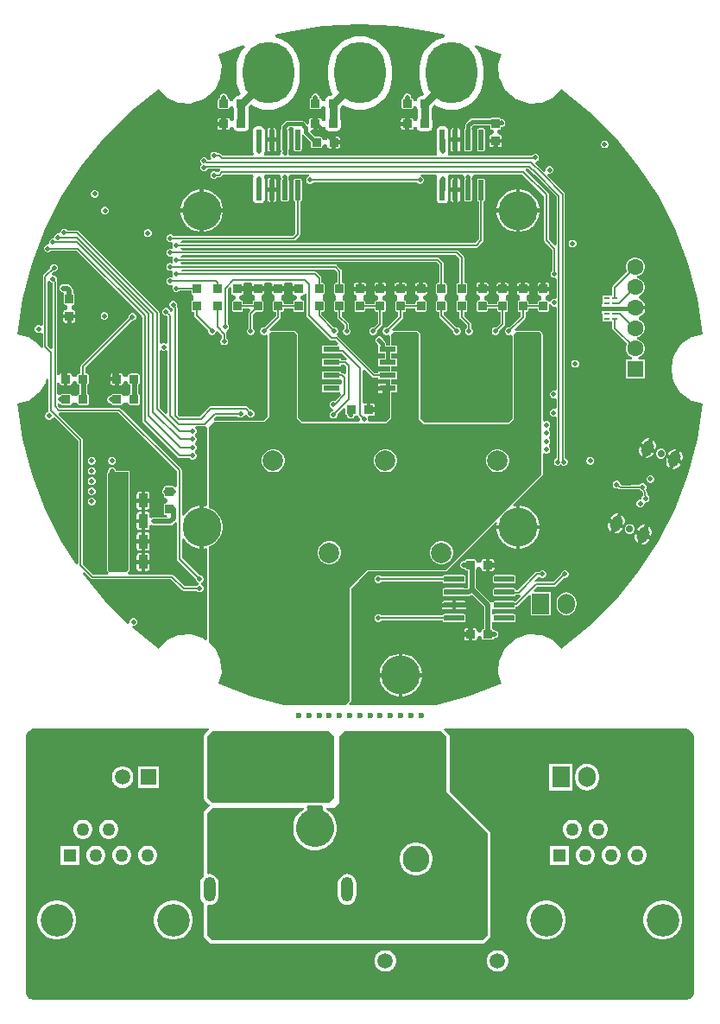
<source format=gbl>
%TF.GenerationSoftware,Altium Limited,Altium Designer,23.4.1 (23)*%
G04 Layer_Physical_Order=4*
G04 Layer_Color=16711680*
%FSLAX45Y45*%
%MOMM*%
%TF.SameCoordinates,71FFD784-3963-444D-9D63-9DA0FBDCC313*%
%TF.FilePolarity,Positive*%
%TF.FileFunction,Copper,L4,Bot,Signal*%
%TF.Part,Single*%
G01*
G75*
%TA.AperFunction,Conductor*%
%ADD10C,0.12700*%
%TA.AperFunction,SMDPad,CuDef*%
G04:AMPARAMS|DCode=15|XSize=0.9mm|YSize=0.8mm|CornerRadius=0.06mm|HoleSize=0mm|Usage=FLASHONLY|Rotation=180.000|XOffset=0mm|YOffset=0mm|HoleType=Round|Shape=RoundedRectangle|*
%AMROUNDEDRECTD15*
21,1,0.90000,0.68000,0,0,180.0*
21,1,0.78000,0.80000,0,0,180.0*
1,1,0.12000,-0.39000,0.34000*
1,1,0.12000,0.39000,0.34000*
1,1,0.12000,0.39000,-0.34000*
1,1,0.12000,-0.39000,-0.34000*
%
%ADD15ROUNDEDRECTD15*%
G04:AMPARAMS|DCode=18|XSize=0.9mm|YSize=0.8mm|CornerRadius=0.06mm|HoleSize=0mm|Usage=FLASHONLY|Rotation=270.000|XOffset=0mm|YOffset=0mm|HoleType=Round|Shape=RoundedRectangle|*
%AMROUNDEDRECTD18*
21,1,0.90000,0.68000,0,0,270.0*
21,1,0.78000,0.80000,0,0,270.0*
1,1,0.12000,-0.34000,-0.39000*
1,1,0.12000,-0.34000,0.39000*
1,1,0.12000,0.34000,0.39000*
1,1,0.12000,0.34000,-0.39000*
%
%ADD18ROUNDEDRECTD18*%
G04:AMPARAMS|DCode=20|XSize=0.9mm|YSize=1.4mm|CornerRadius=0.0675mm|HoleSize=0mm|Usage=FLASHONLY|Rotation=180.000|XOffset=0mm|YOffset=0mm|HoleType=Round|Shape=RoundedRectangle|*
%AMROUNDEDRECTD20*
21,1,0.90000,1.26500,0,0,180.0*
21,1,0.76500,1.40000,0,0,180.0*
1,1,0.13500,-0.38250,0.63250*
1,1,0.13500,0.38250,0.63250*
1,1,0.13500,0.38250,-0.63250*
1,1,0.13500,-0.38250,-0.63250*
%
%ADD20ROUNDEDRECTD20*%
%TA.AperFunction,Conductor*%
%ADD40C,0.40000*%
%ADD41C,0.20000*%
%ADD42C,0.50000*%
%ADD44C,0.80000*%
%TA.AperFunction,ComponentPad*%
%ADD46C,2.00000*%
%ADD47R,2.00000X2.00000*%
%ADD48C,3.80000*%
%ADD49R,1.70000X2.00000*%
%ADD50O,1.70000X2.00000*%
%ADD51C,1.50000*%
%ADD52R,1.50000X1.50000*%
%ADD53C,1.60000*%
%ADD54R,1.60000X1.60000*%
%ADD55R,1.26800X1.26800*%
%ADD56C,1.26800*%
%ADD57C,3.20000*%
%ADD58C,1.50800*%
%ADD59C,2.60000*%
%ADD60R,2.60000X2.60000*%
%ADD61O,1.20000X2.40000*%
%ADD62R,3.70000X3.70000*%
%ADD63C,3.70000*%
%ADD64C,6.00000*%
%ADD65C,0.71000*%
G04:AMPARAMS|DCode=66|XSize=1.6mm|YSize=1.1mm|CornerRadius=0mm|HoleSize=0mm|Usage=FLASHONLY|Rotation=67.500|XOffset=0mm|YOffset=0mm|HoleType=Round|Shape=Round|*
%AMOVALD66*
21,1,0.50000,1.10000,0.00000,0.00000,67.5*
1,1,1.10000,-0.09567,-0.23097*
1,1,1.10000,0.09567,0.23097*
%
%ADD66OVALD66*%

%ADD67C,2.40000*%
%ADD68O,5.00000X6.00000*%
%TA.AperFunction,ViaPad*%
%ADD69C,0.50000*%
%ADD70C,0.80000*%
%ADD71C,0.60000*%
%TA.AperFunction,SMDPad,CuDef*%
G04:AMPARAMS|DCode=72|XSize=0.5334mm|YSize=1.9812mm|CornerRadius=0.06668mm|HoleSize=0mm|Usage=FLASHONLY|Rotation=0.000|XOffset=0mm|YOffset=0mm|HoleType=Round|Shape=RoundedRectangle|*
%AMROUNDEDRECTD72*
21,1,0.53340,1.84785,0,0,0.0*
21,1,0.40005,1.98120,0,0,0.0*
1,1,0.13335,0.20002,-0.92392*
1,1,0.13335,-0.20002,-0.92392*
1,1,0.13335,-0.20002,0.92392*
1,1,0.13335,0.20002,0.92392*
%
%ADD72ROUNDEDRECTD72*%
%ADD73R,0.62500X0.25000*%
%ADD74R,0.70000X0.45000*%
%ADD75R,0.57500X0.45000*%
G04:AMPARAMS|DCode=76|XSize=0.5334mm|YSize=1.9812mm|CornerRadius=0.06668mm|HoleSize=0mm|Usage=FLASHONLY|Rotation=90.000|XOffset=0mm|YOffset=0mm|HoleType=Round|Shape=RoundedRectangle|*
%AMROUNDEDRECTD76*
21,1,0.53340,1.84785,0,0,90.0*
21,1,0.40005,1.98120,0,0,90.0*
1,1,0.13335,0.92392,0.20002*
1,1,0.13335,0.92392,-0.20002*
1,1,0.13335,-0.92392,-0.20002*
1,1,0.13335,-0.92392,0.20002*
%
%ADD76ROUNDEDRECTD76*%
%ADD77R,1.60300X0.55880*%
G36*
X357833Y3360436D02*
X713120Y3303349D01*
X827871Y3272060D01*
X827555Y3251416D01*
X803908Y3245739D01*
X758828Y3227066D01*
X717223Y3201571D01*
X680119Y3169881D01*
X648429Y3132777D01*
X622934Y3091172D01*
X604261Y3046091D01*
X592870Y2998644D01*
X589041Y2950000D01*
Y2850000D01*
X592870Y2801356D01*
X604261Y2753909D01*
X622934Y2708828D01*
X632830Y2692679D01*
X610856Y2670705D01*
X596000D01*
X581953Y2667911D01*
X570045Y2659954D01*
X562089Y2648046D01*
X559295Y2634000D01*
X552302Y2627007D01*
X528457Y2627635D01*
X524381Y2632272D01*
X522303Y2636812D01*
X521426Y2641218D01*
X517338Y2647338D01*
X511218Y2651426D01*
X504000Y2652862D01*
X503234D01*
Y2660000D01*
X502500Y2663693D01*
Y2667459D01*
X501059Y2670938D01*
X500324Y2674632D01*
X498232Y2677763D01*
X496791Y2681242D01*
X494128Y2683904D01*
X492036Y2687036D01*
X488904Y2689128D01*
X486242Y2691791D01*
X482763Y2693232D01*
X479632Y2695324D01*
X475938Y2696059D01*
X472459Y2697500D01*
X468693D01*
X465000Y2698235D01*
X461307Y2697500D01*
X457541D01*
X454062Y2696059D01*
X450368Y2695324D01*
X447237Y2693232D01*
X443758Y2691791D01*
X441095Y2689128D01*
X437964Y2687036D01*
X435871Y2683904D01*
X433209Y2681242D01*
X431768Y2677763D01*
X429676Y2674632D01*
X428941Y2670938D01*
X427500Y2667459D01*
Y2663693D01*
X426765Y2660000D01*
Y2652862D01*
X426000D01*
X418781Y2651426D01*
X412662Y2647338D01*
X408573Y2641218D01*
X407137Y2634000D01*
Y2566000D01*
X408573Y2558782D01*
X412662Y2552662D01*
X418781Y2548573D01*
X426000Y2547137D01*
X504000D01*
X511218Y2548573D01*
X517338Y2552662D01*
X521426Y2558782D01*
X522303Y2563188D01*
X524381Y2567728D01*
X528457Y2572364D01*
X552302Y2572993D01*
X559295Y2566000D01*
X562089Y2551953D01*
X564396Y2548500D01*
Y2451500D01*
X562089Y2448046D01*
X559295Y2434000D01*
X555808Y2430513D01*
X531130Y2430975D01*
X528470Y2434000D01*
X526608Y2443364D01*
X521303Y2451303D01*
X513364Y2456607D01*
X504000Y2458470D01*
X485000D01*
Y2400000D01*
Y2341530D01*
X504000D01*
X513364Y2343393D01*
X521303Y2348697D01*
X526608Y2356636D01*
X528470Y2366000D01*
X531130Y2369025D01*
X555808Y2369487D01*
X559295Y2366000D01*
X562089Y2351954D01*
X570046Y2340046D01*
X581954Y2332089D01*
X596000Y2329295D01*
X674000D01*
X688046Y2332089D01*
X699954Y2340046D01*
X707911Y2351954D01*
X710705Y2366000D01*
Y2434000D01*
X707911Y2448046D01*
X705604Y2451500D01*
Y2548501D01*
X707911Y2551953D01*
X710705Y2566000D01*
Y2570856D01*
X730278Y2590429D01*
X758828Y2572934D01*
X803908Y2554261D01*
X851355Y2542870D01*
X900000Y2539042D01*
X948645Y2542870D01*
X996091Y2554261D01*
X1041172Y2572934D01*
X1082777Y2598429D01*
X1119881Y2630119D01*
X1151571Y2667223D01*
X1177066Y2708828D01*
X1195739Y2753909D01*
X1207130Y2801356D01*
X1210958Y2850000D01*
Y2950000D01*
X1207130Y2998644D01*
X1195739Y3046091D01*
X1177066Y3091172D01*
X1151571Y3132777D01*
X1127357Y3161127D01*
X1139317Y3177919D01*
X1386129Y3081103D01*
X1357013Y2980888D01*
X1356512Y2975102D01*
X1355949Y2969328D01*
X1367538Y2852777D01*
X1369189Y2847352D01*
X1370736Y2841888D01*
X1424021Y2737585D01*
X1427619Y2733031D01*
X1431169Y2728436D01*
X1522521Y2648857D01*
X1527606Y2645944D01*
X1532685Y2642989D01*
X1647278Y2603666D01*
X1653028Y2602889D01*
X1658774Y2602050D01*
X1775746Y2608055D01*
X1781250Y2609446D01*
X1786776Y2610729D01*
X1893507Y2658969D01*
X1898232Y2662348D01*
X1902987Y2665671D01*
X1975218Y2740995D01*
X2246377Y2524751D01*
X2503430Y2270115D01*
X2730630Y1991016D01*
X2926362Y1690207D01*
X3089124Y1370310D01*
X3217325Y1034079D01*
X3309438Y684149D01*
X3361346Y340147D01*
X3259999Y315255D01*
X3254742Y312798D01*
X3249455Y310396D01*
X3154314Y242084D01*
X3150439Y237939D01*
X3146483Y233870D01*
X3082796Y135572D01*
X3080651Y130179D01*
X3078447Y124808D01*
X3055206Y5905D01*
X3055226Y37D01*
X3055206Y-5831D01*
X3078447Y-124734D01*
X3080647Y-130095D01*
X3082796Y-135498D01*
X3146483Y-233796D01*
X3150436Y-237862D01*
X3154314Y-242010D01*
X3249455Y-310322D01*
X3254742Y-312724D01*
X3259999Y-315180D01*
X3361348Y-340073D01*
X3309655Y-683024D01*
X3217654Y-1032981D01*
X3089556Y-1369258D01*
X2926901Y-1689201D01*
X2731264Y-1990070D01*
X2504161Y-2269237D01*
X2247192Y-2523948D01*
X1975216Y-2740919D01*
X1902987Y-2665597D01*
X1898226Y-2662270D01*
X1893507Y-2658895D01*
X1786776Y-2610655D01*
X1781249Y-2609372D01*
X1775746Y-2607981D01*
X1658774Y-2601975D01*
X1653026Y-2602815D01*
X1647278Y-2603591D01*
X1532685Y-2642915D01*
X1527592Y-2645878D01*
X1522522Y-2648783D01*
X1431169Y-2728362D01*
X1427624Y-2732951D01*
X1424021Y-2737510D01*
X1370736Y-2841813D01*
X1369191Y-2847271D01*
X1367538Y-2852702D01*
X1355949Y-2969254D01*
X1356513Y-2975039D01*
X1357013Y-2980814D01*
X1386130Y-3081031D01*
X1063309Y-3207726D01*
X742537Y-3295313D01*
X742507Y-3295328D01*
X742473Y-3295330D01*
X740202Y-3296470D01*
X-101204D01*
X-108858Y-3277992D01*
X-90433Y-3259567D01*
X-86470Y-3250000D01*
Y-2157596D01*
X75882Y-1983530D01*
X840000D01*
X849568Y-1979567D01*
X1327068Y-1502066D01*
X1345500Y-1511918D01*
X1342000Y-1529514D01*
Y-1529999D01*
X1530000D01*
Y-1342000D01*
X1529514D01*
X1511918Y-1345500D01*
X1502066Y-1327068D01*
X1789567Y-1039567D01*
X1793530Y-1029999D01*
Y-834847D01*
X1798768Y-830356D01*
X1813530Y-823768D01*
X1822541Y-827500D01*
X1837459D01*
X1851242Y-821791D01*
X1861791Y-811242D01*
X1867500Y-797459D01*
Y-782541D01*
X1861791Y-768758D01*
X1854940Y-761907D01*
X1852751Y-750000D01*
X1854940Y-738093D01*
X1861791Y-731242D01*
X1867500Y-717459D01*
Y-702541D01*
X1861791Y-688758D01*
X1854940Y-681907D01*
X1852751Y-670000D01*
X1854940Y-658093D01*
X1861791Y-651242D01*
X1867500Y-637459D01*
Y-622541D01*
X1861791Y-608758D01*
X1854940Y-601907D01*
X1852751Y-590000D01*
X1854940Y-578093D01*
X1861791Y-571242D01*
X1867500Y-557459D01*
Y-542541D01*
X1861791Y-528758D01*
X1851242Y-518209D01*
X1837459Y-512500D01*
X1822541D01*
X1813530Y-516232D01*
X1798768Y-509643D01*
X1793530Y-505152D01*
Y340000D01*
X1789567Y349567D01*
X1769567Y369567D01*
X1760000Y373530D01*
X1530000D01*
X1513123Y388187D01*
X1512709Y390267D01*
X1616222Y493779D01*
X1621194Y501221D01*
X1622941Y510000D01*
Y557138D01*
X1634000D01*
X1641218Y558573D01*
X1647338Y562662D01*
X1651427Y568782D01*
X1652863Y576000D01*
Y592059D01*
X1747137D01*
Y576000D01*
X1748573Y568782D01*
X1752662Y562662D01*
X1758782Y558573D01*
X1766000Y557138D01*
X1834000D01*
X1841218Y558573D01*
X1847338Y562662D01*
X1851427Y568782D01*
X1852862Y576000D01*
Y630131D01*
X1872862Y634110D01*
X1875079Y628758D01*
X1885628Y618209D01*
X1899411Y612500D01*
X1914329D01*
X1931501Y597965D01*
Y-202336D01*
X1911501Y-214174D01*
X1907459Y-212500D01*
X1892541D01*
X1878758Y-218209D01*
X1868209Y-228758D01*
X1862500Y-242541D01*
Y-257459D01*
X1868209Y-271242D01*
X1878758Y-281791D01*
X1892541Y-287500D01*
X1907459D01*
X1911501Y-285826D01*
X1931501Y-297664D01*
Y-382336D01*
X1911501Y-394174D01*
X1907459Y-392500D01*
X1892541D01*
X1878758Y-398209D01*
X1868209Y-408758D01*
X1862500Y-422541D01*
Y-437459D01*
X1868209Y-451242D01*
X1878758Y-461791D01*
X1892541Y-467500D01*
X1907459D01*
X1911501Y-465826D01*
X1931501Y-477664D01*
Y-874712D01*
X1918569Y-880069D01*
X1908021Y-890618D01*
X1902311Y-904401D01*
Y-919319D01*
X1908021Y-933102D01*
X1918569Y-943651D01*
X1932352Y-949360D01*
X1947271D01*
X1961053Y-943651D01*
X1971062Y-933643D01*
X1981069Y-943651D01*
X1994852Y-949360D01*
X2009771D01*
X2023553Y-943651D01*
X2034102Y-933102D01*
X2039812Y-919319D01*
Y-904401D01*
X2034102Y-890618D01*
X2023553Y-880069D01*
X2010622Y-874713D01*
Y1713570D01*
X2010623Y1713571D01*
X2009160Y1720926D01*
X2004993Y1727161D01*
X2004992Y1727162D01*
X1833356Y1898799D01*
X1844685Y1915754D01*
X1852541Y1912500D01*
X1867459D01*
X1881242Y1918209D01*
X1891791Y1928758D01*
X1897500Y1942541D01*
Y1957459D01*
X1891791Y1971242D01*
X1881242Y1981791D01*
X1867459Y1987500D01*
X1852541D01*
X1838758Y1981791D01*
X1828209Y1971242D01*
X1822500Y1957459D01*
Y1948283D01*
X1810314Y1935221D01*
X1805165Y1932129D01*
X1798324Y1933831D01*
X1798324Y1933831D01*
X1719655Y2012500D01*
X1727460Y2032500D01*
X1741242Y2038209D01*
X1751791Y2048758D01*
X1757500Y2062541D01*
Y2077459D01*
X1751791Y2091242D01*
X1741242Y2101791D01*
X1727459Y2107500D01*
X1712541D01*
X1698758Y2101791D01*
X1688209Y2091242D01*
X1686842Y2087941D01*
X872110D01*
X871504Y2088368D01*
X865450Y2095757D01*
X861408Y2107941D01*
X861809Y2108540D01*
X862886Y2113957D01*
X865000Y2119060D01*
Y2124583D01*
X866077Y2130000D01*
Y2149861D01*
X866896Y2153979D01*
Y2338764D01*
X864051Y2353071D01*
X855946Y2365200D01*
X843817Y2373304D01*
X829511Y2376150D01*
X789506D01*
X775199Y2373304D01*
X763070Y2365200D01*
X754966Y2353071D01*
X752120Y2338764D01*
Y2153979D01*
X753923Y2144917D01*
Y2130000D01*
X755000Y2124583D01*
Y2119060D01*
X757114Y2113957D01*
X758191Y2108540D01*
X758592Y2107941D01*
X754550Y2095757D01*
X748496Y2088368D01*
X747890Y2087941D01*
X-684482D01*
X-698756Y2105744D01*
Y2120662D01*
X-703355Y2131765D01*
Y2139703D01*
X-702670Y2140160D01*
X-698434Y2146501D01*
X-696946Y2153979D01*
Y2338764D01*
X-698434Y2346243D01*
X-699833Y2348337D01*
X-691753Y2364877D01*
X-689989Y2366863D01*
X-655995D01*
X-654541Y2365226D01*
X-647135Y2346863D01*
X-647550Y2346243D01*
X-649037Y2338764D01*
Y2153979D01*
X-647550Y2146501D01*
X-643313Y2140160D01*
X-636973Y2135924D01*
X-629494Y2134436D01*
X-589489D01*
X-582011Y2135924D01*
X-575670Y2140160D01*
X-571434Y2146501D01*
X-569946Y2153979D01*
Y2285380D01*
X-563509Y2289741D01*
X-549946Y2293084D01*
X-482863Y2226000D01*
Y2186000D01*
X-481427Y2178782D01*
X-477338Y2172662D01*
X-471219Y2168573D01*
X-464000Y2167137D01*
X-386000D01*
X-378782Y2168573D01*
X-372662Y2172662D01*
X-368574Y2178782D01*
X-367697Y2183188D01*
X-365619Y2187728D01*
X-354831Y2200000D01*
X-347137Y2200000D01*
X-330777Y2200000D01*
X-318471Y2186000D01*
X-316608Y2176636D01*
X-311303Y2168697D01*
X-303364Y2163392D01*
X-294000Y2161530D01*
X-275000D01*
Y2219999D01*
Y2278470D01*
X-294000D01*
X-303364Y2276607D01*
X-311303Y2271303D01*
X-316608Y2263364D01*
X-318471Y2254000D01*
X-330777Y2240000D01*
X-338470Y2240000D01*
X-354831Y2240000D01*
X-365619Y2252272D01*
X-367697Y2256812D01*
X-368574Y2261218D01*
X-372662Y2267338D01*
X-378782Y2271426D01*
X-386000Y2272862D01*
X-436000D01*
X-486827Y2323690D01*
X-477023Y2342032D01*
X-476863Y2342099D01*
X-474000Y2341530D01*
X-455000D01*
Y2400000D01*
Y2458470D01*
X-474000D01*
X-483364Y2456607D01*
X-491303Y2451303D01*
X-496607Y2443364D01*
X-498470Y2434000D01*
Y2403617D01*
X-518470Y2395333D01*
X-546569Y2423431D01*
X-557319Y2430614D01*
X-570000Y2433137D01*
X-710000D01*
X-722681Y2430614D01*
X-733431Y2423431D01*
X-763431Y2393431D01*
X-770614Y2382681D01*
X-773137Y2370000D01*
Y2348358D01*
X-774550Y2346243D01*
X-776037Y2338764D01*
Y2153979D01*
X-774550Y2146501D01*
X-770313Y2140160D01*
X-769629Y2139703D01*
Y2130626D01*
X-773756Y2120662D01*
Y2105744D01*
X-788030Y2087941D01*
X-927890D01*
X-928496Y2088368D01*
X-934550Y2095757D01*
X-938592Y2107941D01*
X-938191Y2108540D01*
X-937114Y2113957D01*
X-935000Y2119060D01*
Y2124583D01*
X-933923Y2130000D01*
Y2149861D01*
X-933104Y2153979D01*
Y2338764D01*
X-935949Y2353071D01*
X-944053Y2365200D01*
X-956182Y2373304D01*
X-970489Y2376150D01*
X-1010494D01*
X-1024801Y2373304D01*
X-1036930Y2365200D01*
X-1045034Y2353071D01*
X-1047880Y2338764D01*
Y2153979D01*
X-1046077Y2144917D01*
Y2130000D01*
X-1045000Y2124583D01*
Y2119060D01*
X-1042886Y2113957D01*
X-1041809Y2108540D01*
X-1041408Y2107941D01*
X-1045450Y2095757D01*
X-1051504Y2088368D01*
X-1052110Y2087941D01*
X-1345498D01*
X-1363778Y2106221D01*
X-1371221Y2111194D01*
X-1380000Y2112941D01*
X-1399908D01*
X-1408758Y2121791D01*
X-1422541Y2127500D01*
X-1437459D01*
X-1451242Y2121791D01*
X-1461791Y2111242D01*
X-1467500Y2097459D01*
Y2082541D01*
X-1461791Y2068758D01*
X-1457424Y2064391D01*
X-1465708Y2044391D01*
X-1491932D01*
X-1497289Y2057322D01*
X-1507838Y2067871D01*
X-1521621Y2073580D01*
X-1536539D01*
X-1550322Y2067871D01*
X-1560871Y2057322D01*
X-1566580Y2043539D01*
Y2028621D01*
X-1560871Y2014838D01*
X-1550863Y2004830D01*
X-1560871Y1994822D01*
X-1566580Y1981039D01*
Y1966121D01*
X-1560871Y1952338D01*
X-1550322Y1941789D01*
X-1536539Y1936080D01*
X-1521621D01*
X-1507838Y1941789D01*
X-1497289Y1952338D01*
X-1491933Y1965269D01*
X-1373714D01*
X-1367448Y1949339D01*
X-1367174Y1945269D01*
X-1382718Y1929725D01*
X-1406692D01*
X-1408758Y1931791D01*
X-1422541Y1937500D01*
X-1437459D01*
X-1451242Y1931791D01*
X-1461791Y1921242D01*
X-1467500Y1907459D01*
Y1892541D01*
X-1461791Y1878758D01*
X-1451242Y1868209D01*
X-1437459Y1862500D01*
X-1422541D01*
X-1408758Y1868209D01*
X-1399908Y1877059D01*
X-1380000D01*
X-1371221Y1878805D01*
X-1363779Y1883779D01*
X-1340498Y1907059D01*
X-1052110D01*
X-1051504Y1906632D01*
X-1045450Y1899243D01*
X-1041408Y1887059D01*
X-1041809Y1886460D01*
X-1042886Y1881043D01*
X-1045000Y1875940D01*
Y1870417D01*
X-1046077Y1865000D01*
Y1855067D01*
X-1047880Y1846004D01*
Y1661219D01*
X-1045034Y1646913D01*
X-1036930Y1634784D01*
X-1024801Y1626679D01*
X-1010494Y1623834D01*
X-970489D01*
X-956182Y1626679D01*
X-944053Y1634784D01*
X-935949Y1646913D01*
X-933104Y1661219D01*
Y1846004D01*
X-933923Y1850123D01*
Y1865000D01*
X-935000Y1870417D01*
Y1875940D01*
X-937114Y1881043D01*
X-938191Y1886460D01*
X-938592Y1887059D01*
X-934550Y1899243D01*
X-928496Y1906632D01*
X-927890Y1907059D01*
X-788557D01*
X-773992Y1889959D01*
Y1875041D01*
X-769629Y1864507D01*
Y1860281D01*
X-770313Y1859824D01*
X-774550Y1853483D01*
X-776037Y1846004D01*
Y1661219D01*
X-774550Y1653741D01*
X-770313Y1647400D01*
X-763973Y1643164D01*
X-756494Y1641676D01*
X-716489D01*
X-709011Y1643164D01*
X-702670Y1647400D01*
X-698434Y1653741D01*
X-696946Y1661219D01*
Y1846004D01*
X-698434Y1853483D01*
X-702670Y1859824D01*
X-703355Y1860281D01*
Y1864507D01*
X-698992Y1875041D01*
Y1889959D01*
X-684427Y1907059D01*
X-498524D01*
X-497460Y1887500D01*
X-511242Y1881791D01*
X-521791Y1871242D01*
X-527500Y1857459D01*
Y1842541D01*
X-521791Y1828758D01*
X-511242Y1818209D01*
X-497459Y1812500D01*
X-482541D01*
X-468758Y1818209D01*
X-459908Y1827059D01*
X559908D01*
X568758Y1818209D01*
X582541Y1812500D01*
X597459D01*
X611242Y1818209D01*
X621791Y1828758D01*
X627500Y1842541D01*
Y1857459D01*
X621791Y1871242D01*
X611242Y1881791D01*
X597460Y1887500D01*
X598524Y1907059D01*
X747890D01*
X748496Y1906632D01*
X754550Y1899243D01*
X758592Y1887059D01*
X758191Y1886460D01*
X757114Y1881043D01*
X755000Y1875940D01*
Y1870417D01*
X753923Y1865000D01*
Y1855067D01*
X752120Y1846004D01*
Y1661219D01*
X754966Y1646913D01*
X763070Y1634784D01*
X775199Y1626679D01*
X789506Y1623834D01*
X829511D01*
X843817Y1626679D01*
X855946Y1634784D01*
X864051Y1646913D01*
X866896Y1661219D01*
Y1846004D01*
X866077Y1850123D01*
Y1865000D01*
X865000Y1870417D01*
Y1875940D01*
X862886Y1881043D01*
X861809Y1886460D01*
X861408Y1887059D01*
X865450Y1899243D01*
X871504Y1906632D01*
X872110Y1907059D01*
X1011443D01*
X1026008Y1889959D01*
Y1875041D01*
X1030371Y1864507D01*
Y1860281D01*
X1029687Y1859824D01*
X1025450Y1853483D01*
X1023963Y1846004D01*
Y1661219D01*
X1025450Y1653741D01*
X1029687Y1647400D01*
X1036027Y1643164D01*
X1043506Y1641676D01*
X1083511D01*
X1090989Y1643164D01*
X1097330Y1647400D01*
X1101566Y1653741D01*
X1103054Y1661219D01*
Y1846004D01*
X1101566Y1853483D01*
X1097330Y1859824D01*
X1096645Y1860281D01*
Y1864507D01*
X1101008Y1875041D01*
Y1889959D01*
X1115573Y1907059D01*
X1595833D01*
X1807059Y1695833D01*
Y1260000D01*
X1808805Y1251221D01*
X1813778Y1243779D01*
X1887059Y1170498D01*
Y962384D01*
X1885628Y961791D01*
X1875079Y951242D01*
X1869370Y937459D01*
Y922541D01*
X1875079Y908758D01*
X1885628Y898209D01*
X1899411Y892500D01*
X1914329D01*
X1931501Y877965D01*
Y702035D01*
X1914329Y687500D01*
X1899411D01*
X1885628Y681791D01*
X1875079Y671242D01*
X1871529Y662672D01*
X1855875Y661540D01*
X1850893Y662017D01*
X1847338Y667338D01*
X1841218Y671427D01*
X1836812Y672303D01*
X1832272Y674382D01*
X1820000Y685169D01*
X1820000Y692863D01*
X1820000Y709224D01*
X1834000Y721530D01*
X1843364Y723393D01*
X1851303Y728697D01*
X1856607Y736636D01*
X1858470Y746000D01*
Y765000D01*
X1800000D01*
X1741530D01*
Y746000D01*
X1743392Y736636D01*
X1748697Y728697D01*
X1756636Y723393D01*
X1766000Y721530D01*
X1780000Y709224D01*
X1780000Y701530D01*
X1780000Y685169D01*
X1767728Y674382D01*
X1763188Y672303D01*
X1758782Y671427D01*
X1752662Y667338D01*
X1748573Y661218D01*
X1747137Y654000D01*
Y637941D01*
X1652863D01*
Y654000D01*
X1651427Y661218D01*
X1647338Y667338D01*
X1641219Y671427D01*
X1633517Y680001D01*
Y720000D01*
X1643365Y723393D01*
X1651303Y728697D01*
X1656608Y736636D01*
X1658470Y746000D01*
Y764999D01*
X1600000D01*
X1541530D01*
Y746000D01*
X1543393Y736636D01*
X1548697Y728697D01*
X1556636Y723393D01*
X1566457Y720000D01*
Y680001D01*
X1558781Y671427D01*
X1552662Y667338D01*
X1548573Y661218D01*
X1547138Y654000D01*
Y576000D01*
X1548573Y568782D01*
X1552662Y562662D01*
X1558782Y558573D01*
X1566000Y557138D01*
X1577059D01*
Y519502D01*
X1465057Y407500D01*
X1452541D01*
X1438758Y401791D01*
X1428209Y391242D01*
X1422500Y377459D01*
Y362541D01*
X1428209Y348758D01*
X1438758Y338209D01*
X1452541Y332500D01*
X1467459D01*
X1476470Y336232D01*
X1491232Y329644D01*
X1496470Y325153D01*
Y-484396D01*
X1454396Y-526470D01*
X635604D01*
X593530Y-484396D01*
Y340000D01*
X589567Y349567D01*
X569567Y369567D01*
X560000Y373530D01*
X330000D01*
X313123Y388187D01*
X312710Y390267D01*
X416222Y493779D01*
X421194Y501221D01*
X422941Y510000D01*
Y557138D01*
X434000D01*
X441218Y558573D01*
X447338Y562662D01*
X451427Y568782D01*
X452862Y576000D01*
Y592059D01*
X547138D01*
Y576000D01*
X548573Y568782D01*
X552662Y562662D01*
X558782Y558573D01*
X566000Y557138D01*
X634000D01*
X641218Y558573D01*
X647338Y562662D01*
X651427Y568782D01*
X652863Y576000D01*
Y654000D01*
X651427Y661218D01*
X647338Y667338D01*
X641218Y671427D01*
X636812Y672303D01*
X632272Y674382D01*
X620000Y685169D01*
X620000Y692863D01*
X620000Y709224D01*
X634000Y721530D01*
X643364Y723393D01*
X651303Y728697D01*
X656608Y736636D01*
X658470Y746000D01*
Y764999D01*
X600000D01*
X541530D01*
Y746000D01*
X543393Y736636D01*
X548697Y728697D01*
X556636Y723393D01*
X566000Y721530D01*
X580000Y709224D01*
X580000Y701530D01*
X580000Y685169D01*
X567728Y674382D01*
X563188Y672303D01*
X558782Y671427D01*
X552662Y667338D01*
X548573Y661218D01*
X547138Y654000D01*
Y637941D01*
X452862D01*
Y654000D01*
X451427Y661218D01*
X447338Y667338D01*
X441219Y671427D01*
X433515Y680001D01*
Y720000D01*
X443364Y723393D01*
X451303Y728697D01*
X456607Y736636D01*
X458470Y746000D01*
Y765000D01*
X400000D01*
X341530D01*
Y746000D01*
X343393Y736636D01*
X348697Y728697D01*
X356636Y723393D01*
X366455Y720000D01*
Y680001D01*
X358781Y671427D01*
X352662Y667338D01*
X348573Y661218D01*
X347137Y654000D01*
Y576000D01*
X348573Y568782D01*
X352662Y562662D01*
X358782Y558573D01*
X366000Y557138D01*
X377059D01*
Y519502D01*
X265057Y407500D01*
X252541D01*
X238758Y401791D01*
X228209Y391242D01*
X222500Y377459D01*
Y362541D01*
X228209Y348758D01*
X238758Y338209D01*
X252541Y332500D01*
X267459D01*
X276470Y336232D01*
X291232Y329644D01*
X296470Y325153D01*
Y230940D01*
X252927D01*
Y247503D01*
X250405Y260184D01*
X243222Y270934D01*
X227500Y286656D01*
Y287459D01*
X221791Y301242D01*
X211242Y311791D01*
X197459Y317500D01*
X182541D01*
X168758Y311791D01*
X158209Y301242D01*
X152500Y287459D01*
Y272541D01*
X158209Y258758D01*
X168758Y248209D01*
X172622Y246608D01*
X183080Y230940D01*
Y150060D01*
X242593D01*
Y103940D01*
X183080D01*
Y23060D01*
X296470D01*
Y-23060D01*
X183080D01*
Y-40559D01*
X143003D01*
X-213778Y316221D01*
X-220274Y320562D01*
X-221843Y323825D01*
X-224691Y342276D01*
X-218209Y348758D01*
X-212500Y362541D01*
Y377459D01*
X-218209Y391242D01*
X-228758Y401791D01*
X-242541Y407500D01*
X-255057D01*
X-377059Y529502D01*
Y557138D01*
X-366000D01*
X-358782Y558573D01*
X-352662Y562662D01*
X-348573Y568782D01*
X-347137Y576000D01*
Y654000D01*
X-348573Y661218D01*
X-352662Y667338D01*
X-358781Y671427D01*
X-366480Y680000D01*
Y720000D01*
X-358781Y728573D01*
X-352662Y732662D01*
X-348573Y738782D01*
X-347137Y746000D01*
Y824000D01*
X-348573Y831218D01*
X-352662Y837338D01*
X-358782Y841427D01*
X-366000Y842862D01*
X-377059D01*
Y890000D01*
X-378805Y898779D01*
X-383779Y906222D01*
X-423778Y946221D01*
X-431221Y951194D01*
X-440000Y952941D01*
X-1754314D01*
X-1757279Y957059D01*
X-1747034Y977059D01*
X-249502D01*
X-222941Y950498D01*
Y842862D01*
X-234000D01*
X-241218Y841427D01*
X-247338Y837338D01*
X-251427Y831218D01*
X-252863Y824000D01*
Y746000D01*
X-251427Y738782D01*
X-247338Y732662D01*
X-241219Y728573D01*
X-233526Y720000D01*
Y680000D01*
X-241219Y671427D01*
X-247338Y667338D01*
X-251427Y661218D01*
X-252863Y654000D01*
Y576000D01*
X-251427Y568782D01*
X-247338Y562662D01*
X-241218Y558573D01*
X-234000Y557138D01*
X-222941D01*
Y510000D01*
X-221195Y501221D01*
X-216222Y493779D01*
X-152941Y430497D01*
Y400092D01*
X-161791Y391242D01*
X-167500Y377459D01*
Y362541D01*
X-161791Y348758D01*
X-151242Y338209D01*
X-137459Y332500D01*
X-122541D01*
X-108758Y338209D01*
X-98209Y348758D01*
X-92500Y362541D01*
Y377459D01*
X-98209Y391242D01*
X-107059Y400092D01*
Y440000D01*
X-108805Y448779D01*
X-113778Y456221D01*
X-177059Y519502D01*
Y557138D01*
X-166000D01*
X-158782Y558573D01*
X-152662Y562662D01*
X-148573Y568782D01*
X-147138Y576000D01*
Y654000D01*
X-148573Y661218D01*
X-152662Y667338D01*
X-158781Y671427D01*
X-166466Y680000D01*
Y720000D01*
X-158781Y728573D01*
X-152662Y732662D01*
X-148573Y738782D01*
X-147138Y746000D01*
Y824000D01*
X-148573Y831218D01*
X-152662Y837338D01*
X-158782Y841427D01*
X-166000Y842862D01*
X-177059D01*
Y960000D01*
X-178806Y968779D01*
X-183778Y976222D01*
X-223778Y1016221D01*
X-231221Y1021195D01*
X-240000Y1022941D01*
X-1747033D01*
X-1757279Y1042941D01*
X-1754314Y1047059D01*
X750498D01*
X777059Y1020498D01*
Y842862D01*
X766000D01*
X758782Y841427D01*
X752662Y837338D01*
X748573Y831218D01*
X747137Y824000D01*
Y746000D01*
X748573Y738782D01*
X752662Y732662D01*
X758781Y728573D01*
X766465Y720000D01*
Y680001D01*
X758781Y671427D01*
X752662Y667338D01*
X748573Y661218D01*
X747137Y654000D01*
Y576000D01*
X748573Y568782D01*
X752662Y562662D01*
X758782Y558573D01*
X766000Y557138D01*
X777059D01*
Y520000D01*
X778805Y511221D01*
X783778Y503779D01*
X912500Y375057D01*
Y362541D01*
X918209Y348758D01*
X928758Y338209D01*
X942541Y332500D01*
X957459D01*
X971242Y338209D01*
X981791Y348758D01*
X987500Y362541D01*
Y377459D01*
X981791Y391242D01*
X971242Y401791D01*
X957459Y407500D01*
X944943D01*
X822940Y529502D01*
Y557138D01*
X834000D01*
X841218Y558573D01*
X847338Y562662D01*
X851427Y568782D01*
X852862Y576000D01*
Y654000D01*
X851427Y661218D01*
X847338Y667338D01*
X841219Y671427D01*
X833525Y680001D01*
Y720000D01*
X841219Y728573D01*
X847338Y732662D01*
X851427Y738782D01*
X852862Y746000D01*
Y824000D01*
X851427Y831218D01*
X847338Y837338D01*
X841218Y841427D01*
X834000Y842862D01*
X822941D01*
Y1030000D01*
X821194Y1038779D01*
X816221Y1046222D01*
X776221Y1086221D01*
X768779Y1091194D01*
X760000Y1092941D01*
X-1754314D01*
X-1757279Y1097059D01*
X-1747034Y1117059D01*
X940498D01*
X976943Y1080614D01*
Y842862D01*
X966000D01*
X958782Y841427D01*
X952662Y837338D01*
X948573Y831218D01*
X947138Y824000D01*
Y746000D01*
X948573Y738782D01*
X952662Y732662D01*
X958781Y728573D01*
X966462Y720000D01*
Y680001D01*
X958781Y671427D01*
X952662Y667338D01*
X948573Y661218D01*
X947138Y654000D01*
Y576000D01*
X948573Y568782D01*
X952662Y562662D01*
X958782Y558573D01*
X966000Y557138D01*
X977059D01*
Y510000D01*
X978805Y501221D01*
X983778Y493779D01*
X1047059Y430497D01*
Y400092D01*
X1038209Y391242D01*
X1032500Y377459D01*
Y362541D01*
X1038209Y348758D01*
X1048758Y338209D01*
X1062541Y332500D01*
X1077459D01*
X1091242Y338209D01*
X1101791Y348758D01*
X1107500Y362541D01*
Y377459D01*
X1101791Y391242D01*
X1092941Y400092D01*
Y440000D01*
X1091194Y448779D01*
X1086222Y456221D01*
X1022941Y519502D01*
Y557138D01*
X1034000D01*
X1041218Y558573D01*
X1047338Y562662D01*
X1051427Y568782D01*
X1052863Y576000D01*
Y654000D01*
X1051427Y661218D01*
X1047338Y667338D01*
X1041219Y671427D01*
X1033522Y680001D01*
Y720000D01*
X1041219Y728573D01*
X1047338Y732662D01*
X1051427Y738782D01*
X1052863Y746000D01*
Y824000D01*
X1051427Y831218D01*
X1047338Y837338D01*
X1041218Y841427D01*
X1034000Y842862D01*
X1022825D01*
Y1090116D01*
X1021078Y1098896D01*
X1016105Y1106338D01*
X966222Y1156221D01*
X958779Y1161195D01*
X950000Y1162941D01*
X-1747034D01*
X-1757279Y1182941D01*
X-1754314Y1187059D01*
X1140000D01*
X1148779Y1188806D01*
X1156221Y1193779D01*
X1204940Y1242497D01*
X1209913Y1249940D01*
X1211660Y1258719D01*
Y1641905D01*
X1217989Y1643164D01*
X1224330Y1647400D01*
X1228566Y1653741D01*
X1230054Y1661219D01*
Y1846004D01*
X1228566Y1853483D01*
X1224330Y1859824D01*
X1217989Y1864060D01*
X1210511Y1865547D01*
X1170506D01*
X1163027Y1864060D01*
X1156687Y1859824D01*
X1152450Y1853483D01*
X1150963Y1846004D01*
Y1661219D01*
X1152450Y1653741D01*
X1156687Y1647400D01*
X1163027Y1643164D01*
X1165778Y1642617D01*
Y1268221D01*
X1130498Y1232941D01*
X-1754314D01*
X-1757279Y1237059D01*
X-1747033Y1257059D01*
X-650000D01*
X-641221Y1258805D01*
X-633779Y1263779D01*
X-593270Y1304286D01*
X-588297Y1311729D01*
X-586551Y1320508D01*
Y1642261D01*
X-582011Y1643164D01*
X-575670Y1647400D01*
X-571434Y1653741D01*
X-569946Y1661219D01*
Y1846004D01*
X-571434Y1853483D01*
X-575670Y1859824D01*
X-582011Y1864060D01*
X-589489Y1865547D01*
X-629494D01*
X-636973Y1864060D01*
X-643313Y1859824D01*
X-647550Y1853483D01*
X-649037Y1846004D01*
Y1661219D01*
X-647550Y1653741D01*
X-643313Y1647400D01*
X-636973Y1643164D01*
X-632433Y1642261D01*
Y1330011D01*
X-659502Y1302941D01*
X-1829908D01*
X-1838758Y1311791D01*
X-1852541Y1317500D01*
X-1867459D01*
X-1881242Y1311791D01*
X-1891791Y1301242D01*
X-1897500Y1287459D01*
Y1272541D01*
X-1891791Y1258758D01*
X-1881242Y1248209D01*
X-1867459Y1242500D01*
X-1852541D01*
X-1846007Y1245207D01*
X-1836462Y1235830D01*
X-1832688Y1229075D01*
X-1837500Y1217459D01*
Y1202541D01*
X-1832688Y1190925D01*
X-1836461Y1184171D01*
X-1846006Y1174793D01*
X-1852541Y1177500D01*
X-1867459D01*
X-1881242Y1171791D01*
X-1891791Y1161242D01*
X-1897500Y1147459D01*
Y1132541D01*
X-1891791Y1118758D01*
X-1881242Y1108209D01*
X-1867459Y1102500D01*
X-1852541D01*
X-1846006Y1105207D01*
X-1836461Y1095829D01*
X-1832688Y1089075D01*
X-1837500Y1077459D01*
Y1062541D01*
X-1832688Y1050925D01*
X-1836462Y1044170D01*
X-1846007Y1034793D01*
X-1852541Y1037500D01*
X-1867459D01*
X-1881242Y1031791D01*
X-1891791Y1021242D01*
X-1897500Y1007459D01*
Y992541D01*
X-1891791Y978758D01*
X-1881242Y968209D01*
X-1867459Y962500D01*
X-1852541D01*
X-1846006Y965207D01*
X-1836461Y955829D01*
X-1832688Y949075D01*
X-1837500Y937459D01*
Y922541D01*
X-1832688Y910925D01*
X-1836462Y904170D01*
X-1846007Y894793D01*
X-1852541Y897500D01*
X-1867459D01*
X-1881242Y891791D01*
X-1891791Y881242D01*
X-1897500Y867459D01*
Y852541D01*
X-1891791Y838758D01*
X-1881242Y828209D01*
X-1867459Y822500D01*
X-1852541D01*
X-1846006Y825207D01*
X-1836461Y815829D01*
X-1832688Y809075D01*
X-1837500Y797459D01*
Y782541D01*
X-1831791Y768758D01*
X-1821242Y758209D01*
X-1807459Y752500D01*
X-1792541D01*
X-1778758Y758209D01*
X-1769908Y767059D01*
X-1652863D01*
Y746000D01*
X-1651427Y738782D01*
X-1647338Y732662D01*
X-1641219Y728573D01*
X-1633546Y720000D01*
Y680001D01*
X-1641219Y671427D01*
X-1647338Y667338D01*
X-1651427Y661218D01*
X-1652863Y654000D01*
Y576000D01*
X-1651427Y568782D01*
X-1647338Y562662D01*
X-1641218Y558573D01*
X-1634000Y557138D01*
X-1622941D01*
Y520000D01*
X-1621195Y511221D01*
X-1616222Y503779D01*
X-1487500Y375057D01*
Y362541D01*
X-1481791Y348758D01*
X-1471242Y338209D01*
X-1457459Y332500D01*
X-1442541D01*
X-1428758Y338209D01*
X-1418209Y348758D01*
X-1412500Y362541D01*
X-1392500Y370057D01*
X-1352941Y330497D01*
Y300092D01*
X-1361791Y291242D01*
X-1367500Y277459D01*
Y262541D01*
X-1361791Y248758D01*
X-1351242Y238209D01*
X-1337459Y232500D01*
X-1322541D01*
X-1308758Y238209D01*
X-1298209Y248758D01*
X-1292500Y262541D01*
Y277459D01*
X-1298209Y291242D01*
X-1307059Y300092D01*
Y340000D01*
X-1308805Y348779D01*
X-1311562Y352905D01*
X-1311746Y356581D01*
X-1310000Y364514D01*
X-1304927Y375654D01*
X-1298758Y378209D01*
X-1288209Y388758D01*
X-1282500Y402541D01*
Y417459D01*
X-1288209Y431242D01*
X-1297059Y440092D01*
Y780498D01*
X-1276948Y800610D01*
X-1258470Y792956D01*
Y746000D01*
X-1256607Y736636D01*
X-1251303Y728697D01*
X-1243364Y723393D01*
X-1234000Y721530D01*
X-1220000Y709224D01*
X-1220000Y701530D01*
X-1220000Y685169D01*
X-1232272Y674382D01*
X-1236812Y672303D01*
X-1241218Y671427D01*
X-1247338Y667338D01*
X-1251427Y661218D01*
X-1252862Y654000D01*
Y576000D01*
X-1251427Y568782D01*
X-1247338Y562662D01*
X-1241218Y558573D01*
X-1234000Y557138D01*
X-1166000D01*
X-1158782Y558573D01*
X-1152662Y562662D01*
X-1148573Y568782D01*
X-1147137Y576000D01*
Y592059D01*
X-1081515D01*
X-1073861Y573582D01*
X-1086221Y561222D01*
X-1091194Y553779D01*
X-1092941Y545000D01*
Y400092D01*
X-1101791Y391242D01*
X-1107500Y377459D01*
Y362541D01*
X-1101791Y348758D01*
X-1091242Y338209D01*
X-1077459Y332500D01*
X-1062541D01*
X-1048758Y338209D01*
X-1038209Y348758D01*
X-1032500Y362541D01*
Y377459D01*
X-1038209Y391242D01*
X-1047059Y400092D01*
Y535498D01*
X-1025420Y557138D01*
X-966000D01*
X-958782Y558573D01*
X-952662Y562662D01*
X-948573Y568782D01*
X-947138Y576000D01*
Y654000D01*
X-948573Y661218D01*
X-952662Y667338D01*
X-958781Y671427D01*
X-966468Y680000D01*
Y720000D01*
X-956636Y723393D01*
X-948697Y728697D01*
X-943393Y736636D01*
X-941530Y746000D01*
Y765000D01*
X-1000000D01*
X-1058470D01*
Y746000D01*
X-1056607Y736636D01*
X-1051303Y728697D01*
X-1043364Y723393D01*
X-1033528Y720000D01*
Y680000D01*
X-1041219Y671427D01*
X-1047338Y667338D01*
X-1051427Y661218D01*
X-1052863Y654000D01*
Y637941D01*
X-1147137D01*
Y654000D01*
X-1148573Y661218D01*
X-1152662Y667338D01*
X-1158782Y671427D01*
X-1163188Y672303D01*
X-1167728Y674382D01*
X-1180000Y685169D01*
X-1180000Y692863D01*
X-1180000Y709224D01*
X-1166000Y721530D01*
X-1156636Y723393D01*
X-1148697Y728697D01*
X-1143392Y736636D01*
X-1141530Y746000D01*
Y765000D01*
X-1200000D01*
Y805000D01*
X-1141530D01*
Y824000D01*
X-1142138Y827059D01*
X-1132496Y843377D01*
X-1128489Y847059D01*
X-1071510D01*
X-1067504Y843377D01*
X-1057861Y827059D01*
X-1058470Y824000D01*
Y805000D01*
X-1000000D01*
X-941530D01*
Y824000D01*
X-942139Y827059D01*
X-932496Y843377D01*
X-928490Y847059D01*
X-871510D01*
X-867504Y843377D01*
X-857861Y827059D01*
X-858470Y824000D01*
Y805000D01*
X-800000D01*
X-741530D01*
Y824000D01*
X-742138Y827059D01*
X-732496Y843377D01*
X-728490Y847059D01*
X-671510D01*
X-667504Y843377D01*
X-657862Y827059D01*
X-658470Y824000D01*
Y805000D01*
X-600000D01*
Y765000D01*
X-658470D01*
Y746000D01*
X-656608Y736636D01*
X-651303Y728697D01*
X-643364Y723393D01*
X-634000Y721530D01*
X-620000Y709224D01*
X-620000Y701530D01*
X-620000Y685169D01*
X-632272Y674382D01*
X-636812Y672303D01*
X-641218Y671427D01*
X-647338Y667338D01*
X-651427Y661218D01*
X-652863Y654000D01*
Y637941D01*
X-747137D01*
Y654000D01*
X-748573Y661218D01*
X-752662Y667338D01*
X-758781Y671427D01*
X-766468Y680001D01*
Y720000D01*
X-756636Y723393D01*
X-748697Y728697D01*
X-743392Y736636D01*
X-741530Y746000D01*
Y765000D01*
X-800000D01*
X-858470D01*
Y746000D01*
X-856607Y736636D01*
X-851303Y728697D01*
X-843364Y723393D01*
X-833528Y720000D01*
Y680001D01*
X-841219Y671427D01*
X-847338Y667338D01*
X-851427Y661218D01*
X-852862Y654000D01*
Y576000D01*
X-851427Y568782D01*
X-847338Y562662D01*
X-841218Y558573D01*
X-834000Y557138D01*
X-822941D01*
Y519502D01*
X-934943Y407500D01*
X-947459D01*
X-961242Y401791D01*
X-971791Y391242D01*
X-977500Y377459D01*
Y362541D01*
X-971791Y348758D01*
X-961242Y338209D01*
X-947459Y332500D01*
X-932541D01*
X-923530Y336232D01*
X-908768Y329643D01*
X-903530Y325153D01*
Y-464396D01*
X-945604Y-506470D01*
X-1425743D01*
X-1433667Y-494259D01*
X-1435549Y-487992D01*
X-1410498Y-462941D01*
X-1200092D01*
X-1191242Y-471791D01*
X-1177459Y-477500D01*
X-1162541D01*
X-1148758Y-471791D01*
X-1138209Y-461242D01*
X-1135245Y-454087D01*
X-1117320Y-445027D01*
X-1112500Y-444254D01*
X-1107500Y-447192D01*
Y-447459D01*
X-1101791Y-461242D01*
X-1091242Y-471791D01*
X-1077459Y-477500D01*
X-1062541D01*
X-1048758Y-471791D01*
X-1038209Y-461242D01*
X-1032500Y-447459D01*
Y-432541D01*
X-1038209Y-418758D01*
X-1048758Y-408209D01*
X-1062541Y-402500D01*
X-1075057D01*
X-1103778Y-373779D01*
X-1111221Y-368805D01*
X-1120000Y-367059D01*
X-1460000D01*
X-1468779Y-368805D01*
X-1476222Y-373779D01*
X-1569502Y-467059D01*
X-1768574D01*
X-1788447Y-447186D01*
Y603284D01*
X-1790194Y612063D01*
X-1794296Y618204D01*
X-1792500Y622541D01*
Y637459D01*
X-1798209Y651242D01*
X-1808758Y661791D01*
X-1822541Y667500D01*
X-1837459D01*
X-1851242Y661791D01*
X-1861791Y651242D01*
X-1867500Y637459D01*
Y622541D01*
X-1861791Y608758D01*
X-1851242Y598209D01*
X-1837459Y592500D01*
X-1834329D01*
Y568635D01*
X-1854329Y558620D01*
X-1862500Y564732D01*
Y567459D01*
X-1868209Y581242D01*
X-1878758Y591791D01*
X-1892541Y597500D01*
X-1907459D01*
X-1921242Y591791D01*
X-1931791Y581242D01*
X-1937500Y567459D01*
Y552541D01*
X-1931791Y538758D01*
X-1921242Y528209D01*
X-1907459Y522500D01*
X-1894943D01*
X-1882941Y510498D01*
Y254258D01*
X-1902941Y245974D01*
X-1903758Y246791D01*
X-1917541Y252500D01*
X-1932459D01*
X-1946242Y246791D01*
X-1947059Y245974D01*
X-1967059Y254258D01*
Y550000D01*
X-1968805Y558779D01*
X-1973778Y566221D01*
X-2758779Y1351222D01*
X-2766221Y1356195D01*
X-2775000Y1357941D01*
X-2869908D01*
X-2878758Y1366791D01*
X-2892541Y1372500D01*
X-2907459D01*
X-2921242Y1366791D01*
X-2931791Y1356242D01*
X-2937500Y1342459D01*
Y1340418D01*
X-2952008Y1325546D01*
X-2955978Y1325000D01*
X-2967459D01*
X-2981242Y1319291D01*
X-2991791Y1308742D01*
X-2997500Y1294959D01*
X-3001986Y1279424D01*
X-3015978Y1277500D01*
X-3017459D01*
X-3031242Y1271791D01*
X-3041791Y1261242D01*
X-3047500Y1247459D01*
Y1235978D01*
X-3048778Y1231295D01*
X-3062918Y1217500D01*
X-3067459D01*
X-3081242Y1211791D01*
X-3091791Y1201242D01*
X-3097500Y1187459D01*
Y1172541D01*
X-3091791Y1158758D01*
X-3081242Y1148209D01*
X-3067459Y1142500D01*
X-3052541D01*
X-3038758Y1148209D01*
X-3029908Y1157059D01*
X-2779502D01*
X-2132941Y510498D01*
Y-510000D01*
X-2131195Y-518779D01*
X-2126222Y-526221D01*
X-1786221Y-866222D01*
X-1778779Y-871195D01*
X-1770000Y-872941D01*
X-1670092D01*
X-1661242Y-881791D01*
X-1647459Y-887500D01*
X-1632541D01*
X-1618758Y-881791D01*
X-1608209Y-871242D01*
X-1602500Y-857459D01*
Y-842541D01*
X-1608209Y-828758D01*
X-1615060Y-821907D01*
X-1617249Y-810000D01*
X-1615060Y-798093D01*
X-1608209Y-791242D01*
X-1602500Y-777459D01*
Y-762541D01*
X-1608209Y-748758D01*
X-1615060Y-741907D01*
X-1617249Y-730000D01*
X-1615060Y-718093D01*
X-1608209Y-711242D01*
X-1602500Y-697459D01*
Y-682541D01*
X-1608209Y-668758D01*
X-1615060Y-661907D01*
X-1617249Y-650000D01*
X-1615060Y-638093D01*
X-1608209Y-631242D01*
X-1602500Y-617459D01*
Y-602541D01*
X-1608209Y-588758D01*
X-1614026Y-582941D01*
X-1607335Y-562941D01*
X-1520000D01*
X-1511221Y-561194D01*
X-1503252Y-565161D01*
X-1493530Y-573428D01*
Y-1333395D01*
X-1508990Y-1346082D01*
X-1529514Y-1342000D01*
X-1529999D01*
Y-1549999D01*
Y-1758000D01*
X-1529514D01*
X-1508990Y-1753917D01*
X-1493530Y-1766605D01*
Y-2649896D01*
X-1511734Y-2658181D01*
X-1522522Y-2648783D01*
X-1527607Y-2645869D01*
X-1532686Y-2642915D01*
X-1647278Y-2603591D01*
X-1653029Y-2602815D01*
X-1658775Y-2601975D01*
X-1775747Y-2607981D01*
X-1781251Y-2609372D01*
X-1786776Y-2610655D01*
X-1893508Y-2658895D01*
X-1898232Y-2662274D01*
X-1902987Y-2665597D01*
X-1975219Y-2740921D01*
X-2232206Y-2535978D01*
X-2230836Y-2530648D01*
X-2223298Y-2517500D01*
X-2212541D01*
X-2198758Y-2511791D01*
X-2188209Y-2501242D01*
X-2182500Y-2487459D01*
Y-2472541D01*
X-2188209Y-2458758D01*
X-2198758Y-2448209D01*
X-2212541Y-2442500D01*
X-2227459D01*
X-2241242Y-2448209D01*
X-2251791Y-2458758D01*
X-2257500Y-2472541D01*
Y-2485506D01*
X-2262590Y-2489701D01*
X-2275808Y-2495522D01*
X-2503431Y-2270041D01*
X-2719885Y-2004142D01*
X-2719652Y-2001075D01*
X-2699015Y-1993428D01*
X-2638721Y-2053722D01*
X-2631279Y-2058695D01*
X-2622500Y-2060441D01*
X-1852002D01*
X-1746221Y-2166222D01*
X-1738779Y-2171195D01*
X-1730000Y-2172941D01*
X-1600092D01*
X-1591242Y-2181791D01*
X-1577459Y-2187500D01*
X-1562541D01*
X-1548758Y-2181791D01*
X-1538209Y-2171242D01*
X-1532500Y-2157459D01*
Y-2142541D01*
X-1538209Y-2128758D01*
X-1548758Y-2118209D01*
X-1554516Y-2115824D01*
Y-2094176D01*
X-1548758Y-2091791D01*
X-1538209Y-2081242D01*
X-1532500Y-2067459D01*
Y-2052541D01*
X-1538209Y-2038758D01*
X-1548758Y-2028209D01*
X-1562541Y-2022500D01*
X-1575057D01*
X-1747059Y-1850497D01*
Y-1665469D01*
X-1727059Y-1659402D01*
X-1711564Y-1682592D01*
X-1682592Y-1711564D01*
X-1648525Y-1734327D01*
X-1610671Y-1750006D01*
X-1570486Y-1758000D01*
X-1569999D01*
Y-1549999D01*
Y-1342000D01*
X-1570486D01*
X-1610671Y-1349993D01*
X-1648525Y-1365673D01*
X-1682592Y-1388436D01*
X-1711564Y-1417408D01*
X-1727059Y-1440598D01*
X-1747059Y-1434531D01*
Y-993137D01*
X-1748805Y-984358D01*
X-1753779Y-976915D01*
X-2343003Y-387691D01*
X-2350446Y-382718D01*
X-2359225Y-380972D01*
X-2946585D01*
X-2963399Y-364158D01*
X-2960250Y-343510D01*
X-2956636Y-343070D01*
X-2938697Y-345304D01*
X-2937338Y-347338D01*
X-2931218Y-351427D01*
X-2924000Y-352862D01*
X-2846000D01*
X-2838782Y-351427D01*
X-2832662Y-347338D01*
X-2828573Y-341219D01*
X-2820000Y-333530D01*
X-2780000D01*
X-2771427Y-341219D01*
X-2767338Y-347338D01*
X-2761219Y-351427D01*
X-2754000Y-352862D01*
X-2676000D01*
X-2668782Y-351427D01*
X-2662662Y-347338D01*
X-2658574Y-341218D01*
X-2657138Y-334000D01*
Y-266000D01*
X-2658574Y-258782D01*
X-2662662Y-252662D01*
X-2668782Y-248573D01*
X-2671765Y-247980D01*
Y-152020D01*
X-2668782Y-151427D01*
X-2662662Y-147338D01*
X-2658573Y-141218D01*
X-2657137Y-134000D01*
Y-66000D01*
X-2658573Y-58782D01*
X-2662662Y-52662D01*
X-2668782Y-48573D01*
X-2676000Y-47138D01*
X-2692059D01*
Y15498D01*
X-2235057Y472500D01*
X-2222541D01*
X-2208758Y478209D01*
X-2198209Y488758D01*
X-2192500Y502541D01*
Y517459D01*
X-2198209Y531242D01*
X-2208758Y541791D01*
X-2222541Y547500D01*
X-2237459D01*
X-2251242Y541791D01*
X-2261791Y531242D01*
X-2267500Y517459D01*
Y504943D01*
X-2731221Y41222D01*
X-2736194Y33779D01*
X-2737941Y25000D01*
Y-47138D01*
X-2754000D01*
X-2761218Y-48573D01*
X-2767338Y-52662D01*
X-2771427Y-58782D01*
X-2772303Y-63188D01*
X-2774382Y-67728D01*
X-2785169Y-80000D01*
X-2792863Y-80000D01*
X-2809223Y-80000D01*
X-2821530Y-66000D01*
X-2823392Y-56636D01*
X-2828697Y-48697D01*
X-2836636Y-43393D01*
X-2846000Y-41530D01*
X-2865000D01*
Y-100000D01*
Y-158470D01*
X-2846000D01*
X-2836636Y-156608D01*
X-2828697Y-151303D01*
X-2823392Y-143364D01*
X-2821530Y-134000D01*
X-2809223Y-120000D01*
X-2801530Y-120000D01*
X-2785169Y-120000D01*
X-2774382Y-132272D01*
X-2772303Y-136812D01*
X-2771427Y-141218D01*
X-2767338Y-147338D01*
X-2761218Y-151427D01*
X-2754000Y-152863D01*
X-2748235D01*
Y-247137D01*
X-2754000D01*
X-2761219Y-248573D01*
X-2767338Y-252662D01*
X-2771427Y-258781D01*
X-2780000Y-266470D01*
X-2820000D01*
X-2828573Y-258781D01*
X-2832662Y-252662D01*
X-2838782Y-248573D01*
X-2846000Y-247137D01*
X-2924000D01*
X-2931218Y-248573D01*
X-2937338Y-252662D01*
X-2938697Y-254696D01*
X-2950906Y-256216D01*
X-2968080Y-242179D01*
Y-137929D01*
X-2948080Y-135959D01*
X-2946607Y-143364D01*
X-2941303Y-151303D01*
X-2933364Y-156608D01*
X-2924000Y-158470D01*
X-2905000D01*
Y-100000D01*
Y-41530D01*
X-2924000D01*
X-2933364Y-43393D01*
X-2941303Y-48697D01*
X-2946607Y-56636D01*
X-2948080Y-64041D01*
X-2968080Y-62071D01*
Y853284D01*
X-2969826Y862064D01*
X-2974156Y868543D01*
X-2972500Y872541D01*
Y887459D01*
X-2978209Y901242D01*
X-2988758Y911791D01*
X-3002541Y917500D01*
X-3011773D01*
X-3021253Y934513D01*
X-3021579Y935978D01*
X-3005057Y952500D01*
X-2992541D01*
X-2978758Y958209D01*
X-2968209Y968758D01*
X-2962500Y982541D01*
Y997459D01*
X-2968209Y1011242D01*
X-2978758Y1021791D01*
X-2992541Y1027500D01*
X-3007459D01*
X-3021242Y1021791D01*
X-3031791Y1011242D01*
X-3037500Y997459D01*
Y984943D01*
X-3102242Y920201D01*
X-3107216Y912758D01*
X-3108962Y903979D01*
Y430279D01*
X-3128758Y421791D01*
X-3142541Y427500D01*
X-3157459D01*
X-3171242Y421791D01*
X-3181791Y411242D01*
X-3187500Y397459D01*
Y382541D01*
X-3181791Y368758D01*
X-3171242Y358209D01*
X-3157459Y352500D01*
X-3142541D01*
X-3128758Y358209D01*
X-3108962Y349721D01*
Y216021D01*
X-3108020Y211284D01*
X-3126888Y203625D01*
X-3146483Y233870D01*
X-3150437Y237937D01*
X-3154314Y242084D01*
X-3249456Y310396D01*
X-3254743Y312798D01*
X-3260000Y315255D01*
X-3361349Y340147D01*
X-3309655Y683098D01*
X-3217655Y1033056D01*
X-3089557Y1369333D01*
X-2926902Y1689276D01*
X-2731264Y1990144D01*
X-2504161Y2269311D01*
X-2247193Y2524023D01*
X-1975217Y2740993D01*
X-1902987Y2665671D01*
X-1898226Y2662344D01*
X-1893508Y2658969D01*
X-1786776Y2610729D01*
X-1781249Y2609446D01*
X-1775747Y2608055D01*
X-1658774Y2602050D01*
X-1653027Y2602889D01*
X-1647278Y2603666D01*
X-1532685Y2642989D01*
X-1527601Y2645947D01*
X-1522522Y2648857D01*
X-1431169Y2728437D01*
X-1427624Y2733025D01*
X-1424022Y2737585D01*
X-1370737Y2841887D01*
X-1369191Y2847346D01*
X-1367538Y2852776D01*
X-1355949Y2969328D01*
X-1356512Y2975103D01*
X-1357014Y2980888D01*
X-1386131Y3081105D01*
X-1139251Y3177996D01*
X-1127290Y3161206D01*
X-1151571Y3132777D01*
X-1177066Y3091172D01*
X-1195739Y3046091D01*
X-1207130Y2998644D01*
X-1210958Y2950000D01*
Y2850000D01*
X-1207130Y2801356D01*
X-1195739Y2753909D01*
X-1177066Y2708828D01*
X-1167170Y2692679D01*
X-1189144Y2670705D01*
X-1204000D01*
X-1218047Y2667911D01*
X-1229955Y2659954D01*
X-1237911Y2648046D01*
X-1240705Y2634000D01*
X-1247698Y2627007D01*
X-1271543Y2627635D01*
X-1275618Y2632272D01*
X-1277697Y2636812D01*
X-1278574Y2641218D01*
X-1282662Y2647338D01*
X-1288782Y2651426D01*
X-1296000Y2652862D01*
X-1296766D01*
Y2660000D01*
X-1297500Y2663693D01*
Y2667459D01*
X-1298941Y2670938D01*
X-1299676Y2674632D01*
X-1301768Y2677763D01*
X-1303209Y2681242D01*
X-1305872Y2683904D01*
X-1307964Y2687036D01*
X-1311096Y2689128D01*
X-1313758Y2691791D01*
X-1317237Y2693232D01*
X-1320368Y2695324D01*
X-1324062Y2696059D01*
X-1327541Y2697500D01*
X-1331307D01*
X-1335000Y2698235D01*
X-1338693Y2697500D01*
X-1342459D01*
X-1345938Y2696059D01*
X-1349632Y2695324D01*
X-1352763Y2693232D01*
X-1356242Y2691791D01*
X-1358905Y2689128D01*
X-1362036Y2687036D01*
X-1364129Y2683904D01*
X-1366791Y2681242D01*
X-1368232Y2677763D01*
X-1370324Y2674632D01*
X-1371059Y2670938D01*
X-1372500Y2667459D01*
Y2663693D01*
X-1373235Y2660000D01*
Y2652862D01*
X-1374000D01*
X-1381218Y2651426D01*
X-1387338Y2647338D01*
X-1391427Y2641218D01*
X-1392863Y2634000D01*
Y2566000D01*
X-1391427Y2558782D01*
X-1387338Y2552662D01*
X-1381218Y2548573D01*
X-1374000Y2547137D01*
X-1296000D01*
X-1288782Y2548573D01*
X-1282662Y2552662D01*
X-1278574Y2558782D01*
X-1277697Y2563188D01*
X-1275618Y2567728D01*
X-1271543Y2572364D01*
X-1247698Y2572993D01*
X-1240705Y2566000D01*
X-1237911Y2551953D01*
X-1235604Y2548500D01*
Y2451500D01*
X-1237911Y2448046D01*
X-1240705Y2434000D01*
X-1244192Y2430513D01*
X-1268870Y2430975D01*
X-1271530Y2434000D01*
X-1273392Y2443364D01*
X-1278697Y2451303D01*
X-1286636Y2456607D01*
X-1296000Y2458470D01*
X-1315000D01*
Y2400000D01*
Y2341530D01*
X-1296000D01*
X-1286636Y2343393D01*
X-1278697Y2348697D01*
X-1273392Y2356636D01*
X-1271530Y2366000D01*
X-1268870Y2369025D01*
X-1244192Y2369487D01*
X-1240705Y2366000D01*
X-1237911Y2351954D01*
X-1229954Y2340046D01*
X-1218046Y2332089D01*
X-1204000Y2329295D01*
X-1126000D01*
X-1111954Y2332089D01*
X-1100046Y2340046D01*
X-1092089Y2351954D01*
X-1089295Y2366000D01*
Y2434000D01*
X-1092089Y2448046D01*
X-1094396Y2451500D01*
Y2548501D01*
X-1092089Y2551953D01*
X-1089295Y2566000D01*
Y2570856D01*
X-1069722Y2590429D01*
X-1041172Y2572934D01*
X-996091Y2554261D01*
X-948645Y2542870D01*
X-900000Y2539042D01*
X-851355Y2542870D01*
X-803908Y2554261D01*
X-758828Y2572934D01*
X-717223Y2598429D01*
X-680119Y2630119D01*
X-648429Y2667223D01*
X-622934Y2708828D01*
X-604261Y2753909D01*
X-592870Y2801356D01*
X-589041Y2850000D01*
Y2950000D01*
X-592870Y2998644D01*
X-604261Y3046091D01*
X-622934Y3091172D01*
X-648429Y3132777D01*
X-680119Y3169881D01*
X-717223Y3201571D01*
X-758828Y3227066D01*
X-803908Y3245739D01*
X-827596Y3251426D01*
X-827915Y3272071D01*
X-714238Y3303108D01*
X-358970Y3360314D01*
X-565Y3379425D01*
X357833Y3360436D01*
D02*
G37*
G36*
X1713610Y1906650D02*
X1931501Y1688759D01*
Y1219227D01*
X1911501Y1210942D01*
X1852941Y1269502D01*
Y1705335D01*
X1851194Y1714114D01*
X1846222Y1721557D01*
X1622508Y1945270D01*
X1622782Y1949337D01*
X1629048Y1965270D01*
X1654990D01*
X1713610Y1906650D01*
D02*
G37*
G36*
X-522941Y736938D02*
Y520000D01*
X-521195Y511221D01*
X-516221Y503779D01*
X-296221Y283778D01*
X-288779Y278805D01*
X-280000Y277059D01*
X-239502D01*
X-211861Y249418D01*
X-219514Y230940D01*
X-368380D01*
Y150060D01*
X-183080D01*
X-183080Y150060D01*
Y150059D01*
X-183080Y150060D01*
X-165840Y143397D01*
X-124325Y101882D01*
X-134314Y85716D01*
X-135596Y84869D01*
X-143500Y86441D01*
X-183080D01*
Y103940D01*
X-368380D01*
Y23060D01*
X-183080D01*
Y40559D01*
X-153002D01*
X-132941Y20498D01*
Y-43332D01*
X-152941Y-51616D01*
X-157279Y-47279D01*
X-164721Y-42305D01*
X-173500Y-40559D01*
X-183080D01*
Y-23060D01*
X-368380D01*
Y-103940D01*
X-183080D01*
X-172941Y-119740D01*
Y-134260D01*
X-183080Y-150060D01*
X-192941Y-150060D01*
X-368380D01*
Y-230940D01*
X-191667D01*
X-183383Y-250940D01*
X-247168Y-314725D01*
X-252541Y-312500D01*
X-267459D01*
X-281242Y-318209D01*
X-291791Y-328758D01*
X-297500Y-342541D01*
Y-357459D01*
X-291791Y-371242D01*
X-281242Y-381791D01*
X-274087Y-384755D01*
X-265027Y-402680D01*
X-264254Y-407500D01*
X-267192Y-412500D01*
X-267459D01*
X-281242Y-418209D01*
X-291791Y-428758D01*
X-297500Y-442541D01*
Y-457459D01*
X-291791Y-471242D01*
X-281242Y-481791D01*
X-267459Y-487500D01*
X-252541D01*
X-238758Y-481791D01*
X-228209Y-471242D01*
X-222500Y-457459D01*
Y-444943D01*
X-162863Y-385306D01*
X-142863Y-393590D01*
Y-434000D01*
X-141427Y-441218D01*
X-137338Y-447338D01*
X-131218Y-451427D01*
X-127500Y-452166D01*
Y-457459D01*
X-121791Y-471242D01*
X-111242Y-481791D01*
X-97459Y-487500D01*
X-82541D01*
X-68758Y-481791D01*
X-58209Y-471242D01*
X-52500Y-457460D01*
X-32500Y-454958D01*
X-25204Y-457103D01*
X-22263Y-458333D01*
X-19640Y-461106D01*
X-16221Y-466222D01*
X2500Y-484943D01*
Y-497459D01*
X-11274Y-516470D01*
X-564396D01*
X-606470Y-474396D01*
Y340000D01*
X-610433Y349567D01*
X-630433Y369567D01*
X-640000Y373530D01*
X-870000D01*
X-886877Y388187D01*
X-887290Y390267D01*
X-783778Y493779D01*
X-778805Y501221D01*
X-777059Y510000D01*
Y557138D01*
X-766000D01*
X-758782Y558573D01*
X-752662Y562662D01*
X-748573Y568782D01*
X-747137Y576000D01*
Y592059D01*
X-652863D01*
Y576000D01*
X-651427Y568782D01*
X-647338Y562662D01*
X-641218Y558573D01*
X-634000Y557138D01*
X-566000D01*
X-558782Y558573D01*
X-552662Y562662D01*
X-548573Y568782D01*
X-547138Y576000D01*
Y654000D01*
X-548573Y661218D01*
X-552662Y667338D01*
X-558782Y671427D01*
X-563188Y672303D01*
X-567728Y674382D01*
X-580000Y685169D01*
X-580000Y692863D01*
X-580000Y709224D01*
X-566000Y721530D01*
X-556636Y723393D01*
X-548697Y728697D01*
X-543393Y736636D01*
X-542941Y738907D01*
X-522941Y736938D01*
D02*
G37*
G36*
X-3041791Y858758D02*
X-3031242Y848209D01*
X-3017459Y842500D01*
X-3013962D01*
Y204689D01*
X-3033962Y196405D01*
X-3063080Y225523D01*
Y857892D01*
X-3043080Y861871D01*
X-3041791Y858758D01*
D02*
G37*
G36*
X-1946242Y183209D02*
X-1932459Y177500D01*
X-1917541D01*
X-1903758Y183209D01*
X-1902941Y184026D01*
X-1882941Y175742D01*
Y-436332D01*
X-1902941Y-444616D01*
X-1967059Y-380498D01*
Y175742D01*
X-1947059Y184026D01*
X-1946242Y183209D01*
D02*
G37*
G36*
X117279Y-79722D02*
X124721Y-84695D01*
X133500Y-86441D01*
X183080D01*
Y-103940D01*
X296470D01*
Y-144560D01*
X295730D01*
Y-190501D01*
Y-236440D01*
X296470D01*
Y-476002D01*
X256002Y-516470D01*
X91273D01*
X77500Y-497459D01*
Y-482541D01*
X75814Y-478470D01*
X87634Y-458470D01*
X124000D01*
X133364Y-456607D01*
X141303Y-451303D01*
X146607Y-443364D01*
X148470Y-434000D01*
Y-420000D01*
X84999D01*
Y-400000D01*
X64999D01*
Y-341530D01*
X46000D01*
X42941Y-342138D01*
X26623Y-332496D01*
X22941Y-328489D01*
Y-13668D01*
X42941Y-5384D01*
X117279Y-79722D01*
D02*
G37*
G36*
X1780000Y340000D02*
Y-1029999D01*
X840000Y-1970000D01*
X70000D01*
X-100000Y-2152266D01*
Y-3250000D01*
X-146470Y-3296470D01*
X-740221D01*
X-742542Y-3295312D01*
X-1062228Y-3208085D01*
X-1386130Y-3081028D01*
X-1357014Y-2980814D01*
X-1356513Y-2975029D01*
X-1355949Y-2969254D01*
X-1367538Y-2852702D01*
X-1369191Y-2847271D01*
X-1370737Y-2841813D01*
X-1424022Y-2737510D01*
X-1427620Y-2732957D01*
X-1431169Y-2728362D01*
X-1480000Y-2685824D01*
Y-1740190D01*
X-1454080Y-1729453D01*
X-1420914Y-1707292D01*
X-1392708Y-1679086D01*
X-1370547Y-1645920D01*
X-1355282Y-1609067D01*
X-1347500Y-1569945D01*
Y-1530055D01*
X-1355282Y-1490933D01*
X-1370547Y-1454080D01*
X-1392708Y-1420914D01*
X-1420914Y-1392708D01*
X-1454080Y-1370547D01*
X-1480000Y-1359810D01*
Y-570000D01*
X-1430000Y-520000D01*
X-940000D01*
X-890000Y-470000D01*
Y340000D01*
X-870000Y360000D01*
X-640000D01*
X-620000Y340000D01*
Y-480000D01*
X-570000Y-530000D01*
X261606D01*
X310000Y-481606D01*
Y-230940D01*
X368380D01*
Y-150060D01*
X310000D01*
Y-103940D01*
X368380D01*
Y-23060D01*
X310000D01*
Y23060D01*
X368380D01*
Y103940D01*
X310000D01*
Y150060D01*
X368380D01*
Y230940D01*
X310000D01*
Y340000D01*
X330000Y360000D01*
X560000D01*
X580000Y340000D01*
Y-490000D01*
X630000Y-540000D01*
X1460000D01*
X1510000Y-490000D01*
Y340000D01*
X1530000Y360000D01*
X1760000D01*
X1780000Y340000D01*
D02*
G37*
G36*
X-1792941Y-1002639D02*
Y-1144683D01*
X-1812704Y-1160275D01*
X-1818573Y-1158781D01*
X-1822662Y-1152662D01*
X-1828782Y-1148573D01*
X-1836000Y-1147137D01*
X-1904000D01*
X-1911218Y-1148573D01*
X-1917338Y-1152662D01*
X-1921427Y-1158782D01*
X-1922863Y-1166000D01*
Y-1169829D01*
X-1923905Y-1170871D01*
X-1927036Y-1172964D01*
X-1929129Y-1176095D01*
X-1931791Y-1178758D01*
X-1933232Y-1182237D01*
X-1935325Y-1185368D01*
X-1936059Y-1189062D01*
X-1937500Y-1192541D01*
Y-1196307D01*
X-1938235Y-1200000D01*
X-1937500Y-1203693D01*
Y-1207459D01*
X-1936059Y-1210938D01*
X-1935325Y-1214632D01*
X-1933232Y-1217763D01*
X-1931791Y-1221242D01*
X-1929129Y-1223904D01*
X-1927036Y-1227036D01*
X-1923905Y-1229128D01*
X-1922863Y-1230171D01*
Y-1244000D01*
X-1921427Y-1251218D01*
X-1917338Y-1257338D01*
X-1911218Y-1261426D01*
X-1906812Y-1262303D01*
X-1902272Y-1264382D01*
X-1890000Y-1275169D01*
X-1890000Y-1282863D01*
X-1890000Y-1304831D01*
X-1902272Y-1315618D01*
X-1906812Y-1317697D01*
X-1911218Y-1318573D01*
X-1917338Y-1322662D01*
X-1921427Y-1328781D01*
X-1922863Y-1336000D01*
Y-1414000D01*
X-1921427Y-1421218D01*
X-1917338Y-1427338D01*
X-1911218Y-1431426D01*
X-1904000Y-1432862D01*
X-1897626D01*
X-1888043Y-1452862D01*
X-1891048Y-1456599D01*
X-2021205D01*
X-2024898Y-1457334D01*
X-2028664D01*
X-2032144Y-1458775D01*
X-2035837Y-1459510D01*
X-2038968Y-1461602D01*
X-2042447Y-1463043D01*
X-2054491Y-1459244D01*
X-2061515Y-1454405D01*
Y-1426750D01*
X-2063436Y-1417093D01*
X-2068906Y-1408906D01*
X-2077093Y-1403436D01*
X-2086750Y-1401515D01*
X-2105000D01*
Y-1490000D01*
Y-1578484D01*
X-2086750D01*
X-2077093Y-1576563D01*
X-2068906Y-1571093D01*
X-2063436Y-1562906D01*
X-2061515Y-1553249D01*
Y-1535263D01*
X-2054491Y-1530424D01*
X-2042447Y-1526625D01*
X-2038968Y-1528066D01*
X-2035837Y-1530158D01*
X-2032144Y-1530893D01*
X-2028664Y-1532334D01*
X-2024898D01*
X-2021205Y-1533069D01*
X-1859290D01*
X-1844658Y-1530158D01*
X-1832254Y-1521870D01*
X-1812941Y-1502557D01*
X-1792941Y-1510842D01*
Y-1860000D01*
X-1791195Y-1868779D01*
X-1786221Y-1876221D01*
X-1607500Y-2054943D01*
Y-2067459D01*
X-1601791Y-2081242D01*
X-1591242Y-2091791D01*
X-1585484Y-2094176D01*
Y-2114042D01*
X-1589589Y-2117525D01*
X-1591242Y-2118209D01*
X-1595968Y-2122935D01*
X-1600830Y-2127059D01*
X-1720497D01*
X-1826278Y-2021279D01*
X-1833721Y-2016306D01*
X-1842500Y-2014559D01*
X-2268343D01*
X-2275425Y-1994559D01*
X-2260433Y-1979567D01*
X-2256470Y-1970000D01*
Y-1120000D01*
Y-1010000D01*
X-2260433Y-1000433D01*
X-2270000Y-996470D01*
X-2392500D01*
Y-992541D01*
X-2398209Y-978758D01*
X-2408758Y-968209D01*
X-2422541Y-962500D01*
X-2437459D01*
X-2451242Y-968209D01*
X-2461791Y-978758D01*
X-2467500Y-992541D01*
Y-1007459D01*
X-2467235Y-1008100D01*
X-2479567Y-1020433D01*
X-2483530Y-1030000D01*
Y-1970000D01*
X-2479567Y-1979568D01*
X-2464575Y-1994559D01*
X-2471656Y-2014559D01*
X-2612998D01*
X-2717059Y-1910498D01*
Y-695962D01*
X-2718806Y-687183D01*
X-2723778Y-679740D01*
X-2957074Y-446444D01*
X-2948381Y-426853D01*
X-2368727D01*
X-1792941Y-1002639D01*
D02*
G37*
G36*
X-3053170Y-99669D02*
Y-405732D01*
X-3056376Y-418265D01*
X-3067391Y-426614D01*
X-3071242Y-428209D01*
X-3081791Y-438758D01*
X-3087500Y-452541D01*
Y-467459D01*
X-3081791Y-481242D01*
X-3071242Y-491791D01*
X-3057459Y-497500D01*
X-3042541D01*
X-3028758Y-491791D01*
X-3018209Y-481242D01*
X-3017400Y-479289D01*
X-2994022Y-474382D01*
X-2762941Y-705464D01*
Y-1904615D01*
X-2782941Y-1910549D01*
X-2926363Y-1690132D01*
X-3089125Y-1370236D01*
X-3217326Y-1034004D01*
X-3309438Y-684074D01*
X-3361346Y-340072D01*
X-3260000Y-315180D01*
X-3254743Y-312724D01*
X-3249456Y-310322D01*
X-3154314Y-242010D01*
X-3150439Y-237865D01*
X-3146483Y-233796D01*
X-3082797Y-135498D01*
X-3080652Y-130105D01*
X-3078448Y-124734D01*
X-3073170Y-97732D01*
X-3053170Y-99669D01*
D02*
G37*
G36*
X-2270000Y-1120000D02*
Y-1970000D01*
X-2290000Y-1990000D01*
X-2450001Y-1989999D01*
X-2470000Y-1970000D01*
Y-1030000D01*
X-2450000Y-1010000D01*
X-2270000D01*
Y-1120000D01*
D02*
G37*
G36*
X-250000Y-3600000D02*
Y-4200000D01*
X-300000Y-4250000D01*
X-1450000D01*
X-1500000Y-4200000D01*
X-1500000D01*
Y-3600000D01*
X-1450000Y-3550000D01*
X-300000D01*
X-250000Y-3600000D01*
D02*
G37*
G36*
X-363875Y-4283618D02*
X-359400Y-4293288D01*
X-362595Y-4303820D01*
X-362744Y-4305331D01*
X-363325Y-4306733D01*
Y-4311226D01*
X-363765Y-4315698D01*
X-363325Y-4317150D01*
Y-4318668D01*
X-361606Y-4322817D01*
X-360301Y-4327119D01*
X-359338Y-4328293D01*
X-358757Y-4329694D01*
X-355581Y-4332870D01*
X-352730Y-4336344D01*
X-351391Y-4337060D01*
X-350318Y-4338133D01*
X-322444Y-4356758D01*
X-296757Y-4382445D01*
X-276576Y-4412649D01*
X-262674Y-4446209D01*
X-255588Y-4481837D01*
Y-4518164D01*
X-262674Y-4553791D01*
X-276576Y-4587352D01*
X-296758Y-4617556D01*
X-322444Y-4643243D01*
X-352648Y-4663424D01*
X-386209Y-4677326D01*
X-421836Y-4684412D01*
X-458163D01*
X-493791Y-4677326D01*
X-527351Y-4663424D01*
X-557556Y-4643242D01*
X-583243Y-4617556D01*
X-603424Y-4587352D01*
X-617325Y-4553791D01*
X-624412Y-4518164D01*
Y-4481837D01*
X-617325Y-4446209D01*
X-603424Y-4412649D01*
X-583242Y-4382444D01*
X-557555Y-4356757D01*
X-529681Y-4338133D01*
X-528608Y-4337060D01*
X-527270Y-4336344D01*
X-524419Y-4332870D01*
X-521243Y-4329694D01*
X-520662Y-4328292D01*
X-519699Y-4327119D01*
X-518394Y-4322819D01*
X-516675Y-4318668D01*
Y-4317149D01*
X-516235Y-4315698D01*
X-516675Y-4311227D01*
Y-4306733D01*
X-517256Y-4305330D01*
X-517405Y-4303820D01*
X-520600Y-4293288D01*
X-516125Y-4283618D01*
X-512144Y-4280588D01*
X-367856D01*
X-363875Y-4283618D01*
D02*
G37*
G36*
X850000Y-3600000D02*
X850000Y-4150000D01*
X1250000Y-4550000D01*
Y-5550000D01*
X1200000Y-5600000D01*
X-1450000D01*
X-1500000Y-5550000D01*
Y-5260295D01*
X-1487300Y-5249157D01*
X-1475000Y-5250777D01*
X-1451505Y-5247683D01*
X-1429612Y-5238615D01*
X-1410811Y-5224189D01*
X-1396385Y-5205389D01*
X-1387317Y-5183495D01*
X-1384224Y-5160000D01*
Y-5040000D01*
X-1387317Y-5016505D01*
X-1396385Y-4994612D01*
X-1410811Y-4975811D01*
X-1429612Y-4961386D01*
X-1451505Y-4952317D01*
X-1475000Y-4949224D01*
X-1487300Y-4950843D01*
X-1500000Y-4939705D01*
Y-4350000D01*
X-1450000Y-4300000D01*
X-550528D01*
X-546675Y-4312700D01*
X-577054Y-4332999D01*
X-607001Y-4362946D01*
X-630530Y-4398160D01*
X-646738Y-4437287D01*
X-655000Y-4478824D01*
Y-4521176D01*
X-646738Y-4562713D01*
X-630530Y-4601841D01*
X-607001Y-4637054D01*
X-577054Y-4667002D01*
X-541840Y-4690531D01*
X-502713Y-4706738D01*
X-461176Y-4715000D01*
X-418824D01*
X-377287Y-4706738D01*
X-338159Y-4690531D01*
X-302946Y-4667002D01*
X-272998Y-4637054D01*
X-249469Y-4601841D01*
X-233262Y-4562713D01*
X-225000Y-4521176D01*
Y-4478824D01*
X-233262Y-4437287D01*
X-249469Y-4398160D01*
X-272998Y-4362946D01*
X-302946Y-4332999D01*
X-333325Y-4312700D01*
X-329472Y-4300000D01*
X-250000D01*
X-200000Y-4250000D01*
Y-3600000D01*
X-150000Y-3550000D01*
X800000D01*
X850000Y-3600000D01*
D02*
G37*
G36*
X3204050Y-3524639D02*
X3223423Y-3532664D01*
X3240858Y-3544313D01*
X3255687Y-3559142D01*
X3267336Y-3576577D01*
X3275361Y-3595950D01*
X3279452Y-3616516D01*
Y-3627000D01*
Y-6100000D01*
Y-6107825D01*
X3276398Y-6123176D01*
X3270409Y-6137634D01*
X3261714Y-6150647D01*
X3250647Y-6161715D01*
X3237634Y-6170410D01*
X3223175Y-6176399D01*
X3207825Y-6179452D01*
X-3207826D01*
X-3223175Y-6176399D01*
X-3237634Y-6170410D01*
X-3250647Y-6161715D01*
X-3261715Y-6150647D01*
X-3270409Y-6137635D01*
X-3276399Y-6123175D01*
X-3279452Y-6107826D01*
Y-6100000D01*
Y-3627000D01*
Y-3616515D01*
X-3275361Y-3595950D01*
X-3267336Y-3576577D01*
X-3255687Y-3559142D01*
X-3240858Y-3544313D01*
X-3223424Y-3532664D01*
X-3204051Y-3524639D01*
X-3183485Y-3520548D01*
X-1481767D01*
X-1476506Y-3533248D01*
X-1521629Y-3578371D01*
X-1528259Y-3588295D01*
X-1530588Y-3600000D01*
X-1530588Y-3600001D01*
Y-4200000D01*
X-1528259Y-4211705D01*
X-1521629Y-4221629D01*
X-1521628Y-4221629D01*
X-1476743Y-4266514D01*
X-1475841Y-4268606D01*
X-1475841Y-4281395D01*
X-1476743Y-4283486D01*
X-1521628Y-4328371D01*
X-1521629Y-4328371D01*
X-1528259Y-4338294D01*
X-1530588Y-4350000D01*
X-1530588Y-4350001D01*
Y-4939705D01*
X-1530390Y-4940701D01*
X-1530522Y-4941706D01*
X-1529232Y-4946521D01*
X-1528259Y-4951411D01*
X-1527696Y-4952255D01*
X-1527433Y-4953234D01*
X-1529064Y-4968043D01*
X-1539188Y-4975811D01*
X-1553614Y-4994612D01*
X-1562683Y-5016505D01*
X-1565776Y-5040000D01*
Y-5160000D01*
X-1562683Y-5183495D01*
X-1553614Y-5205389D01*
X-1539188Y-5224189D01*
X-1529064Y-5231958D01*
X-1527433Y-5246766D01*
X-1527696Y-5247746D01*
X-1528259Y-5248590D01*
X-1529232Y-5253477D01*
X-1530522Y-5258294D01*
X-1530390Y-5259301D01*
X-1530588Y-5260295D01*
Y-5549999D01*
X-1530588Y-5550000D01*
X-1528259Y-5561706D01*
X-1521629Y-5571629D01*
X-1521628Y-5571630D01*
X-1471629Y-5621629D01*
X-1461706Y-5628259D01*
X-1450000Y-5630588D01*
X-1449999Y-5630588D01*
X1199999D01*
X1200000Y-5630588D01*
X1211705Y-5628259D01*
X1221629Y-5621629D01*
X1271629Y-5571629D01*
X1278259Y-5561705D01*
X1280588Y-5550000D01*
X1280588Y-5549999D01*
Y-4550001D01*
X1280588Y-4550000D01*
X1278259Y-4538295D01*
X1271629Y-4528371D01*
X1271628Y-4528371D01*
X880588Y-4137330D01*
X880588Y-3600001D01*
X880588Y-3600000D01*
X878259Y-3588295D01*
X871629Y-3578371D01*
X826506Y-3533248D01*
X831767Y-3520548D01*
X3183484D01*
X3204050Y-3524639D01*
D02*
G37*
%LPC*%
G36*
X0Y3260958D02*
X-48645Y3257130D01*
X-96092Y3245739D01*
X-141172Y3227066D01*
X-182777Y3201571D01*
X-219881Y3169881D01*
X-251571Y3132777D01*
X-277066Y3091172D01*
X-295739Y3046091D01*
X-307130Y2998644D01*
X-310958Y2950000D01*
Y2850000D01*
X-307130Y2801356D01*
X-295739Y2753909D01*
X-277066Y2708828D01*
X-267170Y2692679D01*
X-289144Y2670705D01*
X-304000D01*
X-318047Y2667911D01*
X-329955Y2659954D01*
X-337911Y2648046D01*
X-340705Y2634000D01*
X-347698Y2627007D01*
X-371543Y2627635D01*
X-375619Y2632272D01*
X-377697Y2636812D01*
X-378574Y2641218D01*
X-382662Y2647338D01*
X-388782Y2651426D01*
X-396000Y2652862D01*
X-396766D01*
Y2660000D01*
X-397500Y2663693D01*
Y2667459D01*
X-398941Y2670938D01*
X-399676Y2674632D01*
X-401768Y2677763D01*
X-403209Y2681242D01*
X-405872Y2683904D01*
X-407964Y2687036D01*
X-411096Y2689128D01*
X-413758Y2691791D01*
X-417237Y2693232D01*
X-420368Y2695324D01*
X-424062Y2696059D01*
X-427541Y2697500D01*
X-431307D01*
X-435000Y2698235D01*
X-438693Y2697500D01*
X-442459D01*
X-445938Y2696059D01*
X-449632Y2695324D01*
X-452763Y2693232D01*
X-456242Y2691791D01*
X-458905Y2689128D01*
X-462036Y2687036D01*
X-464129Y2683904D01*
X-466791Y2681242D01*
X-468232Y2677763D01*
X-470324Y2674632D01*
X-471059Y2670938D01*
X-472500Y2667459D01*
Y2663693D01*
X-473235Y2660000D01*
Y2652862D01*
X-474000D01*
X-481218Y2651426D01*
X-487338Y2647338D01*
X-491427Y2641218D01*
X-492863Y2634000D01*
Y2566000D01*
X-491427Y2558782D01*
X-487338Y2552662D01*
X-481218Y2548573D01*
X-474000Y2547137D01*
X-396000D01*
X-388782Y2548573D01*
X-382662Y2552662D01*
X-378574Y2558782D01*
X-377697Y2563188D01*
X-375619Y2567728D01*
X-371543Y2572364D01*
X-347698Y2572993D01*
X-340705Y2566000D01*
X-337911Y2551953D01*
X-335604Y2548500D01*
Y2451500D01*
X-337911Y2448046D01*
X-340705Y2434000D01*
X-344192Y2430513D01*
X-368870Y2430975D01*
X-371530Y2434000D01*
X-373392Y2443364D01*
X-378697Y2451303D01*
X-386636Y2456607D01*
X-396000Y2458470D01*
X-415000D01*
Y2400000D01*
Y2341530D01*
X-396000D01*
X-386636Y2343393D01*
X-378697Y2348697D01*
X-373392Y2356636D01*
X-371530Y2366000D01*
X-368870Y2369025D01*
X-344192Y2369487D01*
X-340705Y2366000D01*
X-337911Y2351954D01*
X-329954Y2340046D01*
X-318046Y2332089D01*
X-304000Y2329295D01*
X-226000D01*
X-211954Y2332089D01*
X-200046Y2340046D01*
X-192089Y2351954D01*
X-189295Y2366000D01*
Y2434000D01*
X-192089Y2448046D01*
X-194396Y2451500D01*
Y2548501D01*
X-192089Y2551953D01*
X-189295Y2566000D01*
Y2570856D01*
X-169722Y2590429D01*
X-141172Y2572934D01*
X-96092Y2554261D01*
X-48645Y2542870D01*
X0Y2539042D01*
X48645Y2542870D01*
X96092Y2554261D01*
X141172Y2572934D01*
X182777Y2598429D01*
X219881Y2630119D01*
X251571Y2667223D01*
X277066Y2708828D01*
X295739Y2753909D01*
X307130Y2801356D01*
X310958Y2850000D01*
Y2950000D01*
X307130Y2998644D01*
X295739Y3046091D01*
X277066Y3091172D01*
X251571Y3132777D01*
X219881Y3169881D01*
X182777Y3201571D01*
X141172Y3227066D01*
X96092Y3245739D01*
X48645Y3257130D01*
X0Y3260958D01*
D02*
G37*
G36*
X445000Y2458470D02*
X426000D01*
X416636Y2456607D01*
X408697Y2451303D01*
X403393Y2443364D01*
X401530Y2434000D01*
Y2420000D01*
X445000D01*
Y2458470D01*
D02*
G37*
G36*
X-1355000D02*
X-1374000D01*
X-1383364Y2456607D01*
X-1391303Y2451303D01*
X-1396607Y2443364D01*
X-1398470Y2434000D01*
Y2420000D01*
X-1355000D01*
Y2458470D01*
D02*
G37*
G36*
X445000Y2380000D02*
X401530D01*
Y2366000D01*
X403393Y2356636D01*
X408697Y2348697D01*
X416636Y2343393D01*
X426000Y2341530D01*
X445000D01*
Y2380000D01*
D02*
G37*
G36*
X-1355000D02*
X-1398470D01*
Y2366000D01*
X-1396607Y2356636D01*
X-1391303Y2348697D01*
X-1383364Y2343393D01*
X-1374000Y2341530D01*
X-1355000D01*
Y2380000D01*
D02*
G37*
G36*
X956511Y2363915D02*
X956508D01*
Y2266372D01*
X981661D01*
Y2338764D01*
X979747Y2348389D01*
X974295Y2356549D01*
X966135Y2362001D01*
X956511Y2363915D01*
D02*
G37*
G36*
X916508D02*
X916506D01*
X906881Y2362001D01*
X898721Y2356549D01*
X893269Y2348389D01*
X891355Y2338764D01*
Y2266372D01*
X916508D01*
Y2363915D01*
D02*
G37*
G36*
X-843489D02*
X-843492D01*
Y2266372D01*
X-818338D01*
Y2338764D01*
X-820253Y2348389D01*
X-825705Y2356549D01*
X-833864Y2362001D01*
X-843489Y2363915D01*
D02*
G37*
G36*
X-883492D02*
X-883494D01*
X-893119Y2362001D01*
X-901279Y2356549D01*
X-906731Y2348389D01*
X-908645Y2338764D01*
Y2266372D01*
X-883492D01*
Y2363915D01*
D02*
G37*
G36*
X1364000Y2462862D02*
X1296000D01*
X1288782Y2461427D01*
X1282662Y2457338D01*
X1279855Y2453137D01*
X1100000D01*
X1087319Y2450614D01*
X1076569Y2443431D01*
X1040077Y2406940D01*
X1032894Y2396189D01*
X1030371Y2383508D01*
Y2353041D01*
X1029687Y2352584D01*
X1025450Y2346243D01*
X1023963Y2338764D01*
Y2153979D01*
X1025450Y2146501D01*
X1029687Y2140160D01*
X1036027Y2135924D01*
X1043506Y2134436D01*
X1083511D01*
X1090989Y2135924D01*
X1097330Y2140160D01*
X1101566Y2146501D01*
X1103054Y2153979D01*
Y2338764D01*
X1101566Y2346243D01*
X1097330Y2352583D01*
X1098395Y2371533D01*
X1113725Y2386863D01*
X1277137D01*
Y2366000D01*
X1278573Y2358782D01*
X1282662Y2352662D01*
X1288782Y2348573D01*
X1293188Y2347697D01*
X1297728Y2345618D01*
X1310000Y2334831D01*
X1310000Y2327137D01*
X1310000Y2310776D01*
X1296000Y2298470D01*
X1286636Y2296608D01*
X1278697Y2291303D01*
X1273392Y2283364D01*
X1271530Y2274000D01*
Y2255000D01*
X1329999D01*
X1388470D01*
Y2274000D01*
X1386607Y2283364D01*
X1381303Y2291303D01*
X1373364Y2296608D01*
X1364000Y2298470D01*
X1350000Y2310776D01*
X1350000Y2318470D01*
X1350000Y2334831D01*
X1362272Y2345618D01*
X1366812Y2347697D01*
X1371218Y2348573D01*
X1377338Y2352662D01*
X1381426Y2358782D01*
X1382862Y2366000D01*
Y2372500D01*
X1397459D01*
X1411242Y2378209D01*
X1421791Y2388758D01*
X1427500Y2402541D01*
Y2417459D01*
X1421791Y2431242D01*
X1411242Y2441791D01*
X1397459Y2447500D01*
X1382541D01*
X1382121Y2447724D01*
X1381426Y2451218D01*
X1377338Y2457338D01*
X1371218Y2461427D01*
X1364000Y2462862D01*
D02*
G37*
G36*
X-216000Y2278470D02*
X-235000D01*
Y2239999D01*
X-191530D01*
Y2254000D01*
X-193393Y2263364D01*
X-198697Y2271303D01*
X-206636Y2276607D01*
X-216000Y2278470D01*
D02*
G37*
G36*
X1388470Y2215000D02*
X1349999D01*
Y2171530D01*
X1364000D01*
X1373364Y2173393D01*
X1381303Y2178697D01*
X1386607Y2186636D01*
X1388470Y2196000D01*
Y2215000D01*
D02*
G37*
G36*
X1309999D02*
X1271530D01*
Y2196000D01*
X1273392Y2186636D01*
X1278697Y2178697D01*
X1286636Y2173393D01*
X1296000Y2171530D01*
X1309999D01*
Y2215000D01*
D02*
G37*
G36*
X2407459Y2237500D02*
X2392541D01*
X2378758Y2231791D01*
X2368209Y2221242D01*
X2362500Y2207459D01*
Y2192541D01*
X2368209Y2178758D01*
X2378758Y2168209D01*
X2392541Y2162500D01*
X2407459D01*
X2421242Y2168209D01*
X2431791Y2178758D01*
X2437500Y2192541D01*
Y2207459D01*
X2431791Y2221242D01*
X2421242Y2231791D01*
X2407459Y2237500D01*
D02*
G37*
G36*
X-191530Y2199999D02*
X-235000D01*
Y2161530D01*
X-216000D01*
X-206636Y2163392D01*
X-198697Y2168697D01*
X-193393Y2176636D01*
X-191530Y2186000D01*
Y2199999D01*
D02*
G37*
G36*
X1210511Y2358307D02*
X1170506D01*
X1163027Y2356820D01*
X1156687Y2352584D01*
X1152450Y2346243D01*
X1150963Y2338764D01*
Y2153979D01*
X1152450Y2146501D01*
X1156687Y2140160D01*
X1163027Y2135924D01*
X1170506Y2134436D01*
X1210511D01*
X1217989Y2135924D01*
X1224330Y2140160D01*
X1228566Y2146501D01*
X1230054Y2153979D01*
Y2338764D01*
X1228566Y2346243D01*
X1224330Y2352584D01*
X1217989Y2356820D01*
X1210511Y2358307D01*
D02*
G37*
G36*
X981661Y2226372D02*
X956508D01*
Y2128829D01*
X956511D01*
X966135Y2130743D01*
X974295Y2136195D01*
X979747Y2144355D01*
X981661Y2153979D01*
Y2226372D01*
D02*
G37*
G36*
X916508D02*
X891355D01*
Y2153979D01*
X893269Y2144355D01*
X898721Y2136195D01*
X906881Y2130743D01*
X916506Y2128829D01*
X916508D01*
Y2226372D01*
D02*
G37*
G36*
X-818338D02*
X-843492D01*
Y2128829D01*
X-843489D01*
X-833864Y2130743D01*
X-825705Y2136195D01*
X-820253Y2144355D01*
X-818338Y2153979D01*
Y2226372D01*
D02*
G37*
G36*
X-883492D02*
X-908645D01*
Y2153979D01*
X-906731Y2144355D01*
X-901279Y2136195D01*
X-893119Y2130743D01*
X-883494Y2128829D01*
X-883492D01*
Y2226372D01*
D02*
G37*
G36*
X956511Y1871155D02*
X956508D01*
Y1773612D01*
X981661D01*
Y1846004D01*
X979747Y1855629D01*
X974295Y1863789D01*
X966135Y1869241D01*
X956511Y1871155D01*
D02*
G37*
G36*
X916508D02*
X916506D01*
X906881Y1869241D01*
X898721Y1863789D01*
X893269Y1855629D01*
X891355Y1846004D01*
Y1773612D01*
X916508D01*
Y1871155D01*
D02*
G37*
G36*
X-843489D02*
X-843492D01*
Y1773612D01*
X-818338D01*
Y1846004D01*
X-820253Y1855629D01*
X-825705Y1863789D01*
X-833864Y1869241D01*
X-843489Y1871155D01*
D02*
G37*
G36*
X-883492D02*
X-883494D01*
X-893119Y1869241D01*
X-901279Y1863789D01*
X-906731Y1855629D01*
X-908645Y1846004D01*
Y1773612D01*
X-883492D01*
Y1871155D01*
D02*
G37*
G36*
X-2592541Y1752500D02*
X-2607459D01*
X-2621242Y1746791D01*
X-2631791Y1736242D01*
X-2637500Y1722459D01*
Y1707541D01*
X-2631791Y1693758D01*
X-2621242Y1683209D01*
X-2607459Y1677500D01*
X-2592541D01*
X-2578758Y1683209D01*
X-2568209Y1693758D01*
X-2562500Y1707541D01*
Y1722459D01*
X-2568209Y1736242D01*
X-2578758Y1746791D01*
X-2592541Y1752500D01*
D02*
G37*
G36*
X981661Y1733612D02*
X956508D01*
Y1636069D01*
X956511D01*
X966135Y1637983D01*
X974295Y1643435D01*
X979747Y1651595D01*
X981661Y1661219D01*
Y1733612D01*
D02*
G37*
G36*
X916508D02*
X891355D01*
Y1661219D01*
X893269Y1651595D01*
X898721Y1643435D01*
X906881Y1637983D01*
X916506Y1636069D01*
X916508D01*
Y1733612D01*
D02*
G37*
G36*
X-818338D02*
X-843492D01*
Y1636069D01*
X-843489D01*
X-833864Y1637983D01*
X-825705Y1643435D01*
X-820253Y1651595D01*
X-818338Y1661219D01*
Y1733612D01*
D02*
G37*
G36*
X-883492D02*
X-908645D01*
Y1661219D01*
X-906731Y1651595D01*
X-901279Y1643435D01*
X-893119Y1637983D01*
X-883494Y1636069D01*
X-883492D01*
Y1733612D01*
D02*
G37*
G36*
X1570486Y1758000D02*
X1570000D01*
Y1570000D01*
X1758000D01*
Y1570486D01*
X1750006Y1610671D01*
X1734327Y1648525D01*
X1711564Y1682592D01*
X1682592Y1711564D01*
X1648525Y1734327D01*
X1610671Y1750006D01*
X1570486Y1758000D01*
D02*
G37*
G36*
X-1529514D02*
X-1529999D01*
Y1570000D01*
X-1342000D01*
Y1570486D01*
X-1349993Y1610671D01*
X-1365673Y1648525D01*
X-1388436Y1682592D01*
X-1417408Y1711564D01*
X-1451475Y1734327D01*
X-1489329Y1750006D01*
X-1529514Y1758000D01*
D02*
G37*
G36*
X1530000D02*
X1529514D01*
X1489329Y1750006D01*
X1451475Y1734327D01*
X1417408Y1711564D01*
X1388436Y1682592D01*
X1365673Y1648525D01*
X1349993Y1610671D01*
X1342000Y1570486D01*
Y1570000D01*
X1530000D01*
Y1758000D01*
D02*
G37*
G36*
X-1569999D02*
X-1570486D01*
X-1610671Y1750006D01*
X-1648525Y1734327D01*
X-1682592Y1711564D01*
X-1711564Y1682592D01*
X-1734327Y1648525D01*
X-1750006Y1610671D01*
X-1758000Y1570486D01*
Y1570000D01*
X-1569999D01*
Y1758000D01*
D02*
G37*
G36*
X-2492541Y1587500D02*
X-2507459D01*
X-2521242Y1581791D01*
X-2531791Y1571242D01*
X-2537500Y1557459D01*
Y1542541D01*
X-2531791Y1528758D01*
X-2521242Y1518209D01*
X-2507459Y1512500D01*
X-2492541D01*
X-2478758Y1518209D01*
X-2468209Y1528758D01*
X-2462500Y1542541D01*
Y1557459D01*
X-2468209Y1571242D01*
X-2478758Y1581791D01*
X-2492541Y1587500D01*
D02*
G37*
G36*
X1758000Y1530000D02*
X1570000D01*
Y1342000D01*
X1570486D01*
X1610671Y1349993D01*
X1648525Y1365673D01*
X1682592Y1388436D01*
X1711564Y1417408D01*
X1734327Y1451475D01*
X1750006Y1489329D01*
X1758000Y1529514D01*
Y1530000D01*
D02*
G37*
G36*
X1530000D02*
X1342000D01*
Y1529514D01*
X1349993Y1489329D01*
X1365673Y1451475D01*
X1388436Y1417408D01*
X1417408Y1388436D01*
X1451475Y1365673D01*
X1489329Y1349993D01*
X1529514Y1342000D01*
X1530000D01*
Y1530000D01*
D02*
G37*
G36*
X-1342000D02*
X-1529999D01*
Y1342000D01*
X-1529514D01*
X-1489329Y1349993D01*
X-1451475Y1365673D01*
X-1417408Y1388436D01*
X-1388436Y1417408D01*
X-1365673Y1451475D01*
X-1349993Y1489329D01*
X-1342000Y1529514D01*
Y1530000D01*
D02*
G37*
G36*
X-1569999D02*
X-1758000D01*
Y1529514D01*
X-1750006Y1489329D01*
X-1734327Y1451475D01*
X-1711564Y1417408D01*
X-1682592Y1388436D01*
X-1648525Y1365673D01*
X-1610671Y1349993D01*
X-1570486Y1342000D01*
X-1569999D01*
Y1530000D01*
D02*
G37*
G36*
X-2072541Y1367500D02*
X-2087459D01*
X-2101242Y1361791D01*
X-2111791Y1351242D01*
X-2117500Y1337459D01*
Y1322541D01*
X-2111791Y1308758D01*
X-2101242Y1298209D01*
X-2087459Y1292500D01*
X-2072541D01*
X-2058758Y1298209D01*
X-2048209Y1308758D01*
X-2042500Y1322541D01*
Y1337459D01*
X-2048209Y1351242D01*
X-2058758Y1361791D01*
X-2072541Y1367500D01*
D02*
G37*
G36*
X2092459Y1265000D02*
X2077541D01*
X2063758Y1259291D01*
X2053209Y1248742D01*
X2047500Y1234959D01*
Y1220041D01*
X2053209Y1206258D01*
X2063758Y1195709D01*
X2077541Y1190000D01*
X2092459D01*
X2106242Y1195709D01*
X2116791Y1206258D01*
X2122500Y1220041D01*
Y1234959D01*
X2116791Y1248742D01*
X2106242Y1259291D01*
X2092459Y1265000D01*
D02*
G37*
G36*
X1234000Y848470D02*
X1220000D01*
Y805000D01*
X1258470D01*
Y824000D01*
X1256607Y833364D01*
X1251303Y841303D01*
X1243364Y846607D01*
X1234000Y848470D01*
D02*
G37*
G36*
X1180000D02*
X1166000D01*
X1156636Y846607D01*
X1148697Y841303D01*
X1143392Y833364D01*
X1141530Y824000D01*
Y805000D01*
X1180000D01*
Y848470D01*
D02*
G37*
G36*
X1834000D02*
X1820000D01*
Y805000D01*
X1858470D01*
Y824000D01*
X1856607Y833364D01*
X1851303Y841303D01*
X1843364Y846607D01*
X1834000Y848470D01*
D02*
G37*
G36*
X234000D02*
X220000D01*
Y805000D01*
X258470D01*
Y824000D01*
X256608Y833364D01*
X251303Y841303D01*
X243364Y846607D01*
X234000Y848470D01*
D02*
G37*
G36*
X1780000D02*
X1766000D01*
X1756636Y846607D01*
X1748697Y841303D01*
X1743392Y833364D01*
X1741530Y824000D01*
Y805000D01*
X1780000D01*
Y848470D01*
D02*
G37*
G36*
X180000D02*
X166000D01*
X156636Y846607D01*
X148697Y841303D01*
X143393Y833364D01*
X141530Y824000D01*
Y805000D01*
X180000D01*
Y848470D01*
D02*
G37*
G36*
X1434000D02*
X1420000D01*
Y805000D01*
X1458470D01*
Y824000D01*
X1456607Y833364D01*
X1451303Y841303D01*
X1443364Y846607D01*
X1434000Y848470D01*
D02*
G37*
G36*
X434000D02*
X420000D01*
Y805000D01*
X458470D01*
Y824000D01*
X456607Y833364D01*
X451303Y841303D01*
X443364Y846607D01*
X434000Y848470D01*
D02*
G37*
G36*
X1380000D02*
X1366000D01*
X1356636Y846607D01*
X1348697Y841303D01*
X1343393Y833364D01*
X1341530Y824000D01*
Y805000D01*
X1380000D01*
Y848470D01*
D02*
G37*
G36*
X380000D02*
X366000D01*
X356636Y846607D01*
X348697Y841303D01*
X343393Y833364D01*
X341530Y824000D01*
Y805000D01*
X380000D01*
Y848470D01*
D02*
G37*
G36*
X34000D02*
X20000D01*
Y805000D01*
X58470D01*
Y824000D01*
X56607Y833364D01*
X51303Y841303D01*
X43364Y846607D01*
X34000Y848470D01*
D02*
G37*
G36*
X-20000D02*
X-34000D01*
X-43364Y846607D01*
X-51303Y841303D01*
X-56607Y833364D01*
X-58470Y824000D01*
Y805000D01*
X-20000D01*
Y848470D01*
D02*
G37*
G36*
X1634000D02*
X1620000D01*
Y804999D01*
X1658470D01*
Y824000D01*
X1656608Y833364D01*
X1651303Y841303D01*
X1643364Y846607D01*
X1634000Y848470D01*
D02*
G37*
G36*
X634000D02*
X620000D01*
Y804999D01*
X658470D01*
Y824000D01*
X656608Y833364D01*
X651303Y841303D01*
X643364Y846607D01*
X634000Y848470D01*
D02*
G37*
G36*
X1580000D02*
X1566000D01*
X1556636Y846607D01*
X1548697Y841303D01*
X1543393Y833364D01*
X1541530Y824000D01*
Y804999D01*
X1580000D01*
Y848470D01*
D02*
G37*
G36*
X580000D02*
X566000D01*
X556636Y846607D01*
X548697Y841303D01*
X543393Y833364D01*
X541530Y824000D01*
Y804999D01*
X580000D01*
Y848470D01*
D02*
G37*
G36*
X258470Y765000D02*
X200000D01*
X141530D01*
Y746000D01*
X143393Y736636D01*
X148697Y728697D01*
X156636Y723393D01*
X166000Y721530D01*
X180000Y709224D01*
X180000Y701530D01*
X180000Y685169D01*
X167728Y674382D01*
X163188Y672303D01*
X158782Y671427D01*
X152662Y667338D01*
X148573Y661218D01*
X147138Y654000D01*
Y637941D01*
X52862D01*
Y654000D01*
X51427Y661218D01*
X47338Y667338D01*
X41219Y671427D01*
X33527Y680001D01*
Y720001D01*
X43364Y723393D01*
X51303Y728697D01*
X56607Y736636D01*
X58470Y746000D01*
Y765000D01*
X-0D01*
X-58470D01*
Y746000D01*
X-56607Y736636D01*
X-51303Y728697D01*
X-43364Y723393D01*
X-33533Y720001D01*
Y680001D01*
X-41219Y671427D01*
X-47338Y667338D01*
X-51427Y661218D01*
X-52862Y654000D01*
Y576000D01*
X-51427Y568782D01*
X-47338Y562662D01*
X-41218Y558573D01*
X-34000Y557138D01*
X34000D01*
X41218Y558573D01*
X47338Y562662D01*
X51427Y568782D01*
X52862Y576000D01*
Y592059D01*
X147138D01*
Y576000D01*
X148573Y568782D01*
X152662Y562662D01*
X158782Y558573D01*
X166000Y557138D01*
X177059D01*
Y449502D01*
X135057Y407500D01*
X122541D01*
X108758Y401791D01*
X98209Y391242D01*
X92500Y377459D01*
Y362541D01*
X98209Y348758D01*
X108758Y338209D01*
X122541Y332500D01*
X137459D01*
X151242Y338209D01*
X161791Y348758D01*
X167500Y362541D01*
Y375057D01*
X216221Y423778D01*
X221194Y431221D01*
X222941Y440000D01*
Y557138D01*
X234000D01*
X241218Y558573D01*
X247338Y562662D01*
X251427Y568782D01*
X252863Y576000D01*
Y654000D01*
X251427Y661218D01*
X247338Y667338D01*
X241218Y671427D01*
X236812Y672303D01*
X232272Y674382D01*
X220000Y685169D01*
X220000Y692863D01*
X220000Y709224D01*
X234000Y721530D01*
X243364Y723393D01*
X251303Y728697D01*
X256608Y736636D01*
X258470Y746000D01*
Y765000D01*
D02*
G37*
G36*
X-2870000Y828235D02*
X-2910000D01*
X-2913693Y827500D01*
X-2917459D01*
X-2920938Y826059D01*
X-2924632Y825324D01*
X-2927763Y823232D01*
X-2931242Y821791D01*
X-2933904Y819128D01*
X-2937036Y817036D01*
X-2939128Y813904D01*
X-2941791Y811242D01*
X-2943232Y807763D01*
X-2945324Y804632D01*
X-2946059Y800938D01*
X-2947500Y797459D01*
Y793693D01*
X-2948235Y790000D01*
X-2947500Y786307D01*
Y782541D01*
X-2946059Y779062D01*
X-2945324Y775368D01*
X-2943232Y772237D01*
X-2941791Y768758D01*
X-2939128Y766095D01*
X-2937036Y762964D01*
X-2933904Y760871D01*
X-2931242Y758209D01*
X-2927763Y756768D01*
X-2924632Y754676D01*
X-2920938Y753941D01*
X-2917459Y752500D01*
X-2913693D01*
X-2910000Y751765D01*
X-2909921D01*
X-2908238Y749836D01*
X-2901061Y731765D01*
X-2901427Y731219D01*
X-2902862Y724000D01*
Y646000D01*
X-2901427Y638782D01*
X-2897338Y632662D01*
X-2891218Y628574D01*
X-2886812Y627697D01*
X-2882272Y625619D01*
X-2870000Y614831D01*
X-2870000Y607137D01*
X-2870000Y590777D01*
X-2884000Y578471D01*
X-2893364Y576608D01*
X-2901303Y571303D01*
X-2906607Y563364D01*
X-2908470Y554000D01*
Y535000D01*
X-2850000D01*
X-2791530D01*
Y554000D01*
X-2793392Y563364D01*
X-2798697Y571303D01*
X-2806636Y576608D01*
X-2816000Y578471D01*
X-2830000Y590777D01*
X-2830000Y598470D01*
X-2830000Y614831D01*
X-2817728Y625619D01*
X-2813188Y627697D01*
X-2808782Y628574D01*
X-2802662Y632662D01*
X-2798573Y638782D01*
X-2797137Y646000D01*
Y724000D01*
X-2798573Y731219D01*
X-2802662Y737338D01*
X-2808782Y741427D01*
X-2811765Y742020D01*
Y770000D01*
X-2814676Y784632D01*
X-2822964Y797036D01*
X-2842964Y817036D01*
X-2855368Y825324D01*
X-2870000Y828235D01*
D02*
G37*
G36*
X-2497666Y555429D02*
X-2512584D01*
X-2526367Y549720D01*
X-2536916Y539171D01*
X-2542625Y525388D01*
Y510470D01*
X-2536916Y496687D01*
X-2526367Y486138D01*
X-2512584Y480429D01*
X-2497666D01*
X-2483883Y486138D01*
X-2473334Y496687D01*
X-2467625Y510470D01*
Y525388D01*
X-2473334Y539171D01*
X-2483883Y549720D01*
X-2497666Y555429D01*
D02*
G37*
G36*
X-2791530Y495000D02*
X-2830000D01*
Y451530D01*
X-2816000D01*
X-2806636Y453393D01*
X-2798697Y458697D01*
X-2793392Y466636D01*
X-2791530Y476000D01*
Y495000D01*
D02*
G37*
G36*
X-2870000D02*
X-2908470D01*
Y476000D01*
X-2906607Y466636D01*
X-2901303Y458697D01*
X-2893364Y453393D01*
X-2884000Y451530D01*
X-2870000D01*
Y495000D01*
D02*
G37*
G36*
X1258470Y765001D02*
X1200000D01*
X1141530D01*
Y746000D01*
X1143392Y736636D01*
X1148697Y728697D01*
X1156636Y723393D01*
X1166000Y721530D01*
X1180000Y709224D01*
X1180000Y701530D01*
X1180000Y685169D01*
X1167728Y674382D01*
X1163188Y672303D01*
X1158782Y671427D01*
X1152662Y667338D01*
X1148573Y661218D01*
X1147137Y654000D01*
Y576000D01*
X1148573Y568782D01*
X1152662Y562662D01*
X1158782Y558573D01*
X1166000Y557138D01*
X1234000D01*
X1241218Y558573D01*
X1247338Y562662D01*
X1251427Y568782D01*
X1252862Y576000D01*
Y592059D01*
X1347138D01*
Y576000D01*
X1348573Y568782D01*
X1352662Y562662D01*
X1358782Y558573D01*
X1366000Y557138D01*
X1377059D01*
Y449502D01*
X1335057Y407500D01*
X1322541D01*
X1308758Y401791D01*
X1298209Y391242D01*
X1292500Y377459D01*
Y362541D01*
X1298209Y348758D01*
X1308758Y338209D01*
X1322541Y332500D01*
X1337459D01*
X1351242Y338209D01*
X1361791Y348758D01*
X1367500Y362541D01*
Y375057D01*
X1416221Y423778D01*
X1421194Y431221D01*
X1422941Y440000D01*
Y557138D01*
X1434000D01*
X1441218Y558573D01*
X1447338Y562662D01*
X1451427Y568782D01*
X1452862Y576000D01*
Y654000D01*
X1451427Y661218D01*
X1447338Y667338D01*
X1441219Y671427D01*
X1433512Y680011D01*
Y720011D01*
X1443364Y723393D01*
X1451303Y728697D01*
X1456607Y736636D01*
X1458470Y746000D01*
Y765000D01*
X1400000D01*
X1341530D01*
Y746000D01*
X1343393Y736636D01*
X1348697Y728697D01*
X1356636Y723393D01*
X1366452Y720011D01*
Y680011D01*
X1358781Y671427D01*
X1352662Y667338D01*
X1348573Y661218D01*
X1347138Y654000D01*
Y637941D01*
X1252862D01*
Y654000D01*
X1251427Y661218D01*
X1247338Y667338D01*
X1241218Y671427D01*
X1236812Y672303D01*
X1232272Y674382D01*
X1220000Y685169D01*
X1220000Y692863D01*
X1220000Y709224D01*
X1234000Y721530D01*
X1243364Y723393D01*
X1251303Y728697D01*
X1256607Y736636D01*
X1258470Y746000D01*
Y765001D01*
D02*
G37*
G36*
X2117459Y87500D02*
X2102541D01*
X2088758Y81791D01*
X2078209Y71242D01*
X2072500Y57459D01*
Y42541D01*
X2078209Y28758D01*
X2088758Y18209D01*
X2102541Y12500D01*
X2117459D01*
X2131242Y18209D01*
X2141791Y28758D01*
X2147500Y42541D01*
Y57459D01*
X2141791Y71242D01*
X2131242Y81791D01*
X2117459Y87500D01*
D02*
G37*
G36*
X-2405000Y-41530D02*
X-2424000D01*
X-2433364Y-43393D01*
X-2441303Y-48697D01*
X-2446607Y-56636D01*
X-2448470Y-66000D01*
Y-80000D01*
X-2405000D01*
Y-41530D01*
D02*
G37*
G36*
X2712178Y1092500D02*
X2687822D01*
X2664296Y1086196D01*
X2643204Y1074018D01*
X2625982Y1056796D01*
X2613804Y1035704D01*
X2607500Y1012178D01*
Y987822D01*
X2613804Y964297D01*
X2620410Y952854D01*
X2482528Y814971D01*
X2477555Y807529D01*
X2475809Y798750D01*
Y715000D01*
X2377500D01*
Y665000D01*
X2377500D01*
X2377500Y636000D01*
X2372000Y630500D01*
X2372000D01*
Y610000D01*
X2418749D01*
Y570000D01*
X2372000D01*
Y549500D01*
X2372000D01*
X2377500Y544000D01*
X2377500Y515000D01*
X2377500Y495000D01*
Y465000D01*
X2475809D01*
Y401250D01*
X2477555Y392471D01*
X2482528Y385029D01*
X2620410Y247147D01*
X2613804Y235704D01*
X2607500Y212178D01*
Y187822D01*
X2613804Y164297D01*
X2625982Y143204D01*
X2643204Y125982D01*
X2664296Y113804D01*
X2669163Y112500D01*
X2666530Y92500D01*
X2607500D01*
Y-92500D01*
X2792500D01*
Y92500D01*
X2733470D01*
X2730837Y112500D01*
X2735703Y113804D01*
X2756796Y125982D01*
X2774018Y143204D01*
X2786196Y164297D01*
X2792500Y187822D01*
Y212178D01*
X2786196Y235704D01*
X2774018Y256796D01*
X2756796Y274019D01*
X2735703Y286196D01*
X2722824Y289647D01*
Y310353D01*
X2735703Y313804D01*
X2756796Y325982D01*
X2774018Y343204D01*
X2786196Y364296D01*
X2792500Y387822D01*
Y412178D01*
X2786196Y435703D01*
X2774018Y456796D01*
X2756796Y474018D01*
X2735703Y486196D01*
X2733449Y486800D01*
Y507506D01*
X2737826Y508679D01*
X2760173Y521581D01*
X2778419Y539827D01*
X2791321Y562174D01*
X2796098Y580000D01*
X2700000D01*
Y620000D01*
X2796098D01*
X2791321Y637827D01*
X2778419Y660173D01*
X2760173Y678419D01*
X2737826Y691321D01*
X2733449Y692494D01*
Y713200D01*
X2735703Y713804D01*
X2756796Y725982D01*
X2774018Y743204D01*
X2786196Y764296D01*
X2792500Y787822D01*
Y812178D01*
X2786196Y835703D01*
X2774018Y856796D01*
X2756796Y874018D01*
X2735703Y886196D01*
X2722824Y889647D01*
Y910353D01*
X2735703Y913804D01*
X2756796Y925982D01*
X2774018Y943204D01*
X2786196Y964297D01*
X2792500Y987822D01*
Y1012178D01*
X2786196Y1035704D01*
X2774018Y1056796D01*
X2756796Y1074018D01*
X2735703Y1086196D01*
X2712178Y1092500D01*
D02*
G37*
G36*
X-2405000Y-120000D02*
X-2448470D01*
Y-134000D01*
X-2446607Y-143364D01*
X-2441303Y-151303D01*
X-2433364Y-156608D01*
X-2424000Y-158470D01*
X-2405000D01*
Y-120000D01*
D02*
G37*
G36*
X-2346000Y-41530D02*
X-2365000D01*
Y-100000D01*
Y-158470D01*
X-2346000D01*
X-2336636Y-156608D01*
X-2328697Y-151303D01*
X-2323392Y-143364D01*
X-2321530Y-134000D01*
X-2309223Y-120000D01*
X-2301530Y-120000D01*
X-2285169Y-120000D01*
X-2274382Y-132272D01*
X-2272303Y-136812D01*
X-2271426Y-141218D01*
X-2267338Y-147338D01*
X-2261218Y-151427D01*
X-2254000Y-152863D01*
X-2248235D01*
Y-247137D01*
X-2254000D01*
X-2261218Y-248573D01*
X-2267338Y-252662D01*
X-2271427Y-258781D01*
X-2280000Y-266470D01*
X-2320000D01*
X-2328573Y-258781D01*
X-2332662Y-252662D01*
X-2338782Y-248573D01*
X-2346000Y-247137D01*
X-2424000D01*
X-2431218Y-248573D01*
X-2437338Y-252662D01*
X-2441427Y-258782D01*
X-2442103Y-262184D01*
X-2443693Y-262500D01*
X-2447459D01*
X-2450938Y-263941D01*
X-2454632Y-264676D01*
X-2457763Y-266768D01*
X-2461242Y-268209D01*
X-2463904Y-270871D01*
X-2467036Y-272964D01*
X-2469128Y-276095D01*
X-2471791Y-278758D01*
X-2473232Y-282237D01*
X-2475324Y-285368D01*
X-2476059Y-289062D01*
X-2477500Y-292541D01*
Y-296307D01*
X-2478235Y-300000D01*
X-2477500Y-303693D01*
Y-307459D01*
X-2476059Y-310938D01*
X-2475324Y-314632D01*
X-2473232Y-317763D01*
X-2471791Y-321242D01*
X-2469128Y-323904D01*
X-2467036Y-327036D01*
X-2463904Y-329128D01*
X-2461242Y-331791D01*
X-2457763Y-333232D01*
X-2454632Y-335324D01*
X-2450938Y-336059D01*
X-2447459Y-337500D01*
X-2443693D01*
X-2442103Y-337816D01*
X-2441427Y-341218D01*
X-2437338Y-347338D01*
X-2431218Y-351427D01*
X-2424000Y-352862D01*
X-2346000D01*
X-2338782Y-351427D01*
X-2332662Y-347338D01*
X-2328573Y-341219D01*
X-2320000Y-333530D01*
X-2280000D01*
X-2271427Y-341219D01*
X-2267338Y-347338D01*
X-2261218Y-351427D01*
X-2254000Y-352862D01*
X-2176000D01*
X-2168782Y-351427D01*
X-2162662Y-347338D01*
X-2158574Y-341218D01*
X-2157138Y-334000D01*
Y-266000D01*
X-2158574Y-258782D01*
X-2162662Y-252662D01*
X-2168782Y-248573D01*
X-2171765Y-247980D01*
Y-152020D01*
X-2168782Y-151427D01*
X-2162662Y-147338D01*
X-2158573Y-141218D01*
X-2157137Y-134000D01*
Y-66000D01*
X-2158573Y-58782D01*
X-2162662Y-52662D01*
X-2168782Y-48573D01*
X-2176000Y-47138D01*
X-2254000D01*
X-2261218Y-48573D01*
X-2267338Y-52662D01*
X-2271426Y-58782D01*
X-2272303Y-63188D01*
X-2274382Y-67728D01*
X-2285169Y-80000D01*
X-2292863Y-80000D01*
X-2309223Y-80000D01*
X-2321530Y-66000D01*
X-2323392Y-56636D01*
X-2328697Y-48697D01*
X-2336636Y-43393D01*
X-2346000Y-41530D01*
D02*
G37*
G36*
X2839115Y-679628D02*
X2820915Y-679628D01*
X2802349Y-684602D01*
X2785703Y-694213D01*
X2772111Y-707804D01*
X2762500Y-724451D01*
X2760587Y-729070D01*
X2810135Y-749593D01*
X2839115Y-679628D01*
D02*
G37*
G36*
X2876070Y-694935D02*
X2847090Y-764900D01*
X2896637Y-785424D01*
X2898551Y-780804D01*
X2903526Y-762238D01*
X2903525Y-743017D01*
X2898551Y-724450D01*
X2888940Y-707805D01*
X2876070Y-694935D01*
D02*
G37*
G36*
X2745280Y-766025D02*
X2743366Y-770644D01*
X2738392Y-789211D01*
X2738392Y-808432D01*
X2743366Y-826998D01*
X2752977Y-843644D01*
X2765846Y-856514D01*
X2794827Y-786548D01*
X2745280Y-766025D01*
D02*
G37*
G36*
X3103345Y-789075D02*
X3085144D01*
X3066578Y-794050D01*
X3049932Y-803661D01*
X3036341Y-817252D01*
X3026730Y-833898D01*
X3024817Y-838518D01*
X3074364Y-859041D01*
X3103345Y-789075D01*
D02*
G37*
G36*
X2831782Y-801855D02*
X2802802Y-871821D01*
X2821002Y-871821D01*
X2839568Y-866846D01*
X2856215Y-857236D01*
X2869806Y-843644D01*
X2879417Y-826998D01*
X2881330Y-822379D01*
X2831782Y-801855D01*
D02*
G37*
G36*
X2962621Y-782448D02*
X2943525D01*
X2925883Y-789756D01*
X2912381Y-803258D01*
X2905073Y-820900D01*
Y-839996D01*
X2912381Y-857638D01*
X2925883Y-871141D01*
X2943525Y-878448D01*
X2962621D01*
X2980263Y-871141D01*
X2993766Y-857638D01*
X3001073Y-839996D01*
Y-820900D01*
X2993766Y-803258D01*
X2980263Y-789756D01*
X2962621Y-782448D01*
D02*
G37*
G36*
X3140300Y-804382D02*
X3111319Y-874348D01*
X3160867Y-894871D01*
X3162780Y-890252D01*
X3167755Y-871685D01*
X3167755Y-852464D01*
X3162780Y-833898D01*
X3153170Y-817252D01*
X3140300Y-804382D01*
D02*
G37*
G36*
X2267459Y-862500D02*
X2252541D01*
X2238758Y-868209D01*
X2228209Y-878758D01*
X2222500Y-892541D01*
Y-907459D01*
X2228209Y-921242D01*
X2238758Y-931791D01*
X2252541Y-937500D01*
X2267459D01*
X2281242Y-931791D01*
X2291791Y-921242D01*
X2297500Y-907459D01*
Y-892541D01*
X2291791Y-878758D01*
X2281242Y-868209D01*
X2267459Y-862500D01*
D02*
G37*
G36*
X3009509Y-875473D02*
X3007596Y-880092D01*
X3002621Y-898658D01*
X3002621Y-917879D01*
X3007596Y-936446D01*
X3017207Y-953092D01*
X3030076Y-965961D01*
X3059057Y-895996D01*
X3009509Y-875473D01*
D02*
G37*
G36*
X3096012Y-911303D02*
X3067031Y-981269D01*
X3085232D01*
X3103798Y-976294D01*
X3120444Y-966683D01*
X3134036Y-953092D01*
X3143646Y-936445D01*
X3145559Y-931826D01*
X3096012Y-911303D01*
D02*
G37*
G36*
X2857459Y-1042500D02*
X2842541D01*
X2828758Y-1048209D01*
X2818209Y-1058758D01*
X2812500Y-1072541D01*
Y-1087459D01*
X2818209Y-1101242D01*
X2828758Y-1111791D01*
X2842541Y-1117500D01*
X2857459D01*
X2871242Y-1111791D01*
X2881791Y-1101242D01*
X2887500Y-1087459D01*
Y-1072541D01*
X2881791Y-1058758D01*
X2871242Y-1048209D01*
X2857459Y-1042500D01*
D02*
G37*
G36*
X2523277Y-1096792D02*
X2508359D01*
X2494576Y-1102501D01*
X2484027Y-1113050D01*
X2478318Y-1126833D01*
Y-1141751D01*
X2484027Y-1155534D01*
X2494576Y-1166083D01*
X2508359Y-1171792D01*
X2523277D01*
X2532859Y-1167823D01*
X2543710Y-1174690D01*
X2544213Y-1175010D01*
X2544222Y-1175012D01*
X2545745Y-1175600D01*
X2548973Y-1177758D01*
X2549073Y-1177777D01*
X2561284Y-1180207D01*
X2561525Y-1180158D01*
X2581206Y-1179722D01*
X2738672Y-1177848D01*
X2739349Y-1179482D01*
X2749898Y-1190031D01*
X2763681Y-1195740D01*
X2768430D01*
X2770985Y-1200839D01*
X2778642Y-1217668D01*
X2779474Y-1237101D01*
X2779426Y-1239161D01*
X2769829Y-1248758D01*
X2764120Y-1262541D01*
Y-1264022D01*
X2758748Y-1278925D01*
X2745642Y-1282500D01*
X2742541D01*
X2728758Y-1288209D01*
X2718209Y-1298758D01*
X2712500Y-1312541D01*
Y-1327459D01*
X2718209Y-1341242D01*
X2728758Y-1351791D01*
X2742541Y-1357500D01*
X2757459D01*
X2771242Y-1351791D01*
X2781791Y-1341242D01*
X2787500Y-1327459D01*
Y-1325978D01*
X2792872Y-1311075D01*
X2805978Y-1307500D01*
X2809079D01*
X2822862Y-1301791D01*
X2833411Y-1291242D01*
X2839120Y-1277459D01*
Y-1262541D01*
X2833411Y-1248758D01*
X2822862Y-1238209D01*
X2819348Y-1236753D01*
X2818397Y-1215824D01*
X2818383Y-1215769D01*
X2818391Y-1215712D01*
X2818388Y-1215653D01*
X2818236Y-1215049D01*
X2816230Y-1204963D01*
X2815150Y-1203347D01*
X2815048Y-1202976D01*
X2803088Y-1179102D01*
X2808640Y-1165699D01*
Y-1150781D01*
X2802931Y-1136998D01*
X2792382Y-1126449D01*
X2778599Y-1120740D01*
X2763681D01*
X2749898Y-1126449D01*
X2739349Y-1136998D01*
X2738350Y-1139409D01*
X2570782Y-1141404D01*
X2554327Y-1127674D01*
X2551844Y-1123273D01*
X2547609Y-1113050D01*
X2537060Y-1102501D01*
X2523277Y-1096792D01*
D02*
G37*
G36*
X2532969Y-1418731D02*
X2514768D01*
X2496202Y-1423706D01*
X2479556Y-1433317D01*
X2465964Y-1446908D01*
X2456354Y-1463554D01*
X2454440Y-1468174D01*
X2503988Y-1488697D01*
X2532969Y-1418731D01*
D02*
G37*
G36*
X2569924Y-1434039D02*
X2540943Y-1504004D01*
X2590491Y-1524527D01*
X2592404Y-1519908D01*
X2597379Y-1501342D01*
X2597379Y-1482120D01*
X2592404Y-1463554D01*
X2582793Y-1446908D01*
X2569924Y-1434039D01*
D02*
G37*
G36*
X1570486Y-1342000D02*
X1570000D01*
Y-1529999D01*
X1758000D01*
Y-1529514D01*
X1750006Y-1489329D01*
X1734327Y-1451475D01*
X1711564Y-1417408D01*
X1682592Y-1388436D01*
X1648525Y-1365673D01*
X1610671Y-1349993D01*
X1570486Y-1342000D01*
D02*
G37*
G36*
X2439133Y-1505129D02*
X2437220Y-1509748D01*
X2432245Y-1528314D01*
X2432245Y-1547536D01*
X2437220Y-1566102D01*
X2446830Y-1582748D01*
X2459700Y-1595618D01*
X2488681Y-1525652D01*
X2439133Y-1505129D01*
D02*
G37*
G36*
X2797198Y-1528179D02*
X2778998Y-1528179D01*
X2760432Y-1533153D01*
X2743785Y-1542764D01*
X2730194Y-1556355D01*
X2720583Y-1573002D01*
X2718670Y-1577621D01*
X2768217Y-1598144D01*
X2797198Y-1528179D01*
D02*
G37*
G36*
X2525636Y-1540959D02*
X2496655Y-1610925D01*
X2514856D01*
X2533422Y-1605950D01*
X2550068Y-1596339D01*
X2563659Y-1582748D01*
X2573270Y-1566102D01*
X2575183Y-1561483D01*
X2525636Y-1540959D01*
D02*
G37*
G36*
X2656474Y-1521551D02*
X2637379D01*
X2619737Y-1528859D01*
X2606234Y-1542362D01*
X2598926Y-1560004D01*
Y-1579099D01*
X2606234Y-1596742D01*
X2619737Y-1610244D01*
X2637379Y-1617552D01*
X2656474D01*
X2674117Y-1610244D01*
X2687619Y-1596742D01*
X2694927Y-1579099D01*
Y-1560004D01*
X2687619Y-1542362D01*
X2674117Y-1528859D01*
X2656474Y-1521551D01*
D02*
G37*
G36*
X2834153Y-1543486D02*
X2805172Y-1613451D01*
X2854720Y-1633975D01*
X2856634Y-1629355D01*
X2861608Y-1610789D01*
X2861608Y-1591568D01*
X2856634Y-1573001D01*
X2847023Y-1556356D01*
X2834153Y-1543486D01*
D02*
G37*
G36*
X2703363Y-1614576D02*
X2701449Y-1619195D01*
X2696474Y-1637762D01*
X2696475Y-1656983D01*
X2701449Y-1675549D01*
X2711060Y-1692195D01*
X2723929Y-1705065D01*
X2752910Y-1635099D01*
X2703363Y-1614576D01*
D02*
G37*
G36*
X2789865Y-1650406D02*
X2760884Y-1720372D01*
X2779085Y-1720372D01*
X2797651Y-1715397D01*
X2814297Y-1705787D01*
X2827889Y-1692195D01*
X2837500Y-1675549D01*
X2839413Y-1670930D01*
X2789865Y-1650406D01*
D02*
G37*
G36*
X1758000Y-1569999D02*
X1570000D01*
Y-1758000D01*
X1570486D01*
X1610671Y-1750006D01*
X1648525Y-1734327D01*
X1682592Y-1711564D01*
X1711564Y-1682592D01*
X1734327Y-1648525D01*
X1750006Y-1610671D01*
X1758000Y-1570486D01*
Y-1569999D01*
D02*
G37*
G36*
X1530000D02*
X1342000D01*
Y-1570486D01*
X1349993Y-1610671D01*
X1365673Y-1648525D01*
X1388436Y-1682592D01*
X1417408Y-1711564D01*
X1451475Y-1734327D01*
X1489329Y-1750006D01*
X1529514Y-1758000D01*
X1530000D01*
Y-1569999D01*
D02*
G37*
G36*
X1294000Y-1861530D02*
X1274999D01*
Y-1900000D01*
X1318470D01*
Y-1886000D01*
X1316607Y-1876636D01*
X1311303Y-1868697D01*
X1303364Y-1863393D01*
X1294000Y-1861530D01*
D02*
G37*
G36*
X1234999D02*
X1216000D01*
X1206636Y-1863393D01*
X1198697Y-1868697D01*
X1193392Y-1876636D01*
X1191529Y-1886000D01*
X1179223Y-1900000D01*
X1171530Y-1900000D01*
X1155169Y-1900000D01*
X1144382Y-1887728D01*
X1142303Y-1883188D01*
X1141426Y-1878782D01*
X1137338Y-1872662D01*
X1131218Y-1868573D01*
X1124000Y-1867137D01*
X1046000D01*
X1038782Y-1868573D01*
X1032662Y-1872662D01*
X1028573Y-1878782D01*
X1027980Y-1881765D01*
X1020000D01*
X1016307Y-1882500D01*
X1012541D01*
X1009062Y-1883941D01*
X1005368Y-1884676D01*
X1002237Y-1886768D01*
X998758Y-1888209D01*
X996096Y-1890872D01*
X992964Y-1892964D01*
X990872Y-1896096D01*
X988209Y-1898758D01*
X986768Y-1902237D01*
X984676Y-1905368D01*
X983941Y-1909062D01*
X982500Y-1912541D01*
Y-1916307D01*
X981765Y-1920000D01*
X982500Y-1923693D01*
Y-1927459D01*
X983941Y-1930938D01*
X984676Y-1934632D01*
X986768Y-1937763D01*
X988209Y-1941242D01*
X990872Y-1943904D01*
X992964Y-1947036D01*
X996096Y-1949128D01*
X998758Y-1951791D01*
X1002237Y-1953232D01*
X1005368Y-1955324D01*
X1009062Y-1956059D01*
X1012541Y-1957500D01*
X1016307D01*
X1020000Y-1958235D01*
X1027980D01*
X1028573Y-1961218D01*
X1032662Y-1967338D01*
X1038782Y-1971427D01*
X1046000Y-1972862D01*
X1061765D01*
Y-2141365D01*
X1054873Y-2148257D01*
X1022611D01*
X1016021Y-2146946D01*
X831236D01*
X823757Y-2148434D01*
X817416Y-2152670D01*
X813180Y-2159011D01*
X811693Y-2166489D01*
Y-2206494D01*
X813180Y-2213973D01*
X817416Y-2220314D01*
X823757Y-2224550D01*
X831236Y-2226037D01*
X1016021D01*
X1022611Y-2224727D01*
X1070711D01*
X1085343Y-2221816D01*
X1097747Y-2213528D01*
X1100000Y-2211274D01*
X1216765Y-2328040D01*
Y-2547137D01*
X1216000D01*
X1208782Y-2548573D01*
X1202662Y-2552662D01*
X1198573Y-2558782D01*
X1197697Y-2563188D01*
X1195618Y-2567728D01*
X1184831Y-2580000D01*
X1177137Y-2580000D01*
X1160776Y-2580000D01*
X1148470Y-2566000D01*
X1146608Y-2556636D01*
X1141303Y-2548697D01*
X1133364Y-2543392D01*
X1124000Y-2541530D01*
X1105000D01*
Y-2600000D01*
Y-2658470D01*
X1124000D01*
X1133364Y-2656607D01*
X1141303Y-2651303D01*
X1146608Y-2643364D01*
X1148470Y-2634000D01*
X1160776Y-2620000D01*
X1168470Y-2620000D01*
X1184831Y-2620000D01*
X1195618Y-2632272D01*
X1197697Y-2636812D01*
X1198573Y-2641218D01*
X1202662Y-2647338D01*
X1208782Y-2651426D01*
X1216000Y-2652862D01*
X1294000D01*
X1301218Y-2651426D01*
X1307338Y-2647338D01*
X1311427Y-2641218D01*
X1312020Y-2638235D01*
X1320000D01*
X1323693Y-2637500D01*
X1327459D01*
X1330938Y-2636059D01*
X1334632Y-2635324D01*
X1337763Y-2633232D01*
X1341242Y-2631791D01*
X1343904Y-2629128D01*
X1347036Y-2627036D01*
X1349128Y-2623904D01*
X1351791Y-2621242D01*
X1353232Y-2617763D01*
X1355324Y-2614632D01*
X1356059Y-2610938D01*
X1357500Y-2607459D01*
Y-2603693D01*
X1358235Y-2600000D01*
X1357500Y-2596307D01*
Y-2592541D01*
X1356059Y-2589062D01*
X1355324Y-2585368D01*
X1353232Y-2582237D01*
X1351791Y-2578758D01*
X1349128Y-2576095D01*
X1347036Y-2572964D01*
X1343904Y-2570871D01*
X1341242Y-2568209D01*
X1337763Y-2566768D01*
X1334632Y-2564676D01*
X1330938Y-2563941D01*
X1327459Y-2562500D01*
X1323693D01*
X1320000Y-2561765D01*
X1312020D01*
X1311427Y-2558782D01*
X1307338Y-2552662D01*
X1301218Y-2548573D01*
X1294000Y-2547137D01*
X1293235D01*
Y-2484957D01*
X1301408Y-2479822D01*
X1313235Y-2476357D01*
X1316517Y-2478550D01*
X1323996Y-2480037D01*
X1508781D01*
X1516259Y-2478550D01*
X1522600Y-2474314D01*
X1526836Y-2467973D01*
X1528324Y-2460494D01*
Y-2420489D01*
X1526836Y-2413011D01*
X1522600Y-2406670D01*
X1516259Y-2402434D01*
X1508781Y-2400946D01*
X1323996D01*
X1316517Y-2402434D01*
X1313235Y-2404627D01*
X1301408Y-2401162D01*
X1293235Y-2396026D01*
Y-2357957D01*
X1301408Y-2352822D01*
X1313235Y-2349357D01*
X1316517Y-2351550D01*
X1323996Y-2353037D01*
X1508781D01*
X1516259Y-2351550D01*
X1522600Y-2347314D01*
X1526836Y-2340973D01*
X1528324Y-2333494D01*
Y-2329367D01*
X1533573D01*
X1542352Y-2327621D01*
X1549795Y-2322648D01*
X1657023Y-2215420D01*
X1675500Y-2223074D01*
Y-2412500D01*
X1870500D01*
Y-2187500D01*
X1711074D01*
X1703421Y-2169022D01*
X1739502Y-2132941D01*
X1910000D01*
X1918779Y-2131195D01*
X1926222Y-2126222D01*
X2004944Y-2047500D01*
X2017460D01*
X2031243Y-2041791D01*
X2041791Y-2031242D01*
X2047501Y-2017459D01*
Y-2002541D01*
X2041791Y-1988758D01*
X2031243Y-1978209D01*
X2017460Y-1972500D01*
X2002541D01*
X1988759Y-1978209D01*
X1978210Y-1988758D01*
X1972500Y-2002541D01*
Y-2015057D01*
X1900498Y-2087059D01*
X1730000D01*
X1722096Y-2088632D01*
X1720814Y-2087784D01*
X1710827Y-2071616D01*
X1742718Y-2039725D01*
X1766692D01*
X1768758Y-2041791D01*
X1782541Y-2047500D01*
X1797459D01*
X1811242Y-2041791D01*
X1821791Y-2031242D01*
X1827500Y-2017459D01*
Y-2002541D01*
X1821791Y-1988758D01*
X1811242Y-1978209D01*
X1797459Y-1972500D01*
X1782541D01*
X1768758Y-1978209D01*
X1759908Y-1987059D01*
X1740000D01*
X1731221Y-1988806D01*
X1723779Y-1993779D01*
X1550498Y-2167059D01*
X1528324D01*
Y-2166489D01*
X1526836Y-2159011D01*
X1522600Y-2152670D01*
X1516259Y-2148434D01*
X1508781Y-2146946D01*
X1323996D01*
X1316517Y-2148434D01*
X1310176Y-2152670D01*
X1305940Y-2159011D01*
X1304453Y-2166489D01*
Y-2206494D01*
X1305940Y-2213973D01*
X1310176Y-2220314D01*
X1316517Y-2224550D01*
X1323996Y-2226037D01*
X1508781D01*
X1516259Y-2224550D01*
X1522600Y-2220314D01*
X1526836Y-2213973D01*
X1527041Y-2212941D01*
X1560000D01*
X1567904Y-2211368D01*
X1569186Y-2212216D01*
X1579173Y-2228384D01*
X1527413Y-2280144D01*
X1522599Y-2279670D01*
X1516259Y-2275434D01*
X1508781Y-2273946D01*
X1323996D01*
X1316517Y-2275434D01*
X1310176Y-2279670D01*
X1305940Y-2286010D01*
X1284872Y-2289411D01*
X1282036Y-2285166D01*
X1138235Y-2141365D01*
Y-1965995D01*
X1141426Y-1961218D01*
X1142303Y-1956812D01*
X1144382Y-1952272D01*
X1155169Y-1940000D01*
X1162863Y-1940000D01*
X1179223Y-1940000D01*
X1191529Y-1954000D01*
X1193392Y-1963364D01*
X1198697Y-1971303D01*
X1206636Y-1976607D01*
X1216000Y-1978470D01*
X1234999D01*
Y-1920000D01*
Y-1861530D01*
D02*
G37*
G36*
X1318470Y-1940000D02*
X1274999D01*
Y-1978470D01*
X1294000D01*
X1303364Y-1976607D01*
X1311303Y-1971303D01*
X1316607Y-1963364D01*
X1318470Y-1954000D01*
Y-1940000D01*
D02*
G37*
G36*
X1016021Y-2019946D02*
X831236D01*
X823757Y-2021434D01*
X817416Y-2025670D01*
X813180Y-2032011D01*
X812277Y-2036551D01*
X209584D01*
X201242Y-2028209D01*
X187459Y-2022500D01*
X172541D01*
X158758Y-2028209D01*
X148209Y-2038758D01*
X142500Y-2052541D01*
Y-2067459D01*
X148209Y-2081242D01*
X158758Y-2091791D01*
X172541Y-2097500D01*
X187459D01*
X201242Y-2091791D01*
X210600Y-2082433D01*
X812277D01*
X813180Y-2086973D01*
X817416Y-2093314D01*
X823757Y-2097550D01*
X831236Y-2099037D01*
X1016021D01*
X1023499Y-2097550D01*
X1029840Y-2093314D01*
X1034076Y-2086973D01*
X1035564Y-2079494D01*
Y-2039489D01*
X1034076Y-2032011D01*
X1029840Y-2025670D01*
X1023499Y-2021434D01*
X1016021Y-2019946D01*
D02*
G37*
G36*
X1508781D02*
X1323996D01*
X1316517Y-2021434D01*
X1310176Y-2025670D01*
X1305940Y-2032011D01*
X1304453Y-2039489D01*
Y-2079494D01*
X1305940Y-2086973D01*
X1310176Y-2093314D01*
X1316517Y-2097550D01*
X1323996Y-2099037D01*
X1508781D01*
X1516259Y-2097550D01*
X1522600Y-2093314D01*
X1526836Y-2086973D01*
X1528324Y-2079494D01*
Y-2039489D01*
X1526836Y-2032011D01*
X1522600Y-2025670D01*
X1516259Y-2021434D01*
X1508781Y-2019946D01*
D02*
G37*
G36*
X1016021Y-2268339D02*
X943628D01*
Y-2293492D01*
X1041171D01*
Y-2293489D01*
X1039257Y-2283865D01*
X1033805Y-2275705D01*
X1025645Y-2270253D01*
X1016021Y-2268339D01*
D02*
G37*
G36*
X903628D02*
X831236D01*
X821611Y-2270253D01*
X813451Y-2275705D01*
X807999Y-2283865D01*
X806085Y-2293489D01*
Y-2293492D01*
X903628D01*
Y-2268339D01*
D02*
G37*
G36*
X1041171Y-2333492D02*
X943628D01*
Y-2358645D01*
X1016021D01*
X1025645Y-2356731D01*
X1033805Y-2351279D01*
X1039257Y-2343119D01*
X1041171Y-2333494D01*
Y-2333492D01*
D02*
G37*
G36*
X903628D02*
X806085D01*
Y-2333494D01*
X807999Y-2343119D01*
X813451Y-2351279D01*
X821611Y-2356731D01*
X831236Y-2358645D01*
X903628D01*
Y-2333492D01*
D02*
G37*
G36*
X2027000Y-2186659D02*
X2001548Y-2190009D01*
X1977830Y-2199834D01*
X1957462Y-2215462D01*
X1941834Y-2235829D01*
X1932010Y-2259547D01*
X1928659Y-2285000D01*
Y-2315000D01*
X1932010Y-2340453D01*
X1941834Y-2364171D01*
X1957462Y-2384538D01*
X1977830Y-2400166D01*
X2001548Y-2409991D01*
X2027000Y-2413341D01*
X2052453Y-2409991D01*
X2076171Y-2400166D01*
X2096538Y-2384538D01*
X2112166Y-2364171D01*
X2121991Y-2340453D01*
X2125341Y-2315000D01*
Y-2285000D01*
X2121991Y-2259547D01*
X2112166Y-2235829D01*
X2096538Y-2215462D01*
X2076171Y-2199834D01*
X2052453Y-2190009D01*
X2027000Y-2186659D01*
D02*
G37*
G36*
X1016021Y-2400946D02*
X831236D01*
X823757Y-2402434D01*
X817416Y-2406670D01*
X813180Y-2413011D01*
X812277Y-2417551D01*
X210584D01*
X201242Y-2408209D01*
X187459Y-2402500D01*
X172541D01*
X158758Y-2408209D01*
X148209Y-2418758D01*
X142500Y-2432541D01*
Y-2447459D01*
X148209Y-2461242D01*
X158758Y-2471791D01*
X172541Y-2477500D01*
X187459D01*
X201242Y-2471791D01*
X209600Y-2463433D01*
X812277D01*
X813180Y-2467973D01*
X817416Y-2474314D01*
X823757Y-2478550D01*
X831236Y-2480037D01*
X1016021D01*
X1023499Y-2478550D01*
X1029840Y-2474314D01*
X1034076Y-2467973D01*
X1035564Y-2460494D01*
Y-2420489D01*
X1034076Y-2413011D01*
X1029840Y-2406670D01*
X1023499Y-2402434D01*
X1016021Y-2400946D01*
D02*
G37*
G36*
X1065000Y-2541530D02*
X1046000D01*
X1036636Y-2543392D01*
X1028697Y-2548697D01*
X1023393Y-2556636D01*
X1021530Y-2566000D01*
Y-2580000D01*
X1065000D01*
Y-2541530D01*
D02*
G37*
G36*
Y-2620000D02*
X1021530D01*
Y-2634000D01*
X1023393Y-2643364D01*
X1028697Y-2651303D01*
X1036636Y-2656607D01*
X1046000Y-2658470D01*
X1065000D01*
Y-2620000D01*
D02*
G37*
G36*
X420486Y-2792000D02*
X420000D01*
Y-2980001D01*
X608000D01*
Y-2979514D01*
X600006Y-2939329D01*
X584327Y-2901475D01*
X561564Y-2867408D01*
X532592Y-2838436D01*
X498525Y-2815673D01*
X460671Y-2799994D01*
X420486Y-2792000D01*
D02*
G37*
G36*
X380000D02*
X379514D01*
X339329Y-2799994D01*
X301475Y-2815673D01*
X267408Y-2838436D01*
X238436Y-2867408D01*
X215673Y-2901475D01*
X199994Y-2939329D01*
X192000Y-2979514D01*
Y-2980001D01*
X380000D01*
Y-2792000D01*
D02*
G37*
G36*
X608000Y-3020001D02*
X420000D01*
Y-3208000D01*
X420486D01*
X460671Y-3200007D01*
X498525Y-3184327D01*
X532592Y-3161564D01*
X561564Y-3132592D01*
X584327Y-3098525D01*
X600006Y-3060671D01*
X608000Y-3020486D01*
Y-3020001D01*
D02*
G37*
G36*
X380000D02*
X192000D01*
Y-3020486D01*
X199994Y-3060671D01*
X215673Y-3098525D01*
X238436Y-3132592D01*
X267408Y-3161564D01*
X301475Y-3184327D01*
X339329Y-3200007D01*
X379514Y-3208000D01*
X380000D01*
Y-3020001D01*
D02*
G37*
G36*
X255730Y-144560D02*
X177580D01*
Y-170501D01*
X255730D01*
Y-144560D01*
D02*
G37*
G36*
Y-210500D02*
X177580D01*
Y-236440D01*
X255730D01*
Y-210500D01*
D02*
G37*
G36*
X124000Y-341530D02*
X104999D01*
Y-380000D01*
X148470D01*
Y-366000D01*
X146607Y-356636D01*
X141303Y-348697D01*
X133364Y-343393D01*
X124000Y-341530D01*
D02*
G37*
G36*
X1364811Y-787500D02*
X1335189D01*
X1306577Y-795167D01*
X1280923Y-809978D01*
X1259978Y-830923D01*
X1245167Y-856577D01*
X1237500Y-885189D01*
Y-914811D01*
X1245167Y-943423D01*
X1259978Y-969077D01*
X1280923Y-990022D01*
X1306577Y-1004833D01*
X1335189Y-1012500D01*
X1364811D01*
X1393423Y-1004833D01*
X1419077Y-990022D01*
X1440023Y-969077D01*
X1454834Y-943423D01*
X1462500Y-914811D01*
Y-885189D01*
X1454834Y-856577D01*
X1440023Y-830923D01*
X1419077Y-809978D01*
X1393423Y-795167D01*
X1364811Y-787500D01*
D02*
G37*
G36*
X264811D02*
X235189D01*
X206577Y-795167D01*
X180923Y-809978D01*
X159978Y-830923D01*
X145167Y-856577D01*
X137500Y-885189D01*
Y-914811D01*
X145167Y-943423D01*
X159978Y-969077D01*
X180923Y-990022D01*
X206577Y-1004833D01*
X235189Y-1012500D01*
X264811D01*
X293423Y-1004833D01*
X319077Y-990022D01*
X340022Y-969077D01*
X354833Y-943423D01*
X362500Y-914811D01*
Y-885189D01*
X354833Y-856577D01*
X340022Y-830923D01*
X319077Y-809978D01*
X293423Y-795167D01*
X264811Y-787500D01*
D02*
G37*
G36*
X-835189D02*
X-864811D01*
X-893423Y-795167D01*
X-919077Y-809978D01*
X-940023Y-830923D01*
X-954833Y-856577D01*
X-962500Y-885189D01*
Y-914811D01*
X-954833Y-943423D01*
X-940023Y-969077D01*
X-919077Y-990022D01*
X-893423Y-1004833D01*
X-864811Y-1012500D01*
X-835189D01*
X-806577Y-1004833D01*
X-780923Y-990022D01*
X-759978Y-969077D01*
X-745167Y-943423D01*
X-737500Y-914811D01*
Y-885189D01*
X-745167Y-856577D01*
X-759978Y-830923D01*
X-780923Y-809978D01*
X-806577Y-795167D01*
X-835189Y-787500D01*
D02*
G37*
G36*
X814811Y-1687500D02*
X785189D01*
X756577Y-1695167D01*
X730923Y-1709978D01*
X709977Y-1730923D01*
X695167Y-1756577D01*
X687500Y-1785189D01*
Y-1814811D01*
X695167Y-1843423D01*
X709977Y-1869077D01*
X730923Y-1890022D01*
X756577Y-1904833D01*
X785189Y-1912500D01*
X814811D01*
X843423Y-1904833D01*
X869077Y-1890022D01*
X890022Y-1869077D01*
X904833Y-1843423D01*
X912500Y-1814811D01*
Y-1785189D01*
X904833Y-1756577D01*
X890022Y-1730923D01*
X869077Y-1709978D01*
X843423Y-1695167D01*
X814811Y-1687500D01*
D02*
G37*
G36*
X-285189D02*
X-314811D01*
X-343423Y-1695167D01*
X-369077Y-1709978D01*
X-390022Y-1730923D01*
X-404833Y-1756577D01*
X-412500Y-1785189D01*
Y-1814811D01*
X-404833Y-1843423D01*
X-390022Y-1869077D01*
X-369077Y-1890022D01*
X-343423Y-1904833D01*
X-314811Y-1912500D01*
X-285189D01*
X-256577Y-1904833D01*
X-230923Y-1890022D01*
X-209977Y-1869077D01*
X-195166Y-1843423D01*
X-187500Y-1814811D01*
Y-1785189D01*
X-195166Y-1756577D01*
X-209977Y-1730923D01*
X-230923Y-1709978D01*
X-256577Y-1695167D01*
X-285189Y-1687500D01*
D02*
G37*
G36*
X-2422541Y-862500D02*
X-2437459D01*
X-2451242Y-868209D01*
X-2461791Y-878758D01*
X-2467500Y-892541D01*
Y-907459D01*
X-2461791Y-921242D01*
X-2451242Y-931791D01*
X-2437459Y-937500D01*
X-2422541D01*
X-2408758Y-931791D01*
X-2398209Y-921242D01*
X-2392500Y-907459D01*
Y-892541D01*
X-2398209Y-878758D01*
X-2408758Y-868209D01*
X-2422541Y-862500D01*
D02*
G37*
G36*
X-2622541D02*
X-2637459D01*
X-2651242Y-868209D01*
X-2661791Y-878758D01*
X-2667500Y-892541D01*
Y-907459D01*
X-2661791Y-921242D01*
X-2651242Y-931791D01*
X-2637459Y-937500D01*
X-2622541D01*
X-2608758Y-931791D01*
X-2598209Y-921242D01*
X-2592500Y-907459D01*
Y-892541D01*
X-2598209Y-878758D01*
X-2608758Y-868209D01*
X-2622541Y-862500D01*
D02*
G37*
G36*
Y-962500D02*
X-2637459D01*
X-2651242Y-968209D01*
X-2661791Y-978758D01*
X-2667500Y-992541D01*
Y-1007459D01*
X-2661791Y-1021242D01*
X-2651242Y-1031791D01*
X-2637459Y-1037500D01*
X-2622541D01*
X-2608758Y-1031791D01*
X-2598209Y-1021242D01*
X-2592500Y-1007459D01*
Y-992541D01*
X-2598209Y-978758D01*
X-2608758Y-968209D01*
X-2622541Y-962500D01*
D02*
G37*
G36*
Y-1062500D02*
X-2637459D01*
X-2651242Y-1068209D01*
X-2661791Y-1078758D01*
X-2667500Y-1092541D01*
Y-1107459D01*
X-2661791Y-1121242D01*
X-2651242Y-1131791D01*
X-2637459Y-1137500D01*
X-2622541D01*
X-2608758Y-1131791D01*
X-2598209Y-1121242D01*
X-2592500Y-1107459D01*
Y-1092541D01*
X-2598209Y-1078758D01*
X-2608758Y-1068209D01*
X-2622541Y-1062500D01*
D02*
G37*
G36*
Y-1162500D02*
X-2637459D01*
X-2651242Y-1168209D01*
X-2661791Y-1178758D01*
X-2667500Y-1192541D01*
Y-1207459D01*
X-2661791Y-1221242D01*
X-2651242Y-1231791D01*
X-2637459Y-1237500D01*
X-2622541D01*
X-2608758Y-1231791D01*
X-2598209Y-1221242D01*
X-2592500Y-1207459D01*
Y-1192541D01*
X-2598209Y-1178758D01*
X-2608758Y-1168209D01*
X-2622541Y-1162500D01*
D02*
G37*
G36*
X-2086750Y-1201515D02*
X-2105000D01*
Y-1270000D01*
X-2061515D01*
Y-1226750D01*
X-2063436Y-1217093D01*
X-2068906Y-1208906D01*
X-2077093Y-1203436D01*
X-2086750Y-1201515D01*
D02*
G37*
G36*
X-2145000D02*
X-2163250D01*
X-2172907Y-1203436D01*
X-2181094Y-1208906D01*
X-2186564Y-1217093D01*
X-2188485Y-1226750D01*
Y-1270000D01*
X-2145000D01*
Y-1201515D01*
D02*
G37*
G36*
X-2622541Y-1262500D02*
X-2637459D01*
X-2651242Y-1268209D01*
X-2661791Y-1278758D01*
X-2667500Y-1292541D01*
Y-1307459D01*
X-2661791Y-1321242D01*
X-2651242Y-1331791D01*
X-2637459Y-1337500D01*
X-2622541D01*
X-2608758Y-1331791D01*
X-2598209Y-1321242D01*
X-2592500Y-1307459D01*
Y-1292541D01*
X-2598209Y-1278758D01*
X-2608758Y-1268209D01*
X-2622541Y-1262500D01*
D02*
G37*
G36*
X-2061515Y-1310000D02*
X-2105000D01*
Y-1378484D01*
X-2086750D01*
X-2077093Y-1376563D01*
X-2068906Y-1371093D01*
X-2063436Y-1362907D01*
X-2061515Y-1353250D01*
Y-1310000D01*
D02*
G37*
G36*
X-2145000D02*
X-2188485D01*
Y-1353250D01*
X-2186564Y-1362907D01*
X-2181094Y-1371093D01*
X-2172907Y-1376563D01*
X-2163250Y-1378484D01*
X-2145000D01*
Y-1310000D01*
D02*
G37*
G36*
Y-1401515D02*
X-2163250D01*
X-2172907Y-1403436D01*
X-2181094Y-1408906D01*
X-2186564Y-1417093D01*
X-2188485Y-1426750D01*
Y-1470000D01*
X-2145000D01*
Y-1401515D01*
D02*
G37*
G36*
Y-1510000D02*
X-2188485D01*
Y-1553249D01*
X-2186564Y-1562906D01*
X-2181094Y-1571093D01*
X-2172907Y-1576563D01*
X-2163250Y-1578484D01*
X-2145000D01*
Y-1510000D01*
D02*
G37*
G36*
X-2086750Y-1601515D02*
X-2105000D01*
Y-1669999D01*
X-2061515D01*
Y-1626750D01*
X-2063436Y-1617093D01*
X-2068906Y-1608906D01*
X-2077093Y-1603436D01*
X-2086750Y-1601515D01*
D02*
G37*
G36*
X-2145000D02*
X-2163250D01*
X-2172907Y-1603436D01*
X-2181094Y-1608906D01*
X-2186564Y-1617093D01*
X-2188485Y-1626750D01*
Y-1669999D01*
X-2145000D01*
Y-1601515D01*
D02*
G37*
G36*
X-2061515Y-1709999D02*
X-2105000D01*
Y-1778484D01*
X-2086750D01*
X-2077093Y-1776563D01*
X-2068906Y-1771093D01*
X-2063436Y-1762907D01*
X-2061515Y-1753249D01*
Y-1709999D01*
D02*
G37*
G36*
X-2145000D02*
X-2188485D01*
Y-1753249D01*
X-2186564Y-1762907D01*
X-2181094Y-1771093D01*
X-2172907Y-1776563D01*
X-2163250Y-1778484D01*
X-2145000D01*
Y-1709999D01*
D02*
G37*
G36*
X-2086750Y-1801515D02*
X-2105000D01*
Y-1870000D01*
X-2061515D01*
Y-1826750D01*
X-2063436Y-1817093D01*
X-2068906Y-1808906D01*
X-2077093Y-1803436D01*
X-2086750Y-1801515D01*
D02*
G37*
G36*
X-2145000D02*
X-2163250D01*
X-2172907Y-1803436D01*
X-2181094Y-1808906D01*
X-2186564Y-1817093D01*
X-2188485Y-1826750D01*
Y-1870000D01*
X-2145000D01*
Y-1801515D01*
D02*
G37*
G36*
X-2061515Y-1910000D02*
X-2105000D01*
Y-1978484D01*
X-2086750D01*
X-2077093Y-1976563D01*
X-2068906Y-1971093D01*
X-2063436Y-1962907D01*
X-2061515Y-1953250D01*
Y-1910000D01*
D02*
G37*
G36*
X-2145000D02*
X-2188485D01*
Y-1953250D01*
X-2186564Y-1962907D01*
X-2181094Y-1971093D01*
X-2172907Y-1976563D01*
X-2163250Y-1978484D01*
X-2145000D01*
Y-1910000D01*
D02*
G37*
G36*
X565759Y-4640000D02*
X534241D01*
X503330Y-4646149D01*
X474211Y-4658210D01*
X448006Y-4675720D01*
X425720Y-4698006D01*
X408210Y-4724212D01*
X396149Y-4753330D01*
X390000Y-4784241D01*
Y-4815759D01*
X396149Y-4846670D01*
X408210Y-4875789D01*
X425720Y-4901994D01*
X448006Y-4924280D01*
X474211Y-4941790D01*
X503330Y-4953851D01*
X534241Y-4960000D01*
X565759D01*
X596670Y-4953851D01*
X625788Y-4941790D01*
X651994Y-4924280D01*
X674280Y-4901994D01*
X691790Y-4875789D01*
X703851Y-4846670D01*
X710000Y-4815759D01*
Y-4784241D01*
X703851Y-4753330D01*
X691790Y-4724212D01*
X674280Y-4698006D01*
X651994Y-4675720D01*
X625788Y-4658210D01*
X596670Y-4646149D01*
X565759Y-4640000D01*
D02*
G37*
G36*
X-125000Y-4949224D02*
X-148495Y-4952317D01*
X-170388Y-4961386D01*
X-189189Y-4975811D01*
X-203615Y-4994612D01*
X-212683Y-5016505D01*
X-215776Y-5040000D01*
Y-5160000D01*
X-212683Y-5183495D01*
X-203615Y-5205389D01*
X-189189Y-5224189D01*
X-170388Y-5238615D01*
X-148495Y-5247683D01*
X-125000Y-5250777D01*
X-101505Y-5247683D01*
X-79612Y-5238615D01*
X-60811Y-5224189D01*
X-46385Y-5205389D01*
X-37317Y-5183495D01*
X-34224Y-5160000D01*
Y-5040000D01*
X-37317Y-5016505D01*
X-46385Y-4994612D01*
X-60811Y-4975811D01*
X-79612Y-4961386D01*
X-101505Y-4952317D01*
X-125000Y-4949224D01*
D02*
G37*
%LPD*%
G36*
X587748Y-4675561D02*
X611299Y-4685316D01*
X632496Y-4699479D01*
X650521Y-4717505D01*
X664684Y-4738700D01*
X674439Y-4762252D01*
X679412Y-4787254D01*
Y-4812746D01*
X674439Y-4837749D01*
X664684Y-4861299D01*
X650521Y-4882496D01*
X632495Y-4900522D01*
X611300Y-4914684D01*
X587748Y-4924439D01*
X562746Y-4929412D01*
X537254D01*
X512251Y-4924439D01*
X488701Y-4914684D01*
X467504Y-4900521D01*
X449478Y-4882495D01*
X435316Y-4861300D01*
X425561Y-4837748D01*
X420588Y-4812746D01*
Y-4787254D01*
X425561Y-4762252D01*
X435316Y-4738701D01*
X449479Y-4717504D01*
X467505Y-4699479D01*
X488700Y-4685316D01*
X512252Y-4675561D01*
X537254Y-4670588D01*
X562746D01*
X587748Y-4675561D01*
D02*
G37*
%LPC*%
G36*
X-1968000Y-3895000D02*
X-2178000D01*
Y-4105000D01*
X-1968000D01*
Y-3895000D01*
D02*
G37*
G36*
X-2313177D02*
X-2340824D01*
X-2367529Y-3902156D01*
X-2391471Y-3915979D01*
X-2411021Y-3935529D01*
X-2424844Y-3959471D01*
X-2432000Y-3986176D01*
Y-4013823D01*
X-2424844Y-4040528D01*
X-2411021Y-4064471D01*
X-2391471Y-4084021D01*
X-2367529Y-4097844D01*
X-2340824Y-4105000D01*
X-2313177D01*
X-2286472Y-4097844D01*
X-2262529Y-4084021D01*
X-2242980Y-4064471D01*
X-2229156Y-4040528D01*
X-2222000Y-4013823D01*
Y-3986176D01*
X-2229156Y-3959471D01*
X-2242980Y-3935529D01*
X-2262529Y-3915979D01*
X-2286472Y-3902156D01*
X-2313177Y-3895000D01*
D02*
G37*
G36*
X2088000Y-3870000D02*
X1858001D01*
Y-4130000D01*
X2088000D01*
Y-3870000D01*
D02*
G37*
G36*
X2227000Y-3869008D02*
X2196979Y-3872960D01*
X2169004Y-3884547D01*
X2144981Y-3902981D01*
X2126548Y-3927004D01*
X2114960Y-3954979D01*
X2111008Y-3985000D01*
Y-4015000D01*
X2114960Y-4045021D01*
X2126548Y-4072996D01*
X2144981Y-4097019D01*
X2169004Y-4115452D01*
X2196979Y-4127040D01*
X2227000Y-4130992D01*
X2257021Y-4127040D01*
X2284996Y-4115452D01*
X2309019Y-4097019D01*
X2327453Y-4072996D01*
X2339040Y-4045021D01*
X2342993Y-4015000D01*
Y-3985000D01*
X2339040Y-3954979D01*
X2327453Y-3927004D01*
X2309019Y-3902981D01*
X2284996Y-3884547D01*
X2257021Y-3872960D01*
X2227000Y-3869008D01*
D02*
G37*
G36*
X2348796Y-4417600D02*
X2324204D01*
X2300449Y-4423965D01*
X2279151Y-4436262D01*
X2261762Y-4453651D01*
X2249465Y-4474949D01*
X2243100Y-4498704D01*
Y-4523297D01*
X2249465Y-4547051D01*
X2261762Y-4568349D01*
X2279151Y-4585739D01*
X2300449Y-4598035D01*
X2324204Y-4604400D01*
X2348796D01*
X2372551Y-4598035D01*
X2393849Y-4585739D01*
X2411239Y-4568349D01*
X2423535Y-4547051D01*
X2429900Y-4523297D01*
Y-4498704D01*
X2423535Y-4474949D01*
X2411239Y-4453651D01*
X2393849Y-4436262D01*
X2372551Y-4423965D01*
X2348796Y-4417600D01*
D02*
G37*
G36*
X2094796D02*
X2070204D01*
X2046449Y-4423965D01*
X2025151Y-4436262D01*
X2007762Y-4453651D01*
X1995465Y-4474949D01*
X1989100Y-4498704D01*
Y-4523297D01*
X1995465Y-4547051D01*
X2007762Y-4568349D01*
X2025151Y-4585739D01*
X2046449Y-4598035D01*
X2070204Y-4604400D01*
X2094796D01*
X2118551Y-4598035D01*
X2139849Y-4585739D01*
X2157239Y-4568349D01*
X2169535Y-4547051D01*
X2175900Y-4523297D01*
Y-4498704D01*
X2169535Y-4474949D01*
X2157239Y-4453651D01*
X2139849Y-4436262D01*
X2118551Y-4423965D01*
X2094796Y-4417600D01*
D02*
G37*
G36*
X-2451204D02*
X-2475796D01*
X-2499551Y-4423965D01*
X-2520849Y-4436262D01*
X-2538239Y-4453651D01*
X-2550535Y-4474949D01*
X-2556900Y-4498704D01*
Y-4523297D01*
X-2550535Y-4547051D01*
X-2538239Y-4568349D01*
X-2520849Y-4585739D01*
X-2499551Y-4598035D01*
X-2475796Y-4604400D01*
X-2451204D01*
X-2427449Y-4598035D01*
X-2406151Y-4585739D01*
X-2388762Y-4568349D01*
X-2376465Y-4547051D01*
X-2370100Y-4523297D01*
Y-4498704D01*
X-2376465Y-4474949D01*
X-2388762Y-4453651D01*
X-2406151Y-4436262D01*
X-2427449Y-4423965D01*
X-2451204Y-4417600D01*
D02*
G37*
G36*
X-2705204D02*
X-2729796D01*
X-2753551Y-4423965D01*
X-2774849Y-4436262D01*
X-2792239Y-4453651D01*
X-2804535Y-4474949D01*
X-2810900Y-4498704D01*
Y-4523297D01*
X-2804535Y-4547051D01*
X-2792239Y-4568349D01*
X-2774849Y-4585739D01*
X-2753551Y-4598035D01*
X-2729796Y-4604400D01*
X-2705204D01*
X-2681449Y-4598035D01*
X-2660151Y-4585739D01*
X-2642762Y-4568349D01*
X-2630465Y-4547051D01*
X-2624100Y-4523297D01*
Y-4498704D01*
X-2630465Y-4474949D01*
X-2642762Y-4453651D01*
X-2660151Y-4436262D01*
X-2681449Y-4423965D01*
X-2705204Y-4417600D01*
D02*
G37*
G36*
X2729796Y-4671600D02*
X2705204D01*
X2681449Y-4677965D01*
X2660151Y-4690262D01*
X2642762Y-4707651D01*
X2630465Y-4728949D01*
X2624100Y-4752704D01*
Y-4777297D01*
X2630465Y-4801051D01*
X2642762Y-4822349D01*
X2660151Y-4839739D01*
X2681449Y-4852035D01*
X2705204Y-4858400D01*
X2729796D01*
X2753551Y-4852035D01*
X2774849Y-4839739D01*
X2792239Y-4822349D01*
X2804535Y-4801051D01*
X2810900Y-4777297D01*
Y-4752704D01*
X2804535Y-4728949D01*
X2792239Y-4707651D01*
X2774849Y-4690262D01*
X2753551Y-4677965D01*
X2729796Y-4671600D01*
D02*
G37*
G36*
X2475796D02*
X2451204D01*
X2427449Y-4677965D01*
X2406151Y-4690262D01*
X2388762Y-4707651D01*
X2376465Y-4728949D01*
X2370100Y-4752704D01*
Y-4777297D01*
X2376465Y-4801051D01*
X2388762Y-4822349D01*
X2406151Y-4839739D01*
X2427449Y-4852035D01*
X2451204Y-4858400D01*
X2475796D01*
X2499551Y-4852035D01*
X2520849Y-4839739D01*
X2538239Y-4822349D01*
X2550535Y-4801051D01*
X2556900Y-4777297D01*
Y-4752704D01*
X2550535Y-4728949D01*
X2538239Y-4707651D01*
X2520849Y-4690262D01*
X2499551Y-4677965D01*
X2475796Y-4671600D01*
D02*
G37*
G36*
X2221796D02*
X2197204D01*
X2173449Y-4677965D01*
X2152151Y-4690262D01*
X2134762Y-4707651D01*
X2122465Y-4728949D01*
X2116100Y-4752704D01*
Y-4777297D01*
X2122465Y-4801051D01*
X2134762Y-4822349D01*
X2152151Y-4839739D01*
X2173449Y-4852035D01*
X2197204Y-4858400D01*
X2221796D01*
X2245551Y-4852035D01*
X2266849Y-4839739D01*
X2284239Y-4822349D01*
X2296535Y-4801051D01*
X2302900Y-4777297D01*
Y-4752704D01*
X2296535Y-4728949D01*
X2284239Y-4707651D01*
X2266849Y-4690262D01*
X2245551Y-4677965D01*
X2221796Y-4671600D01*
D02*
G37*
G36*
X2048900D02*
X1862100D01*
Y-4858400D01*
X2048900D01*
Y-4671600D01*
D02*
G37*
G36*
X-2070204D02*
X-2094796D01*
X-2118551Y-4677965D01*
X-2139849Y-4690262D01*
X-2157239Y-4707651D01*
X-2169535Y-4728949D01*
X-2175900Y-4752704D01*
Y-4777297D01*
X-2169535Y-4801051D01*
X-2157239Y-4822349D01*
X-2139849Y-4839739D01*
X-2118551Y-4852035D01*
X-2094796Y-4858400D01*
X-2070204D01*
X-2046449Y-4852035D01*
X-2025151Y-4839739D01*
X-2007762Y-4822349D01*
X-1995465Y-4801051D01*
X-1989100Y-4777297D01*
Y-4752704D01*
X-1995465Y-4728949D01*
X-2007762Y-4707651D01*
X-2025151Y-4690262D01*
X-2046449Y-4677965D01*
X-2070204Y-4671600D01*
D02*
G37*
G36*
X-2324204D02*
X-2348796D01*
X-2372551Y-4677965D01*
X-2393849Y-4690262D01*
X-2411239Y-4707651D01*
X-2423535Y-4728949D01*
X-2429900Y-4752704D01*
Y-4777297D01*
X-2423535Y-4801051D01*
X-2411239Y-4822349D01*
X-2393849Y-4839739D01*
X-2372551Y-4852035D01*
X-2348796Y-4858400D01*
X-2324204D01*
X-2300449Y-4852035D01*
X-2279151Y-4839739D01*
X-2261762Y-4822349D01*
X-2249465Y-4801051D01*
X-2243100Y-4777297D01*
Y-4752704D01*
X-2249465Y-4728949D01*
X-2261762Y-4707651D01*
X-2279151Y-4690262D01*
X-2300449Y-4677965D01*
X-2324204Y-4671600D01*
D02*
G37*
G36*
X-2578204D02*
X-2602796D01*
X-2626551Y-4677965D01*
X-2647849Y-4690262D01*
X-2665239Y-4707651D01*
X-2677535Y-4728949D01*
X-2683900Y-4752704D01*
Y-4777297D01*
X-2677535Y-4801051D01*
X-2665239Y-4822349D01*
X-2647849Y-4839739D01*
X-2626551Y-4852035D01*
X-2602796Y-4858400D01*
X-2578204D01*
X-2554449Y-4852035D01*
X-2533151Y-4839739D01*
X-2515762Y-4822349D01*
X-2503465Y-4801051D01*
X-2497100Y-4777297D01*
Y-4752704D01*
X-2503465Y-4728949D01*
X-2515762Y-4707651D01*
X-2533151Y-4690262D01*
X-2554449Y-4677965D01*
X-2578204Y-4671600D01*
D02*
G37*
G36*
X-2751100D02*
X-2937900D01*
Y-4858400D01*
X-2751100D01*
Y-4671600D01*
D02*
G37*
G36*
X2990213Y-5210000D02*
X2952787D01*
X2916079Y-5217302D01*
X2881501Y-5231625D01*
X2850382Y-5252418D01*
X2823918Y-5278882D01*
X2803124Y-5310002D01*
X2788802Y-5344579D01*
X2781500Y-5381287D01*
Y-5418714D01*
X2788802Y-5455421D01*
X2803124Y-5489999D01*
X2823918Y-5521118D01*
X2850382Y-5547583D01*
X2881501Y-5568376D01*
X2916079Y-5582698D01*
X2952787Y-5590000D01*
X2990213D01*
X3026921Y-5582698D01*
X3061499Y-5568376D01*
X3092618Y-5547583D01*
X3119082Y-5521118D01*
X3139876Y-5489999D01*
X3154198Y-5455421D01*
X3161500Y-5418714D01*
Y-5381287D01*
X3154198Y-5344579D01*
X3139876Y-5310002D01*
X3119082Y-5278882D01*
X3092618Y-5252418D01*
X3061499Y-5231625D01*
X3026921Y-5217302D01*
X2990213Y-5210000D01*
D02*
G37*
G36*
X1847213D02*
X1809787D01*
X1773079Y-5217302D01*
X1738501Y-5231625D01*
X1707382Y-5252418D01*
X1680918Y-5278882D01*
X1660124Y-5310002D01*
X1645802Y-5344579D01*
X1638500Y-5381287D01*
Y-5418714D01*
X1645802Y-5455421D01*
X1660124Y-5489999D01*
X1680918Y-5521118D01*
X1707382Y-5547583D01*
X1738501Y-5568376D01*
X1773079Y-5582698D01*
X1809787Y-5590000D01*
X1847213D01*
X1883921Y-5582698D01*
X1918499Y-5568376D01*
X1949618Y-5547583D01*
X1976082Y-5521118D01*
X1996876Y-5489999D01*
X2011198Y-5455421D01*
X2018500Y-5418714D01*
Y-5381287D01*
X2011198Y-5344579D01*
X1996876Y-5310002D01*
X1976082Y-5278882D01*
X1949618Y-5252418D01*
X1918499Y-5231625D01*
X1883921Y-5217302D01*
X1847213Y-5210000D01*
D02*
G37*
G36*
X-1809787D02*
X-1847213D01*
X-1883921Y-5217302D01*
X-1918499Y-5231625D01*
X-1949618Y-5252418D01*
X-1976082Y-5278882D01*
X-1996876Y-5310002D01*
X-2011198Y-5344579D01*
X-2018500Y-5381287D01*
Y-5418714D01*
X-2011198Y-5455421D01*
X-1996876Y-5489999D01*
X-1976082Y-5521118D01*
X-1949618Y-5547583D01*
X-1918499Y-5568376D01*
X-1883921Y-5582698D01*
X-1847213Y-5590000D01*
X-1809787D01*
X-1773079Y-5582698D01*
X-1738501Y-5568376D01*
X-1707382Y-5547583D01*
X-1680918Y-5521118D01*
X-1660124Y-5489999D01*
X-1645802Y-5455421D01*
X-1638500Y-5418714D01*
Y-5381287D01*
X-1645802Y-5344579D01*
X-1660124Y-5310002D01*
X-1680918Y-5278882D01*
X-1707382Y-5252418D01*
X-1738501Y-5231625D01*
X-1773079Y-5217302D01*
X-1809787Y-5210000D01*
D02*
G37*
G36*
X-2952787D02*
X-2990213D01*
X-3026921Y-5217302D01*
X-3061499Y-5231625D01*
X-3092618Y-5252418D01*
X-3119082Y-5278882D01*
X-3139876Y-5310002D01*
X-3154198Y-5344579D01*
X-3161500Y-5381287D01*
Y-5418714D01*
X-3154198Y-5455421D01*
X-3139876Y-5489999D01*
X-3119082Y-5521118D01*
X-3092618Y-5547583D01*
X-3061499Y-5568376D01*
X-3026921Y-5582698D01*
X-2990213Y-5590000D01*
X-2952787D01*
X-2916079Y-5582698D01*
X-2881501Y-5568376D01*
X-2850382Y-5547583D01*
X-2823918Y-5521118D01*
X-2803124Y-5489999D01*
X-2788802Y-5455421D01*
X-2781500Y-5418714D01*
Y-5381287D01*
X-2788802Y-5344579D01*
X-2803124Y-5310002D01*
X-2823918Y-5278882D01*
X-2850382Y-5252418D01*
X-2881501Y-5231625D01*
X-2916079Y-5217302D01*
X-2952787Y-5210000D01*
D02*
G37*
G36*
X1363876Y-5694600D02*
X1336124D01*
X1309317Y-5701783D01*
X1285283Y-5715659D01*
X1265659Y-5735283D01*
X1251783Y-5759317D01*
X1244600Y-5786124D01*
Y-5813876D01*
X1251783Y-5840683D01*
X1265659Y-5864717D01*
X1285283Y-5884341D01*
X1309317Y-5898217D01*
X1336124Y-5905400D01*
X1363876D01*
X1390683Y-5898217D01*
X1414717Y-5884341D01*
X1434341Y-5864717D01*
X1448217Y-5840683D01*
X1455400Y-5813876D01*
Y-5786124D01*
X1448217Y-5759317D01*
X1434341Y-5735283D01*
X1414717Y-5715659D01*
X1390683Y-5701783D01*
X1363876Y-5694600D01*
D02*
G37*
G36*
X263876D02*
X236124D01*
X209317Y-5701783D01*
X185283Y-5715659D01*
X165659Y-5735283D01*
X151783Y-5759317D01*
X144600Y-5786124D01*
Y-5813876D01*
X151783Y-5840683D01*
X165659Y-5864717D01*
X185283Y-5884341D01*
X209317Y-5898217D01*
X236124Y-5905400D01*
X263876D01*
X290683Y-5898217D01*
X314717Y-5884341D01*
X334341Y-5864717D01*
X348217Y-5840683D01*
X355400Y-5813876D01*
Y-5786124D01*
X348217Y-5759317D01*
X334341Y-5735283D01*
X314717Y-5715659D01*
X290683Y-5701783D01*
X263876Y-5694600D01*
D02*
G37*
%LPD*%
D10*
X2554491Y-1158769D02*
G03*
X2561379Y-1160737I6792J10732D01*
G01*
X2799194Y-1216637D02*
G03*
X2797865Y-1211584I-12685J-636D01*
G01*
X2515818Y-1134292D02*
X2554491Y-1158769D01*
X2561379Y-1160737D02*
X2561435Y-1160737D01*
X2771140Y-1158240D01*
X2512060Y-1132840D02*
X2515818Y-1134292D01*
X2799194Y-1216637D02*
X2799197Y-1216697D01*
X2801620Y-1270000D01*
X2771140Y-1158240D02*
Y-1155700D01*
Y-1158240D02*
X2797865Y-1211584D01*
X1991403Y-899160D02*
X2002311Y-910068D01*
Y-911860D02*
Y-910068D01*
X1939811Y-911860D02*
X1950720Y-900951D01*
Y1696720D01*
X1991403Y-899160D02*
Y1713571D01*
X1662951Y1984489D02*
X1727200Y1920240D01*
X1784734Y1920240D02*
Y1920240D01*
Y1920240D02*
X1991403Y1713571D01*
X1727200Y1920240D02*
X1950720Y1696720D01*
X1679803Y2025172D02*
X1784734Y1920240D01*
X-1529080Y2036080D02*
X-1518987D01*
X-1508078Y2025171D01*
X-1187471D02*
X-1187471Y2025172D01*
X1679803D01*
X-1508078Y2025171D02*
X-1187471D01*
X-1170620Y1984489D02*
X1662951D01*
X-1170620Y1984489D02*
X-1170620Y1984489D01*
X-1508078Y1984489D02*
X-1170620D01*
X-1518987Y1973580D02*
X-1508078Y1984489D01*
X-1529080Y1973580D02*
X-1518987D01*
D15*
X85000Y-400000D02*
D03*
X-85000D02*
D03*
X-2215000Y-100000D02*
D03*
X-2385000D02*
D03*
X-2215000Y-300000D02*
D03*
X-2385000D02*
D03*
X-2715000D02*
D03*
X-2885000D02*
D03*
X-2885000Y-100000D02*
D03*
X-2715000D02*
D03*
X-1165000Y2600000D02*
D03*
X-1335000D02*
D03*
X-1165000Y2400000D02*
D03*
X-1335000D02*
D03*
X-265000D02*
D03*
X-435000D02*
D03*
X-265000Y2600000D02*
D03*
X-435000D02*
D03*
X-425000Y2220000D02*
D03*
X-255000D02*
D03*
X635000Y2400000D02*
D03*
X465000D02*
D03*
X635000Y2600000D02*
D03*
X465000D02*
D03*
X1255000Y-1920000D02*
D03*
X1085000D02*
D03*
X1085000Y-2600000D02*
D03*
X1255000D02*
D03*
D18*
X-1870000Y-1375000D02*
D03*
Y-1205000D02*
D03*
X-2850000Y685000D02*
D03*
Y515000D02*
D03*
X1330000Y2405000D02*
D03*
Y2235000D02*
D03*
X-1600000Y615000D02*
D03*
Y785000D02*
D03*
X-1400000Y615000D02*
D03*
Y785000D02*
D03*
X-1200000Y615000D02*
D03*
Y785000D02*
D03*
X-1000000Y615000D02*
D03*
Y785000D02*
D03*
X-800000Y615000D02*
D03*
Y785000D02*
D03*
X-600000Y615000D02*
D03*
Y785000D02*
D03*
X-400000Y615000D02*
D03*
Y785000D02*
D03*
X-200000Y615000D02*
D03*
Y785000D02*
D03*
X0Y615000D02*
D03*
Y785000D02*
D03*
X200000Y615000D02*
D03*
Y785000D02*
D03*
X400000Y615000D02*
D03*
Y785000D02*
D03*
X600000Y615000D02*
D03*
Y785000D02*
D03*
X800000Y615000D02*
D03*
Y785000D02*
D03*
X1000000Y615000D02*
D03*
Y785000D02*
D03*
X1200000Y615000D02*
D03*
Y785000D02*
D03*
X1400000Y615000D02*
D03*
Y785000D02*
D03*
X1600000Y615000D02*
D03*
Y785000D02*
D03*
X1800000Y615000D02*
D03*
Y785000D02*
D03*
D20*
X-2125000Y-1290000D02*
D03*
X-2335000D02*
D03*
X-2125000Y-1490000D02*
D03*
X-2335000D02*
D03*
X-2125000Y-1690000D02*
D03*
X-2335000D02*
D03*
Y-1890000D02*
D03*
X-2125000D02*
D03*
D40*
X-2850000Y430000D02*
Y515000D01*
X-2746913Y386913D02*
X-2745000Y385000D01*
X-2806913Y386913D02*
X-2746913D01*
X-2850000Y430000D02*
X-2806913Y386913D01*
X-88087Y-403087D02*
X-85000Y-400000D01*
X-88087Y-448087D02*
Y-403087D01*
X-90000Y-450000D02*
X-88087Y-448087D01*
X936508Y1753612D02*
Y1882500D01*
X1063508Y1753612D02*
Y1882500D01*
X-863492Y1753612D02*
Y1882500D01*
X-736492Y1753612D02*
Y1882500D01*
Y2113438D02*
Y2246372D01*
Y2113438D02*
X-736256Y2113203D01*
X-863492Y2113438D02*
Y2246372D01*
Y2113438D02*
X-863256Y2113203D01*
X-736256D02*
X-733550D01*
X1330000Y2405000D02*
X1335000Y2410000D01*
X1390000D01*
X1315000Y2420000D02*
X1330000Y2405000D01*
X1100000Y2420000D02*
X1315000D01*
X1063508Y2383508D02*
X1100000Y2420000D01*
X1063508Y2246372D02*
Y2383508D01*
X1330000Y2172781D02*
Y2235000D01*
Y2172781D02*
X1330810Y2173592D01*
X-740000Y2249880D02*
X-736492Y2246372D01*
X-740000Y2249880D02*
Y2370000D01*
X-710000Y2400000D01*
X-570000D01*
X-530000Y2360000D01*
X-430000Y2220000D02*
X-425000D01*
X-530000Y2320000D02*
X-430000Y2220000D01*
X-530000Y2320000D02*
Y2360000D01*
X-435000Y2400000D02*
X-430000D01*
X-280000Y2250001D01*
Y2240000D02*
Y2250001D01*
Y2240000D02*
X-260000Y2220000D01*
X-255000D01*
X227731Y190500D02*
X275730D01*
X219791Y198440D02*
X227731Y190500D01*
X190000Y277294D02*
X219791Y247503D01*
Y198440D02*
Y247503D01*
X190000Y277294D02*
Y280000D01*
X275730Y63500D02*
Y190500D01*
X-435000Y2400000D02*
X-430000Y2395000D01*
X2418750Y590000D02*
X2495000D01*
X2497500Y592500D01*
X2692500D01*
X2700000Y600000D01*
X-2398087Y-86913D02*
X-2385000Y-100000D01*
X-2898087Y-86913D02*
X-2885000Y-100000D01*
X936508Y2113438D02*
Y2246372D01*
Y2113438D02*
X936744Y2113203D01*
D41*
X1910000Y933130D02*
Y1180000D01*
X1906870Y930000D02*
X1910000Y933130D01*
X1605335Y1930000D02*
X1830000Y1705335D01*
Y1260000D02*
Y1705335D01*
X-1350000Y1930000D02*
X1605335D01*
X-1380000Y1900000D02*
X-1350000Y1930000D01*
X-260000Y-350000D02*
X-251882D01*
X-237991Y-336109D01*
X-236109D01*
X-150000Y-250000D01*
Y-87000D01*
X1830000Y1260000D02*
X1910000Y1180000D01*
X-2960000Y1287500D02*
X-2773462D01*
X-2900000Y1335000D02*
X-2775000D01*
X-2773462Y1287500D02*
X-2027500Y541538D01*
X-2775000Y1335000D02*
X-1990000Y550000D01*
X-2771924Y1240000D02*
X-2070000Y538076D01*
X-3010000Y1240000D02*
X-2771924D01*
X-2770000Y1180000D02*
X-2110000Y520000D01*
X-3060000Y1180000D02*
X-2770000D01*
X-2110000Y-510000D02*
X-1770000Y-850000D01*
X-1640000D01*
X-2070000Y-460000D02*
X-1760000Y-770000D01*
X-1640000D01*
X-2070000Y-460000D02*
Y538076D01*
X-2110000Y-510000D02*
Y520000D01*
X-2359225Y-403912D02*
X-1770000Y-993137D01*
Y-1860000D02*
Y-993137D01*
X-2956088Y-403912D02*
X-2359225D01*
X-1760000Y-690000D02*
X-1640000D01*
X-1770000Y-610000D02*
X-1640000D01*
X-1990000Y-390000D02*
X-1770000Y-610000D01*
X-2030000Y-120000D02*
X-2027500Y-117500D01*
X-2030000Y-420000D02*
Y-120000D01*
Y-420000D02*
X-1760000Y-690000D01*
X-2027500Y-117500D02*
Y541538D01*
X-1990000Y-390000D02*
Y550000D01*
X-1811388Y-456688D02*
Y603284D01*
X-1830000Y621896D02*
Y630000D01*
Y621896D02*
X-1811388Y603284D01*
Y-456688D02*
X-1778076Y-490000D01*
X-1860000Y-454038D02*
Y520000D01*
X-1900000Y560000D02*
X-1860000Y520000D01*
Y-454038D02*
X-1774038Y-540000D01*
X-1520000D01*
X-1778076Y-490000D02*
X-1560000D01*
X-2715000Y25000D02*
X-2230000Y510000D01*
X-2715000Y-100000D02*
Y25000D01*
X-1730000Y-2150000D02*
X-1570000D01*
X-1842500Y-2037500D02*
X-1730000Y-2150000D01*
X-2622500Y-2037500D02*
X-1842500D01*
X0Y-450000D02*
Y10000D01*
Y-450000D02*
X40000Y-490000D01*
X-165580Y175580D02*
X0Y10000D01*
X-275730Y190500D02*
X-260810Y175580D01*
X-165580D01*
X-3030229Y-405732D02*
X-2740000Y-695962D01*
X-3086021Y216021D02*
X-3030229Y160229D01*
Y-405732D02*
Y160229D01*
X-3086021Y216021D02*
Y903979D01*
X-3010000Y872263D02*
X-2991021Y853284D01*
X-3010000Y872263D02*
Y880000D01*
X-2991021Y-368979D02*
X-2956088Y-403912D01*
X-2991021Y-368979D02*
Y853284D01*
X-3086021Y903979D02*
X-3000000Y990000D01*
X-2740000Y-1920000D02*
Y-695962D01*
Y-1920000D02*
X-2622500Y-2037500D01*
X-1770000Y-1860000D02*
X-1570000Y-2060000D01*
X180492Y-2440492D02*
X923628D01*
X180000Y-2440000D02*
X180492Y-2440492D01*
X180508Y-2059492D02*
X923628D01*
X180000Y-2060000D02*
X180508Y-2059492D01*
X-1120000Y-390000D02*
X-1070000Y-440000D01*
X-1560000Y-490000D02*
X-1460000Y-390000D01*
X-1120000D01*
X-1420000Y-440000D02*
X-1170000D01*
X-1520000Y-540000D02*
X-1420000Y-440000D01*
X-110000Y-300000D02*
Y30000D01*
X-260000Y-450000D02*
X-110000Y-300000D01*
X-143500Y63500D02*
X-110000Y30000D01*
X-275730Y63500D02*
X-143500D01*
X-173500Y-63500D02*
X-150000Y-87000D01*
X-275730Y-63500D02*
X-173500D01*
X-1320000Y410000D02*
Y790000D01*
X-1240000Y870000D01*
X-1330000Y270000D02*
Y340000D01*
X-1400000Y410000D02*
Y615000D01*
Y410000D02*
X-1330000Y340000D01*
X-1240000Y870000D02*
X-540000D01*
X-500000Y830000D01*
Y520000D02*
X-280000Y300000D01*
X-500000Y520000D02*
Y830000D01*
X-280000Y300000D02*
X-230000D01*
X133500Y-63500D01*
X275730D01*
X-1070000Y545000D02*
X-1000000Y615000D01*
X-1070000Y370000D02*
Y545000D01*
X-490000Y1850000D02*
X590000D01*
X-1430000Y1900000D02*
X-1380000D01*
X-1430000Y2090000D02*
X-1380000D01*
X-1355000Y2065000D02*
X1715000D01*
X-1380000Y2090000D02*
X-1355000Y2065000D01*
X1715000D02*
X1720000Y2070000D01*
X2498750Y690000D02*
Y798750D01*
X2700000Y1000000D01*
X2498750Y401250D02*
Y490000D01*
Y401250D02*
X2700000Y200000D01*
X2690000Y400000D02*
X2700000D01*
X2550000Y540000D02*
X2690000Y400000D01*
X2498750Y540000D02*
X2550000D01*
X2498750Y640000D02*
X2501250Y642500D01*
X2542500D01*
X2700000Y800000D01*
X1730000Y-2110000D02*
X1910000D01*
X1416388Y-2313492D02*
X1423453Y-2306427D01*
X1533573D01*
X1730000Y-2110000D01*
X1420434Y-2190000D02*
X1560000D01*
X1740000Y-2010000D02*
X1790000D01*
X1560000Y-2190000D02*
X1740000Y-2010000D01*
X1910000Y-2110000D02*
X2010001Y-2010000D01*
X-1860000Y1280000D02*
X-650000D01*
X-609492Y1320508D02*
Y1753612D01*
X-650000Y1280000D02*
X-609492Y1320508D01*
X-1800000Y1210000D02*
X1140000D01*
X1188719Y1258719D01*
Y1738719D01*
X-1860000Y1140000D02*
X950000D01*
X999884Y785116D02*
Y1090116D01*
X950000Y1140000D02*
X999884Y1090116D01*
X800000Y785000D02*
Y1030000D01*
X760000Y1070000D02*
X800000Y1030000D01*
X-1800000Y1070000D02*
X760000D01*
X-1860000Y1000000D02*
X-240000D01*
X-200000Y785000D02*
Y960000D01*
X-240000Y1000000D02*
X-200000Y960000D01*
X-440000Y930000D02*
X-400000Y890000D01*
X-1800000Y930000D02*
X-440000D01*
X-400000Y785000D02*
Y890000D01*
X-1800000Y790000D02*
X-1605000D01*
X-1600000Y785000D01*
X-1400000D02*
Y848284D01*
X-1411716Y860000D02*
X-1400000Y848284D01*
X-1860000Y860000D02*
X-1411716D01*
X1460000Y370000D02*
X1600000Y510000D01*
Y615000D01*
X1800000D01*
X260000Y370000D02*
X400000Y510000D01*
Y615000D01*
X600000D01*
X-800000D02*
X-600000D01*
X-800000Y510000D02*
Y615000D01*
X-940000Y370000D02*
X-800000Y510000D01*
X1330000Y370000D02*
X1400000Y440000D01*
Y615000D01*
X1200000D02*
X1400000D01*
X130000Y370000D02*
X200000Y440000D01*
Y615000D01*
X0D02*
X200000D01*
X-1200000D02*
X-1000000D01*
X1000000Y510000D02*
X1070000Y440000D01*
Y370000D02*
Y440000D01*
X1000000Y510000D02*
Y615000D01*
X-200000Y510000D02*
X-130000Y440000D01*
Y370000D02*
Y440000D01*
X-200000Y510000D02*
Y615000D01*
X800000Y520000D02*
Y615000D01*
Y520000D02*
X950000Y370000D01*
X-400000Y520000D02*
Y615000D01*
Y520000D02*
X-250000Y370000D01*
X-1600000Y520000D02*
X-1450000Y370000D01*
X-1600000Y520000D02*
Y615000D01*
D42*
X1255000Y-2600000D02*
Y-2312202D01*
X1100000Y-2157202D02*
X1255000Y-2312202D01*
X-2850000Y685000D02*
Y770000D01*
X-2910000Y790000D02*
X-2870000D01*
X-2850000Y770000D01*
X-2940000Y-300000D02*
X-2885000D01*
X-900000Y785000D02*
X-800000D01*
X-1000000D02*
X-900000D01*
Y510000D02*
Y785000D01*
X-1000000Y410000D02*
X-900000Y510000D01*
X1800000Y1130000D02*
X1820000Y1150000D01*
X1800000Y785000D02*
Y1130000D01*
X810000Y1754104D02*
Y1865000D01*
X-990492Y1753612D02*
X-990000Y1754104D01*
Y1865000D01*
Y2130000D02*
Y2245880D01*
X810000Y2130000D02*
Y2245880D01*
X-2710000Y-200000D02*
Y-105000D01*
Y-295000D02*
Y-200000D01*
X85000Y-400000D02*
X215757D01*
X247987Y-190500D02*
X275730D01*
X245047Y-193440D02*
X247987Y-190500D01*
X245047Y-370710D02*
Y-193440D01*
X215757Y-400000D02*
X245047Y-370710D01*
X1600000Y785000D02*
X1800000D01*
X1400000D02*
X1600000D01*
X1200000D02*
X1400000D01*
X0D02*
X400000D01*
X600000D01*
Y783160D02*
X615000Y768160D01*
X600000Y783160D02*
Y785000D01*
X605000Y780000D01*
X670000D01*
X700000Y750000D01*
Y300000D02*
Y750000D01*
X-600000Y785000D02*
X-595000Y780000D01*
X-600000Y783160D02*
Y785000D01*
Y783160D02*
X-585000Y768160D01*
X-800000Y785000D02*
X-600000D01*
X-1200000D02*
X-1000000D01*
X-2440000Y-300000D02*
X-2385000D01*
X-2400000Y-85000D02*
X-2398087Y-86913D01*
X-2400000Y-85000D02*
Y-40000D01*
X-2215000Y-100000D02*
X-2210000Y-105000D01*
Y-295000D02*
Y-105000D01*
X-2215000Y-300000D02*
X-2210000Y-295000D01*
X-2715000Y-300000D02*
X-2710000Y-295000D01*
X-2715000Y-100000D02*
X-2710000Y-105000D01*
X-2900000Y-85000D02*
Y-40000D01*
Y-85000D02*
X-2898087Y-86913D01*
X923628Y-2313492D02*
X1061569D01*
X1085000Y-2600000D02*
Y-2336923D01*
X1061569Y-2313492D02*
X1085000Y-2336923D01*
X923628Y-2186492D02*
X1070711D01*
X1085000Y-1920000D02*
X1100000Y-1935000D01*
Y-2157202D02*
Y-1935000D01*
X1070711Y-2186492D02*
X1100000Y-2157202D01*
X1020000Y-1920000D02*
X1085000D01*
X1255000D02*
X1320000D01*
X1020000Y-2600000D02*
X1085000D01*
X1255000D02*
X1320000D01*
X465000Y2400000D02*
Y2460000D01*
X465000Y2600000D02*
Y2660000D01*
X-435000Y2400000D02*
Y2460000D01*
X-435000Y2600000D02*
Y2660000D01*
X-1335000Y2400000D02*
Y2460000D01*
X-1335000Y2600000D02*
Y2660000D01*
X-1900000Y-1200000D02*
X-1835000D01*
X-1830000Y-1205000D01*
X-990492Y2246372D02*
X-990000Y2245880D01*
X809508Y2246372D02*
X810000Y2245880D01*
X809508Y1753612D02*
X810000Y1754104D01*
X-1859290Y-1494834D02*
X-1830000Y-1465544D01*
Y-1375000D01*
X-2021205Y-1494834D02*
X-1859290D01*
D44*
X635000Y2600000D02*
X640000D01*
X635000D02*
X635000D01*
X640000D02*
X900000Y2860000D01*
Y2900000D01*
X635000Y2400000D02*
Y2600000D01*
X-1165000D02*
X-1160000D01*
X-1165000D02*
X-1165000D01*
X-1160000D02*
X-900000Y2860000D01*
Y2900000D01*
X-1165000Y2400000D02*
Y2600000D01*
X-265000D02*
X-260000D01*
X-265000D02*
X-265000D01*
X-260000D02*
X0Y2860000D01*
Y2900000D01*
X-265000Y2400000D02*
Y2600000D01*
D46*
X-850000Y-900000D02*
D03*
X250000D02*
D03*
X1350000D02*
D03*
X-300000Y-1800000D02*
D03*
X800000D02*
D03*
D47*
X-1350000Y-900000D02*
D03*
X-250000D02*
D03*
X850000D02*
D03*
X-800000Y-1800000D02*
D03*
X300000D02*
D03*
D48*
X400000Y-3000000D02*
D03*
X-400000D02*
D03*
X-1200000Y-3900000D02*
D03*
X1200000D02*
D03*
X1550000Y1550000D02*
D03*
Y-1550000D02*
D03*
X-1550000D02*
D03*
Y1550000D02*
D03*
D49*
X1773000Y-2300000D02*
D03*
X1973000Y-4000000D02*
D03*
D50*
X2027000Y-2300000D02*
D03*
X2227000Y-4000000D02*
D03*
D51*
X-2327000D02*
D03*
D52*
X-2073000D02*
D03*
D53*
X2700000Y1000000D02*
D03*
Y800000D02*
D03*
Y200000D02*
D03*
Y400000D02*
D03*
Y600000D02*
D03*
D54*
Y0D02*
D03*
D55*
X1955500Y-4765000D02*
D03*
X-2844500D02*
D03*
D56*
X2082500Y-4511000D02*
D03*
X2209500Y-4765000D02*
D03*
X2336500Y-4511000D02*
D03*
X2463500Y-4765000D02*
D03*
X2590500Y-4511000D02*
D03*
X2717500Y-4765000D02*
D03*
X2844500Y-4511000D02*
D03*
X-2717500D02*
D03*
X-2590500Y-4765000D02*
D03*
X-2463500Y-4511000D02*
D03*
X-2336500Y-4765000D02*
D03*
X-2209500Y-4511000D02*
D03*
X-2082500Y-4765000D02*
D03*
X-1955500Y-4511000D02*
D03*
D57*
X1828500Y-5400000D02*
D03*
X2971500D02*
D03*
X-2971500D02*
D03*
X-1828500D02*
D03*
D58*
X1350000Y-5800000D02*
D03*
X250000D02*
D03*
D59*
X550000Y-4800000D02*
D03*
D60*
X1050000D02*
D03*
D61*
X-1475000Y-5100000D02*
D03*
X-125000D02*
D03*
D62*
X-1160000Y-4500000D02*
D03*
D63*
X-440000D02*
D03*
D64*
X-2900000Y-3900000D02*
D03*
X2900000D02*
D03*
D65*
X2646927Y-1569552D02*
D03*
X2953073Y-830448D02*
D03*
D66*
X2514812Y-1514828D02*
D03*
X2820959Y-775724D02*
D03*
X2779041Y-1624275D02*
D03*
X3085188Y-885172D02*
D03*
D67*
X-496000Y-3730000D02*
D03*
Y-4070000D02*
D03*
X496000Y-3730000D02*
D03*
Y-4070000D02*
D03*
D68*
X-900000Y2900000D02*
D03*
X0D02*
D03*
X900000D02*
D03*
D69*
X2771140Y-1158240D02*
D03*
X2801620Y-1270000D02*
D03*
X2515818Y-1134292D02*
D03*
X2002311Y-911860D02*
D03*
X1939811D02*
D03*
X2110000Y50000D02*
D03*
X1906870Y930000D02*
D03*
Y650000D02*
D03*
X1890000Y1500000D02*
D03*
X-1529080Y2036080D02*
D03*
Y1973580D02*
D03*
X-260000Y-350000D02*
D03*
X1900000Y-250000D02*
D03*
Y-430000D02*
D03*
Y-70000D02*
D03*
X-1930000Y0D02*
D03*
X1830000Y-790000D02*
D03*
X-2900000Y1335000D02*
D03*
X-2960000Y1287500D02*
D03*
X-2220000Y-2480000D02*
D03*
X1830000Y-710000D02*
D03*
Y-630000D02*
D03*
Y-550000D02*
D03*
X-1640000Y-850000D02*
D03*
Y-770000D02*
D03*
X-1918587Y-768587D02*
D03*
X-1640000Y-690000D02*
D03*
Y-610000D02*
D03*
X-1925000Y385000D02*
D03*
X-1900000Y560000D02*
D03*
X-1830000Y630000D02*
D03*
X-2375000Y215000D02*
D03*
X-1570000Y-2150000D02*
D03*
X40000Y-490000D02*
D03*
X1900000Y-1820000D02*
D03*
X-3038521Y275000D02*
D03*
X-2940000Y-300000D02*
D03*
X-3150000Y850000D02*
D03*
X-1570000Y-2060000D02*
D03*
X180000Y-2440000D02*
D03*
Y-2060000D02*
D03*
X-3000000Y990000D02*
D03*
X-3010000Y880000D02*
D03*
X-2500000Y1240000D02*
D03*
X-3060000Y1180000D02*
D03*
X-3010000Y1240000D02*
D03*
X-2505125Y517929D02*
D03*
X-1170000Y-440000D02*
D03*
X-1070000D02*
D03*
X-90000Y-450000D02*
D03*
X-260000D02*
D03*
X-1320000Y410000D02*
D03*
X-1330000Y270000D02*
D03*
X-1000000Y410000D02*
D03*
X-2910000Y790000D02*
D03*
X-2600000Y1885000D02*
D03*
X-2500000Y1550000D02*
D03*
X-2600000Y1715000D02*
D03*
X1820000Y1150000D02*
D03*
X1063508Y1882500D02*
D03*
X810000Y1865000D02*
D03*
X936508Y1882500D02*
D03*
X590000Y1850000D02*
D03*
X-490000D02*
D03*
X-863492Y1882500D02*
D03*
X-990000Y1865000D02*
D03*
X-736492Y1882500D02*
D03*
X-1430000Y1900000D02*
D03*
X1720000Y2070000D02*
D03*
X-863256Y2113203D02*
D03*
X-736256D02*
D03*
X-990000Y2130000D02*
D03*
X1390000Y2410000D02*
D03*
X1330810Y2173592D02*
D03*
X810000Y2130000D02*
D03*
X-1430000Y2090000D02*
D03*
X-2080000Y1330000D02*
D03*
X-3050000Y-460000D02*
D03*
X1890000Y250000D02*
D03*
X2140000Y550000D02*
D03*
X2770000Y1730000D02*
D03*
X2130000Y1800000D02*
D03*
X2180000Y-750000D02*
D03*
X-3150000Y390000D02*
D03*
X230000Y-390000D02*
D03*
X190000Y280000D02*
D03*
X2400000Y2200000D02*
D03*
X2085000Y1227500D02*
D03*
X2140000Y850000D02*
D03*
X1860000Y1950000D02*
D03*
X-2230000Y510000D02*
D03*
X-1925000Y215000D02*
D03*
X2260000Y-1310000D02*
D03*
Y-900000D02*
D03*
X2750000Y-1320000D02*
D03*
X2850000Y-1080000D02*
D03*
X-2745000Y385000D02*
D03*
X-2440000Y-300000D02*
D03*
X-2400000Y-40000D02*
D03*
X-2210000Y-200000D02*
D03*
X-2900000Y-40000D02*
D03*
X-2710000Y-200000D02*
D03*
X1020000Y-1920000D02*
D03*
X1320000D02*
D03*
X1020000Y-2600000D02*
D03*
X1320000D02*
D03*
X2010001Y-2010000D02*
D03*
X1790000D02*
D03*
X-2435000Y-725000D02*
D03*
X936744Y2113203D02*
D03*
X-1860000Y1280000D02*
D03*
X-1800000Y1210000D02*
D03*
X-1860000Y1140000D02*
D03*
X-1800000Y1070000D02*
D03*
X-1860000Y1000000D02*
D03*
X-1800000Y930000D02*
D03*
Y790000D02*
D03*
X-1860000Y860000D02*
D03*
X1460000Y370000D02*
D03*
X260000D02*
D03*
X-940000D02*
D03*
X1330000D02*
D03*
X130000D02*
D03*
X-1070000D02*
D03*
X1070000D02*
D03*
X-130000D02*
D03*
X950000D02*
D03*
X-250000D02*
D03*
X-1450000D02*
D03*
X465000Y2460000D02*
D03*
X465000Y2660000D02*
D03*
X-435000Y2460000D02*
D03*
X-435000Y2660000D02*
D03*
X-1335000Y2460000D02*
D03*
X-1335000Y2660000D02*
D03*
X-2920000Y-1450000D02*
D03*
X-2970000Y-900000D02*
D03*
Y-1000000D02*
D03*
Y-1100000D02*
D03*
Y-1200000D02*
D03*
Y-1300000D02*
D03*
X-2630000D02*
D03*
Y-1200000D02*
D03*
Y-1100000D02*
D03*
Y-1000000D02*
D03*
Y-900000D02*
D03*
X-2430000D02*
D03*
Y-1000000D02*
D03*
Y-1100000D02*
D03*
Y-1200000D02*
D03*
Y-1300000D02*
D03*
X-1900000Y-1200000D02*
D03*
X-2021205Y-1494834D02*
D03*
X-2430000Y-1400000D02*
D03*
X-2430000Y-1500000D02*
D03*
D70*
X-1560806Y-360806D02*
D03*
X-1700000Y-425000D02*
D03*
X-800000Y-400000D02*
D03*
X-700000Y-300000D02*
D03*
X500000Y-400000D02*
D03*
X-700000D02*
D03*
X400000D02*
D03*
X500000Y-300000D02*
D03*
X-700000Y100000D02*
D03*
Y-100000D02*
D03*
Y0D02*
D03*
X-800000Y300000D02*
D03*
X-700000Y200000D02*
D03*
Y300000D02*
D03*
Y-200000D02*
D03*
X500000Y0D02*
D03*
Y-200000D02*
D03*
Y-100000D02*
D03*
X400000Y300000D02*
D03*
X500000Y100000D02*
D03*
Y300000D02*
D03*
X1600000Y-400000D02*
D03*
X1700000Y100000D02*
D03*
X500000Y200000D02*
D03*
X1600000Y300000D02*
D03*
X1700000Y200000D02*
D03*
Y300000D02*
D03*
Y-400000D02*
D03*
Y-100000D02*
D03*
Y0D02*
D03*
Y-300000D02*
D03*
Y-200000D02*
D03*
X-1700000D02*
D03*
Y-300000D02*
D03*
X-500000Y-400000D02*
D03*
X-400000D02*
D03*
X-500000Y-200000D02*
D03*
Y-300000D02*
D03*
X700000Y-400000D02*
D03*
X800000D02*
D03*
X700000Y-300000D02*
D03*
Y-200000D02*
D03*
X-1700000Y300000D02*
D03*
Y200000D02*
D03*
Y0D02*
D03*
Y-100000D02*
D03*
Y100000D02*
D03*
X-500000Y200000D02*
D03*
X-1600000Y300000D02*
D03*
X-500000Y-100000D02*
D03*
Y100000D02*
D03*
Y0D02*
D03*
X700000D02*
D03*
Y-100000D02*
D03*
Y200000D02*
D03*
Y100000D02*
D03*
X800000Y300000D02*
D03*
X-500000D02*
D03*
X-400000D02*
D03*
X700000D02*
D03*
D71*
X-600000Y-3400000D02*
D03*
X-500000D02*
D03*
X-400000D02*
D03*
X-300000D02*
D03*
X-200000D02*
D03*
X-100000D02*
D03*
X0D02*
D03*
X100000D02*
D03*
X200000D02*
D03*
X300000D02*
D03*
X400000D02*
D03*
X500000D02*
D03*
X600000D02*
D03*
D72*
X-609492Y2246372D02*
D03*
X-736492Y1753612D02*
D03*
Y2246372D02*
D03*
X-863492D02*
D03*
Y1753612D02*
D03*
X-609492D02*
D03*
X-990492Y2246372D02*
D03*
Y1753612D02*
D03*
X1190508Y2246372D02*
D03*
X1063508Y1753612D02*
D03*
Y2246372D02*
D03*
X936508D02*
D03*
Y1753612D02*
D03*
X1190508D02*
D03*
X809508D02*
D03*
Y2246372D02*
D03*
D73*
X2498750Y690000D02*
D03*
Y640000D02*
D03*
Y540000D02*
D03*
Y490000D02*
D03*
X2421250D02*
D03*
Y540000D02*
D03*
Y640000D02*
D03*
Y690000D02*
D03*
D74*
X2495000Y590000D02*
D03*
D75*
X2418750D02*
D03*
D76*
X1416388Y-2186492D02*
D03*
X923628Y-2313492D02*
D03*
Y-2440492D02*
D03*
Y-2059492D02*
D03*
X1416388Y-2313492D02*
D03*
X923628Y-2186492D02*
D03*
X1416388Y-2059492D02*
D03*
Y-2440492D02*
D03*
D77*
X-275730Y-63500D02*
D03*
Y63500D02*
D03*
Y190500D02*
D03*
X275730Y-190500D02*
D03*
Y63500D02*
D03*
Y190500D02*
D03*
X-275730Y-190500D02*
D03*
X275730Y-63500D02*
D03*
%TF.MD5,762b928bbdfa7f8df133879e2758212a*%
M02*

</source>
